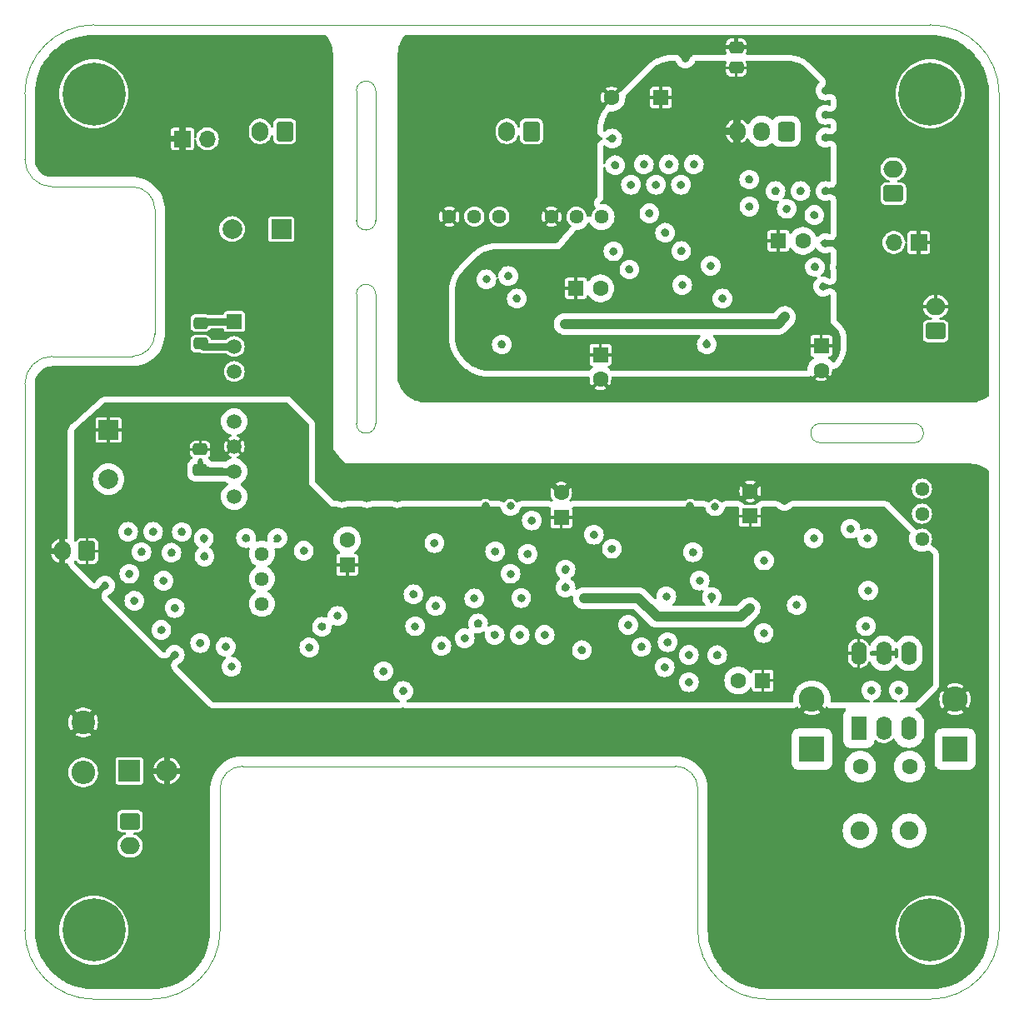
<source format=gbl>
G04 #@! TF.GenerationSoftware,KiCad,Pcbnew,7.0.7+dfsg-1*
G04 #@! TF.CreationDate,2024-09-08T18:24:33+02:00*
G04 #@! TF.ProjectId,evo-cube-sensor,65766f2d-6375-4626-952d-73656e736f72,rev?*
G04 #@! TF.SameCoordinates,Original*
G04 #@! TF.FileFunction,Copper,L4,Bot*
G04 #@! TF.FilePolarity,Positive*
%FSLAX46Y46*%
G04 Gerber Fmt 4.6, Leading zero omitted, Abs format (unit mm)*
G04 Created by KiCad (PCBNEW 7.0.7+dfsg-1) date 2024-09-08 18:24:33*
%MOMM*%
%LPD*%
G01*
G04 APERTURE LIST*
G04 Aperture macros list*
%AMRoundRect*
0 Rectangle with rounded corners*
0 $1 Rounding radius*
0 $2 $3 $4 $5 $6 $7 $8 $9 X,Y pos of 4 corners*
0 Add a 4 corners polygon primitive as box body*
4,1,4,$2,$3,$4,$5,$6,$7,$8,$9,$2,$3,0*
0 Add four circle primitives for the rounded corners*
1,1,$1+$1,$2,$3*
1,1,$1+$1,$4,$5*
1,1,$1+$1,$6,$7*
1,1,$1+$1,$8,$9*
0 Add four rect primitives between the rounded corners*
20,1,$1+$1,$2,$3,$4,$5,0*
20,1,$1+$1,$4,$5,$6,$7,0*
20,1,$1+$1,$6,$7,$8,$9,0*
20,1,$1+$1,$8,$9,$2,$3,0*%
G04 Aperture macros list end*
G04 #@! TA.AperFunction,ComponentPad*
%ADD10R,1.700000X1.700000*%
G04 #@! TD*
G04 #@! TA.AperFunction,ComponentPad*
%ADD11O,1.700000X1.700000*%
G04 #@! TD*
G04 #@! TA.AperFunction,ComponentPad*
%ADD12RoundRect,0.250000X0.600000X0.725000X-0.600000X0.725000X-0.600000X-0.725000X0.600000X-0.725000X0*%
G04 #@! TD*
G04 #@! TA.AperFunction,ComponentPad*
%ADD13O,1.700000X1.950000*%
G04 #@! TD*
G04 #@! TA.AperFunction,ComponentPad*
%ADD14R,1.600000X1.600000*%
G04 #@! TD*
G04 #@! TA.AperFunction,ComponentPad*
%ADD15C,1.600000*%
G04 #@! TD*
G04 #@! TA.AperFunction,ComponentPad*
%ADD16RoundRect,0.250000X0.750000X-0.600000X0.750000X0.600000X-0.750000X0.600000X-0.750000X-0.600000X0*%
G04 #@! TD*
G04 #@! TA.AperFunction,ComponentPad*
%ADD17O,2.000000X1.700000*%
G04 #@! TD*
G04 #@! TA.AperFunction,ComponentPad*
%ADD18C,1.440000*%
G04 #@! TD*
G04 #@! TA.AperFunction,ComponentPad*
%ADD19C,1.905000*%
G04 #@! TD*
G04 #@! TA.AperFunction,ComponentPad*
%ADD20C,2.400000*%
G04 #@! TD*
G04 #@! TA.AperFunction,ComponentPad*
%ADD21O,2.400000X2.400000*%
G04 #@! TD*
G04 #@! TA.AperFunction,ComponentPad*
%ADD22R,2.200000X2.200000*%
G04 #@! TD*
G04 #@! TA.AperFunction,ComponentPad*
%ADD23O,2.200000X2.200000*%
G04 #@! TD*
G04 #@! TA.AperFunction,ComponentPad*
%ADD24C,0.800000*%
G04 #@! TD*
G04 #@! TA.AperFunction,ComponentPad*
%ADD25C,6.400000*%
G04 #@! TD*
G04 #@! TA.AperFunction,ComponentPad*
%ADD26R,1.500000X1.500000*%
G04 #@! TD*
G04 #@! TA.AperFunction,ComponentPad*
%ADD27C,1.500000*%
G04 #@! TD*
G04 #@! TA.AperFunction,ComponentPad*
%ADD28R,1.600000X2.400000*%
G04 #@! TD*
G04 #@! TA.AperFunction,ComponentPad*
%ADD29O,1.600000X2.400000*%
G04 #@! TD*
G04 #@! TA.AperFunction,ComponentPad*
%ADD30R,2.600000X2.600000*%
G04 #@! TD*
G04 #@! TA.AperFunction,ComponentPad*
%ADD31O,2.600000X2.600000*%
G04 #@! TD*
G04 #@! TA.AperFunction,ComponentPad*
%ADD32RoundRect,0.250000X0.600000X0.750000X-0.600000X0.750000X-0.600000X-0.750000X0.600000X-0.750000X0*%
G04 #@! TD*
G04 #@! TA.AperFunction,ComponentPad*
%ADD33O,1.700000X2.000000*%
G04 #@! TD*
G04 #@! TA.AperFunction,ComponentPad*
%ADD34R,2.000000X2.000000*%
G04 #@! TD*
G04 #@! TA.AperFunction,ComponentPad*
%ADD35C,2.000000*%
G04 #@! TD*
G04 #@! TA.AperFunction,ComponentPad*
%ADD36RoundRect,0.250000X-0.750000X0.600000X-0.750000X-0.600000X0.750000X-0.600000X0.750000X0.600000X0*%
G04 #@! TD*
G04 #@! TA.AperFunction,SMDPad,CuDef*
%ADD37RoundRect,0.250000X0.475000X-0.337500X0.475000X0.337500X-0.475000X0.337500X-0.475000X-0.337500X0*%
G04 #@! TD*
G04 #@! TA.AperFunction,SMDPad,CuDef*
%ADD38RoundRect,0.250000X-0.475000X0.337500X-0.475000X-0.337500X0.475000X-0.337500X0.475000X0.337500X0*%
G04 #@! TD*
G04 #@! TA.AperFunction,ViaPad*
%ADD39C,0.800000*%
G04 #@! TD*
G04 #@! TA.AperFunction,Conductor*
%ADD40C,0.250000*%
G04 #@! TD*
G04 #@! TA.AperFunction,Conductor*
%ADD41C,0.800000*%
G04 #@! TD*
G04 #@! TA.AperFunction,Conductor*
%ADD42C,1.000000*%
G04 #@! TD*
G04 #@! TA.AperFunction,Profile*
%ADD43C,0.100000*%
G04 #@! TD*
G04 APERTURE END LIST*
D10*
X49677400Y-44145200D03*
D11*
X52217400Y-44145200D03*
D12*
X111034200Y-43383200D03*
D13*
X108534200Y-43383200D03*
X106034200Y-43383200D03*
D14*
X114579400Y-65176400D03*
D15*
X114579400Y-67676400D03*
X123556400Y-107950000D03*
X118556400Y-107950000D03*
D16*
X121914200Y-49713200D03*
D17*
X121914200Y-47213200D03*
D18*
X81879600Y-52044600D03*
X79339600Y-52044600D03*
X76799600Y-52044600D03*
D14*
X110224688Y-54508400D03*
D15*
X112724688Y-54508400D03*
D19*
X118520200Y-114439700D03*
X123520200Y-114439700D03*
D18*
X57759600Y-91389200D03*
X57759600Y-88849200D03*
X57759600Y-86309200D03*
D20*
X39598600Y-103445800D03*
D21*
X39598600Y-108525800D03*
D22*
X44286817Y-108381800D03*
D23*
X48096817Y-108381800D03*
D16*
X126212600Y-63688600D03*
D17*
X126212600Y-61188600D03*
D14*
X98287651Y-39954200D03*
D15*
X93287651Y-39954200D03*
D10*
X124490400Y-54686200D03*
D11*
X121950400Y-54686200D03*
D14*
X66421000Y-87426800D03*
D15*
X66421000Y-84926800D03*
D24*
X123264200Y-124569200D03*
X123967144Y-122872144D03*
X123967144Y-126266256D03*
X125664200Y-122169200D03*
D25*
X125664200Y-124569200D03*
D24*
X125664200Y-126969200D03*
X127361256Y-122872144D03*
X127361256Y-126266256D03*
X128064200Y-124569200D03*
D26*
X54940200Y-62712600D03*
D27*
X54940200Y-65252600D03*
X54940200Y-67792600D03*
X54940200Y-72872600D03*
X54940200Y-75412600D03*
X54940200Y-77952600D03*
X54940200Y-80492600D03*
D24*
X38264200Y-39569200D03*
X38967144Y-37872144D03*
X38967144Y-41266256D03*
X40664200Y-37169200D03*
D25*
X40664200Y-39569200D03*
D24*
X40664200Y-41969200D03*
X42361256Y-37872144D03*
X42361256Y-41266256D03*
X43064200Y-39569200D03*
D14*
X108647113Y-99187000D03*
D15*
X106147113Y-99187000D03*
D18*
X124820500Y-84782750D03*
X124820500Y-82242750D03*
X124820500Y-79702750D03*
D28*
X118389400Y-104038400D03*
D29*
X120929400Y-104038400D03*
X123469400Y-104038400D03*
X123469400Y-96418400D03*
X120929400Y-96418400D03*
X118389400Y-96418400D03*
D18*
X92252800Y-52070000D03*
X89712800Y-52070000D03*
X87172800Y-52070000D03*
D30*
X113639600Y-106172000D03*
D31*
X113639600Y-101092000D03*
D32*
X39979600Y-86029800D03*
D33*
X37479600Y-86029800D03*
D34*
X59720877Y-53314600D03*
D35*
X54720877Y-53314600D03*
D14*
X89650688Y-59334400D03*
D15*
X92150688Y-59334400D03*
D32*
X60066200Y-43383200D03*
D33*
X57566200Y-43383200D03*
D24*
X38264200Y-124569200D03*
X38967144Y-122872144D03*
X38967144Y-126266256D03*
X40664200Y-122169200D03*
D25*
X40664200Y-124569200D03*
D24*
X40664200Y-126969200D03*
X42361256Y-122872144D03*
X42361256Y-126266256D03*
X43064200Y-124569200D03*
D34*
X42164000Y-73730723D03*
D35*
X42164000Y-78730723D03*
D24*
X123264200Y-39569200D03*
X123967144Y-37872144D03*
X123967144Y-41266256D03*
X125664200Y-37169200D03*
D25*
X125664200Y-39569200D03*
D24*
X125664200Y-41969200D03*
X127361256Y-37872144D03*
X127361256Y-41266256D03*
X128064200Y-39569200D03*
D30*
X128193800Y-106172000D03*
D31*
X128193800Y-101092000D03*
D32*
X85146200Y-43383200D03*
D33*
X82646200Y-43383200D03*
D36*
X44338200Y-113487200D03*
D17*
X44338200Y-115987200D03*
D37*
X105943400Y-36927700D03*
X105943400Y-34852700D03*
D14*
X92151200Y-66090800D03*
D15*
X92151200Y-68590800D03*
D38*
X51485800Y-75717400D03*
X51485800Y-77792400D03*
D37*
X51511200Y-64943900D03*
X51511200Y-62868900D03*
D14*
X107365800Y-82473800D03*
D15*
X107365800Y-79973800D03*
D14*
X88163400Y-82612113D03*
D15*
X88163400Y-80112113D03*
D39*
X80467200Y-81432400D03*
X114731800Y-89255600D03*
X113969800Y-86588600D03*
X101269800Y-81432400D03*
X100711000Y-65786000D03*
X86258400Y-58521600D03*
X79984600Y-65887600D03*
X107238800Y-58496200D03*
X69799200Y-78562200D03*
X108762800Y-102870000D03*
X68478400Y-104952800D03*
X86436200Y-104952800D03*
X108026200Y-116738400D03*
X79705200Y-93395800D03*
X128854200Y-109778800D03*
X53238400Y-104952800D03*
X61722000Y-69011800D03*
X75285600Y-85217000D03*
X64693800Y-102895400D03*
X47828200Y-36525200D03*
X59613800Y-102844600D03*
X50368200Y-67233800D03*
X63906400Y-57302400D03*
X46050200Y-44119800D03*
X37439600Y-97891600D03*
X88595200Y-89738200D03*
X105918000Y-108585000D03*
X47218600Y-120167400D03*
X117551200Y-83769200D03*
X101854000Y-104952800D03*
X47269400Y-105816400D03*
X128854200Y-112318800D03*
X107162600Y-104952800D03*
X84759800Y-86334600D03*
X114782600Y-121462800D03*
X64719200Y-78562200D03*
X44526200Y-97053400D03*
X63906400Y-49682400D03*
X126593600Y-109626400D03*
X50368200Y-50495200D03*
X36982400Y-72186800D03*
X111506000Y-110185200D03*
X93319600Y-85801200D03*
X87071200Y-78333600D03*
X72110600Y-100253800D03*
X41808400Y-92075000D03*
X76276200Y-104952800D03*
X63906400Y-44602400D03*
X44907200Y-69545200D03*
X49606200Y-84099400D03*
X81407000Y-94564200D03*
X128854200Y-119938800D03*
X104394000Y-104952800D03*
X111506000Y-112928400D03*
X68427600Y-80645000D03*
X45516800Y-86131400D03*
X41808400Y-89535000D03*
X98145600Y-102870000D03*
X67233800Y-102895400D03*
X74904600Y-102895400D03*
X120878600Y-112979200D03*
X108026200Y-126898400D03*
X117551200Y-123190000D03*
X105765600Y-102870000D03*
X65938400Y-104952800D03*
X50774600Y-102641400D03*
X89611200Y-78333600D03*
X122453400Y-100203000D03*
X111506000Y-125628400D03*
X44145200Y-84074000D03*
X91516200Y-104952800D03*
X47523400Y-94056200D03*
X108772200Y-86985600D03*
X111506000Y-118008400D03*
X119126000Y-93675200D03*
X103225600Y-102870000D03*
X51485800Y-95377000D03*
X124815600Y-118008400D03*
X63906400Y-67640200D03*
X79984600Y-102895400D03*
X47193200Y-128041400D03*
X39827200Y-69545200D03*
X63855600Y-93726000D03*
X59334400Y-84734400D03*
X36982400Y-79806800D03*
X108026200Y-121818400D03*
X108026200Y-114198400D03*
X114782600Y-126542800D03*
X114782600Y-124002800D03*
X103479600Y-90703400D03*
X128854200Y-114858800D03*
X50368200Y-55575200D03*
X57099200Y-102819200D03*
X42367200Y-69545200D03*
X117551200Y-125730000D03*
X41935400Y-45897800D03*
X104013000Y-96621600D03*
X63906400Y-65100200D03*
X51841400Y-84734400D03*
X117551200Y-128270000D03*
X101142800Y-96596200D03*
X101142800Y-99364800D03*
X37033200Y-120167400D03*
X83896200Y-104952800D03*
X50368200Y-37795200D03*
X48564800Y-86207600D03*
X47447200Y-69545200D03*
X114427000Y-78562200D03*
X119507000Y-78562200D03*
X55778400Y-104952800D03*
X49758600Y-126365000D03*
X95504000Y-102870000D03*
X44780200Y-91084400D03*
X98983800Y-95300800D03*
X48996600Y-104521000D03*
X78816200Y-104952800D03*
X50825400Y-112420400D03*
X94056200Y-104952800D03*
X111506000Y-123088400D03*
X49758600Y-121285000D03*
X62560200Y-95835950D03*
X53086000Y-39065200D03*
X87604600Y-102895400D03*
X44526200Y-94640400D03*
X111506000Y-120548400D03*
X81457800Y-86080600D03*
X90144600Y-102895400D03*
X72364600Y-102895400D03*
X119684800Y-100203000D03*
X63906400Y-54762400D03*
X73761600Y-79679800D03*
X99314000Y-104952800D03*
X47218600Y-125247400D03*
X50800000Y-117754400D03*
X48895000Y-96596200D03*
X121056400Y-107950000D03*
X100685600Y-102870000D03*
X122275600Y-118008400D03*
X109397800Y-78562200D03*
X84099400Y-90805000D03*
X63906400Y-39522400D03*
X56134000Y-84709000D03*
X96316800Y-95783400D03*
X71501000Y-80645000D03*
X41808400Y-99695000D03*
X36982400Y-69545200D03*
X54356000Y-102590600D03*
X51917600Y-86588600D03*
X75996800Y-95681800D03*
X94970600Y-93548200D03*
X86487000Y-94564200D03*
X63906400Y-59842400D03*
X77444600Y-102895400D03*
X50368200Y-40335200D03*
X83947000Y-94564200D03*
X119735600Y-118008400D03*
X37439600Y-92811600D03*
X82524600Y-102895400D03*
X111937800Y-78562200D03*
X50825400Y-109880400D03*
X108026200Y-119278400D03*
X110845600Y-80924400D03*
X128854200Y-117398800D03*
X48895000Y-91821000D03*
X78359000Y-94894400D03*
X73152000Y-90424000D03*
X51231800Y-106705400D03*
X69773800Y-102895400D03*
X101549200Y-86156800D03*
X81356200Y-104952800D03*
X50825400Y-114960400D03*
X67259200Y-78562200D03*
X44272200Y-88341200D03*
X115620800Y-109524800D03*
X63906400Y-62560200D03*
X54076600Y-95758000D03*
X41808400Y-94615000D03*
X63398400Y-104952800D03*
X47828200Y-39065200D03*
X90271600Y-96113600D03*
X85166200Y-82931000D03*
X49758600Y-123825000D03*
X37439600Y-95351600D03*
X44958000Y-100634800D03*
X75412600Y-91617800D03*
X58318400Y-104952800D03*
X96774000Y-104952800D03*
X71196200Y-104952800D03*
X63906400Y-42062400D03*
X37769800Y-45796200D03*
X62153800Y-102895400D03*
X60858400Y-104952800D03*
X46736000Y-98755200D03*
X85064600Y-102895400D03*
X63906400Y-70180200D03*
X108026200Y-111455200D03*
X108026200Y-124358400D03*
X91338400Y-80416400D03*
X88595200Y-87909400D03*
X116967000Y-78562200D03*
X41808400Y-97155000D03*
X65887600Y-80645000D03*
X63881000Y-75463400D03*
X38074600Y-89662000D03*
X70104000Y-98247200D03*
X117195600Y-118008400D03*
X92151200Y-78333600D03*
X62001400Y-86004400D03*
X63906400Y-52222400D03*
X47752000Y-89052400D03*
X73736200Y-104952800D03*
X50368200Y-58115200D03*
X91490800Y-84378800D03*
X88976200Y-104952800D03*
X46685200Y-84074000D03*
X94589600Y-79679800D03*
X50368200Y-47955200D03*
X92938600Y-102870000D03*
X98679000Y-97840800D03*
X50368200Y-53035200D03*
X63881000Y-72923400D03*
X111506000Y-115468400D03*
X47066200Y-41554400D03*
X63906400Y-47142400D03*
X47218600Y-122707400D03*
X120878600Y-111074200D03*
X102235000Y-89027000D03*
X103809800Y-81483200D03*
X113817400Y-84734400D03*
X112099600Y-91532200D03*
X119354600Y-90043000D03*
X119278400Y-84759800D03*
X108737400Y-94361000D03*
X98846864Y-90637136D03*
X90449400Y-90827100D03*
X107306375Y-91846400D03*
X110895352Y-62255400D03*
X88520048Y-62965552D03*
X65430400Y-92633800D03*
X83007200Y-88341200D03*
X83007200Y-81457800D03*
X73329800Y-93675200D03*
X79324200Y-90855800D03*
X100457000Y-59004200D03*
X80568800Y-58420000D03*
X76098400Y-43205400D03*
X104546400Y-60375800D03*
X129641600Y-69342000D03*
X103352600Y-57048400D03*
X93345000Y-44119800D03*
X92786200Y-35585400D03*
X97866200Y-35585400D03*
X124028200Y-69342000D03*
X120091200Y-39243000D03*
X111074200Y-51257200D03*
X78613000Y-55702200D03*
X98729800Y-53695600D03*
X129286000Y-57175400D03*
X120269000Y-67005200D03*
X85750400Y-50520600D03*
X115011200Y-49453800D03*
X82118200Y-65049400D03*
X78638400Y-36855400D03*
X128854200Y-45745400D03*
X73101200Y-51790600D03*
X119862600Y-59156600D03*
X124206000Y-57175400D03*
X117551200Y-44018200D03*
X126339600Y-51054000D03*
X88849200Y-39065200D03*
X114782600Y-59156600D03*
X118948200Y-69342000D03*
X109931200Y-49453800D03*
X117551200Y-36880800D03*
X117551200Y-39243000D03*
X100787200Y-35966400D03*
X75590400Y-57480200D03*
X113893600Y-51892200D03*
X116408200Y-69342000D03*
X93472000Y-55575200D03*
X107289600Y-51028600D03*
X85318600Y-48641000D03*
X121666000Y-57175400D03*
X90982800Y-37896800D03*
X97129600Y-51714400D03*
X76098400Y-38125400D03*
X115011200Y-41706800D03*
X76123800Y-46101000D03*
X73101200Y-46710600D03*
X73101200Y-59410600D03*
X88849200Y-41605200D03*
X126314200Y-48361600D03*
X100355400Y-55549800D03*
X88646000Y-69875400D03*
X83921600Y-46812200D03*
X128854200Y-48361600D03*
X73101200Y-49250600D03*
X82778600Y-58089800D03*
X73101200Y-54330600D03*
X75692000Y-62966600D03*
X90982800Y-40436800D03*
X128422400Y-67005200D03*
X116484400Y-57175400D03*
X97790000Y-48818800D03*
X101650800Y-46736000D03*
X75361800Y-50495200D03*
X88849200Y-44145200D03*
X74853800Y-55702200D03*
X102946200Y-65024000D03*
X99110800Y-46736000D03*
X109651800Y-69850000D03*
X90982800Y-42976800D03*
X122402600Y-59156600D03*
X88849200Y-36525200D03*
X115011200Y-44018200D03*
X117551200Y-41706800D03*
X78638400Y-41935400D03*
X127101600Y-69342000D03*
X76098400Y-40665400D03*
X120091200Y-36880800D03*
X125882400Y-67005200D03*
X82626200Y-48641000D03*
X120091200Y-41706800D03*
X93649800Y-46837600D03*
X100330000Y-48818800D03*
X95097600Y-57429400D03*
X121488200Y-69342000D03*
X128879600Y-51054000D03*
X78638400Y-45415200D03*
X78638400Y-39395400D03*
X96570800Y-46736000D03*
X73101200Y-41630600D03*
X126746000Y-57175400D03*
X73101200Y-36550600D03*
X73101200Y-56870600D03*
X107264200Y-48285400D03*
X122809000Y-67005200D03*
X73101200Y-44170600D03*
X113944400Y-57175400D03*
X83642200Y-60375800D03*
X90982800Y-45516800D03*
X117322600Y-59156600D03*
X127381000Y-54610000D03*
X115011200Y-39243000D03*
X114985800Y-54762400D03*
X112471200Y-49453800D03*
X73101200Y-61950600D03*
X95250000Y-48818800D03*
X126314200Y-45745400D03*
X115011200Y-36880800D03*
X119126000Y-57175400D03*
X73101200Y-39090600D03*
X73101200Y-64490600D03*
X54649850Y-97790000D03*
D40*
X51485800Y-75717400D02*
X51790600Y-75412600D01*
X51485800Y-77792400D02*
X51646000Y-77952600D01*
D41*
X51646000Y-77952600D02*
X54940200Y-77952600D01*
D42*
X106417375Y-92735400D02*
X97917000Y-92735400D01*
X97917000Y-92735400D02*
X96008700Y-90827100D01*
X96008700Y-90827100D02*
X90449400Y-90827100D01*
X107306375Y-91846400D02*
X106417375Y-92735400D01*
X99491800Y-62965552D02*
X101879400Y-62965552D01*
X110895352Y-62255400D02*
X110185200Y-62965552D01*
X110185200Y-62965552D02*
X101879400Y-62965552D01*
X88520048Y-62965552D02*
X99491800Y-62965552D01*
D40*
X51511200Y-64943900D02*
X51819900Y-65252600D01*
D41*
X51819900Y-65252600D02*
X54940200Y-65252600D01*
X51667500Y-62712600D02*
X54940200Y-62712600D01*
D40*
X51511200Y-62868900D02*
X51667500Y-62712600D01*
G04 #@! TA.AperFunction,Conductor*
G36*
X72175882Y-99863317D02*
G01*
X72199716Y-99868058D01*
X72250813Y-99883559D01*
X72273257Y-99892855D01*
X72284388Y-99898805D01*
X72320335Y-99918019D01*
X72340543Y-99931521D01*
X72362604Y-99949626D01*
X72381820Y-99965395D01*
X72399009Y-99982584D01*
X72432872Y-100023847D01*
X72446372Y-100044050D01*
X72461204Y-100071798D01*
X72471541Y-100091138D01*
X72480841Y-100113593D01*
X72496338Y-100164679D01*
X72501081Y-100188521D01*
X72506313Y-100241645D01*
X72506313Y-100265951D01*
X72501082Y-100319073D01*
X72496339Y-100342917D01*
X72480842Y-100394003D01*
X72471540Y-100416461D01*
X72446375Y-100463541D01*
X72432871Y-100483751D01*
X72399006Y-100525016D01*
X72381816Y-100542206D01*
X72340551Y-100576071D01*
X72320341Y-100589575D01*
X72250963Y-100626659D01*
X72250916Y-100626668D01*
X72203855Y-100651839D01*
X72169058Y-100670440D01*
X72100655Y-100684683D01*
X72052150Y-100670442D01*
X71999639Y-100642375D01*
X71969678Y-100626356D01*
X71969633Y-100626336D01*
X71900863Y-100589578D01*
X71880653Y-100576075D01*
X71839377Y-100542202D01*
X71822188Y-100525013D01*
X71788323Y-100483748D01*
X71774821Y-100463540D01*
X71763308Y-100442000D01*
X71749660Y-100416466D01*
X71740358Y-100394011D01*
X71739168Y-100390087D01*
X71724856Y-100342908D01*
X71720117Y-100319076D01*
X71715114Y-100268278D01*
X71714885Y-100265951D01*
X71714885Y-100241648D01*
X71718691Y-100202999D01*
X71720117Y-100188518D01*
X71724856Y-100164689D01*
X71740359Y-100113583D01*
X71749657Y-100091138D01*
X71774823Y-100044054D01*
X71788320Y-100023855D01*
X71822200Y-99982571D01*
X71839378Y-99965393D01*
X71880651Y-99931521D01*
X71900846Y-99918027D01*
X71947944Y-99892852D01*
X71970373Y-99883562D01*
X72021488Y-99868056D01*
X72045313Y-99863317D01*
X72098455Y-99858084D01*
X72122743Y-99858084D01*
X72175882Y-99863317D01*
G37*
G04 #@! TD.AperFunction*
G04 #@! TA.AperFunction,Conductor*
G36*
X119750082Y-99812517D02*
G01*
X119773921Y-99817260D01*
X119825003Y-99832756D01*
X119847459Y-99842057D01*
X119894535Y-99867219D01*
X119914747Y-99880724D01*
X119956020Y-99914595D01*
X119973203Y-99931777D01*
X120007075Y-99973050D01*
X120020572Y-99993250D01*
X120036928Y-100023850D01*
X120045741Y-100040338D01*
X120055041Y-100062793D01*
X120070538Y-100113879D01*
X120075281Y-100137721D01*
X120080513Y-100190845D01*
X120080513Y-100215151D01*
X120075282Y-100268273D01*
X120070539Y-100292117D01*
X120055042Y-100343203D01*
X120045740Y-100365661D01*
X120020575Y-100412741D01*
X120007071Y-100432951D01*
X119973206Y-100474216D01*
X119956016Y-100491406D01*
X119914751Y-100525271D01*
X119894541Y-100538775D01*
X119847461Y-100563940D01*
X119825004Y-100573242D01*
X119771156Y-100589578D01*
X119736428Y-100600113D01*
X119727285Y-100602984D01*
X119721107Y-100604924D01*
X119720497Y-100602984D01*
X119659102Y-100608363D01*
X119637078Y-100601263D01*
X119636973Y-100601544D01*
X119633176Y-100600115D01*
X119633177Y-100600115D01*
X119633172Y-100600113D01*
X119544585Y-100573240D01*
X119522143Y-100563943D01*
X119475058Y-100538776D01*
X119454851Y-100525274D01*
X119413577Y-100491402D01*
X119396388Y-100474213D01*
X119382604Y-100457417D01*
X119362525Y-100432950D01*
X119349024Y-100412746D01*
X119323854Y-100365656D01*
X119314561Y-100343220D01*
X119299057Y-100292111D01*
X119294317Y-100268278D01*
X119289085Y-100215151D01*
X119289085Y-100190847D01*
X119291662Y-100164679D01*
X119294317Y-100137717D01*
X119299059Y-100113879D01*
X119299147Y-100113591D01*
X119314557Y-100062789D01*
X119323857Y-100040338D01*
X119349023Y-99993254D01*
X119362520Y-99973055D01*
X119396400Y-99931771D01*
X119413578Y-99914593D01*
X119454851Y-99880721D01*
X119475046Y-99867227D01*
X119522144Y-99842052D01*
X119544573Y-99832762D01*
X119595688Y-99817256D01*
X119619513Y-99812517D01*
X119672655Y-99807284D01*
X119696943Y-99807284D01*
X119750082Y-99812517D01*
G37*
G04 #@! TD.AperFunction*
G04 #@! TA.AperFunction,Conductor*
G36*
X122518682Y-99812517D02*
G01*
X122542521Y-99817260D01*
X122593603Y-99832756D01*
X122616059Y-99842057D01*
X122663135Y-99867219D01*
X122683347Y-99880724D01*
X122724620Y-99914595D01*
X122741803Y-99931777D01*
X122775675Y-99973050D01*
X122789172Y-99993250D01*
X122805528Y-100023850D01*
X122814341Y-100040338D01*
X122823641Y-100062793D01*
X122839138Y-100113879D01*
X122843881Y-100137721D01*
X122849113Y-100190845D01*
X122849113Y-100215151D01*
X122843882Y-100268273D01*
X122839139Y-100292117D01*
X122823642Y-100343203D01*
X122814340Y-100365661D01*
X122789175Y-100412741D01*
X122775671Y-100432951D01*
X122741806Y-100474216D01*
X122724616Y-100491406D01*
X122683351Y-100525271D01*
X122663141Y-100538775D01*
X122616061Y-100563940D01*
X122593604Y-100573242D01*
X122539756Y-100589578D01*
X122505028Y-100600113D01*
X122495885Y-100602984D01*
X122489707Y-100604924D01*
X122489097Y-100602984D01*
X122427702Y-100608363D01*
X122405678Y-100601263D01*
X122405573Y-100601544D01*
X122401776Y-100600115D01*
X122401777Y-100600115D01*
X122401772Y-100600113D01*
X122313185Y-100573240D01*
X122290743Y-100563943D01*
X122243658Y-100538776D01*
X122223451Y-100525274D01*
X122182177Y-100491402D01*
X122164988Y-100474213D01*
X122151204Y-100457417D01*
X122131125Y-100432950D01*
X122117624Y-100412746D01*
X122092454Y-100365656D01*
X122083161Y-100343220D01*
X122067657Y-100292111D01*
X122062917Y-100268278D01*
X122057685Y-100215151D01*
X122057685Y-100190847D01*
X122060262Y-100164679D01*
X122062917Y-100137717D01*
X122067659Y-100113879D01*
X122067747Y-100113591D01*
X122083157Y-100062789D01*
X122092457Y-100040338D01*
X122117623Y-99993254D01*
X122131120Y-99973055D01*
X122165000Y-99931771D01*
X122182178Y-99914593D01*
X122223451Y-99880721D01*
X122243646Y-99867227D01*
X122290744Y-99842052D01*
X122313173Y-99832762D01*
X122364288Y-99817256D01*
X122388113Y-99812517D01*
X122441255Y-99807284D01*
X122465543Y-99807284D01*
X122518682Y-99812517D01*
G37*
G04 #@! TD.AperFunction*
G04 #@! TA.AperFunction,Conductor*
G36*
X101208082Y-98974317D02*
G01*
X101231921Y-98979060D01*
X101283003Y-98994556D01*
X101305459Y-99003857D01*
X101352535Y-99029019D01*
X101372747Y-99042524D01*
X101414020Y-99076395D01*
X101431209Y-99093584D01*
X101465071Y-99134845D01*
X101478577Y-99155058D01*
X101495651Y-99187002D01*
X101503742Y-99202141D01*
X101513041Y-99224593D01*
X101528537Y-99275675D01*
X101533280Y-99299514D01*
X101535131Y-99318303D01*
X101538513Y-99352648D01*
X101538514Y-99376953D01*
X101533282Y-99430075D01*
X101528539Y-99453917D01*
X101513042Y-99505003D01*
X101503740Y-99527461D01*
X101478575Y-99574541D01*
X101465071Y-99594751D01*
X101431206Y-99636016D01*
X101414016Y-99653206D01*
X101372751Y-99687071D01*
X101352541Y-99700575D01*
X101305461Y-99725740D01*
X101283003Y-99735042D01*
X101231917Y-99750539D01*
X101208073Y-99755282D01*
X101154951Y-99760513D01*
X101130648Y-99760513D01*
X101077525Y-99755282D01*
X101053680Y-99750539D01*
X101002594Y-99735042D01*
X100980137Y-99725740D01*
X100933062Y-99700578D01*
X100912851Y-99687074D01*
X100871577Y-99653202D01*
X100854388Y-99636013D01*
X100820526Y-99594752D01*
X100807024Y-99574546D01*
X100781854Y-99527456D01*
X100772561Y-99505020D01*
X100757057Y-99453911D01*
X100752317Y-99430078D01*
X100747085Y-99376952D01*
X100747085Y-99352648D01*
X100750467Y-99318303D01*
X100752318Y-99299514D01*
X100757059Y-99275679D01*
X100757061Y-99275675D01*
X100772557Y-99224589D01*
X100781856Y-99202139D01*
X100807023Y-99155054D01*
X100820520Y-99134855D01*
X100854400Y-99093571D01*
X100871578Y-99076393D01*
X100912851Y-99042521D01*
X100933046Y-99029027D01*
X100980144Y-99003852D01*
X101002573Y-98994562D01*
X101053688Y-98979056D01*
X101077513Y-98974317D01*
X101130655Y-98969084D01*
X101154943Y-98969084D01*
X101208082Y-98974317D01*
G37*
G04 #@! TD.AperFunction*
G04 #@! TA.AperFunction,Conductor*
G36*
X70169282Y-97856717D02*
G01*
X70193121Y-97861460D01*
X70244203Y-97876956D01*
X70266659Y-97886257D01*
X70313735Y-97911419D01*
X70333946Y-97924924D01*
X70375218Y-97958794D01*
X70392409Y-97975985D01*
X70426270Y-98017246D01*
X70439774Y-98037455D01*
X70464942Y-98084541D01*
X70474241Y-98106991D01*
X70478629Y-98121455D01*
X70489739Y-98158081D01*
X70494481Y-98181922D01*
X70499713Y-98235047D01*
X70499713Y-98259352D01*
X70494482Y-98312473D01*
X70489739Y-98336317D01*
X70474242Y-98387403D01*
X70464940Y-98409861D01*
X70439775Y-98456941D01*
X70426271Y-98477151D01*
X70392406Y-98518416D01*
X70375216Y-98535606D01*
X70333951Y-98569471D01*
X70313741Y-98582975D01*
X70266661Y-98608140D01*
X70244203Y-98617442D01*
X70193117Y-98632939D01*
X70169273Y-98637682D01*
X70116151Y-98642913D01*
X70091848Y-98642913D01*
X70038725Y-98637682D01*
X70014880Y-98632939D01*
X69963794Y-98617442D01*
X69941337Y-98608140D01*
X69894262Y-98582978D01*
X69874051Y-98569474D01*
X69832777Y-98535602D01*
X69815588Y-98518413D01*
X69781726Y-98477152D01*
X69768221Y-98456940D01*
X69743061Y-98409869D01*
X69733758Y-98387411D01*
X69718259Y-98336317D01*
X69718256Y-98336308D01*
X69713517Y-98312482D01*
X69708284Y-98259345D01*
X69708284Y-98235057D01*
X69713517Y-98181912D01*
X69718256Y-98158089D01*
X69733759Y-98106983D01*
X69743056Y-98084539D01*
X69768223Y-98037454D01*
X69781720Y-98017255D01*
X69815600Y-97975971D01*
X69832778Y-97958793D01*
X69874051Y-97924921D01*
X69894246Y-97911427D01*
X69941344Y-97886252D01*
X69963773Y-97876962D01*
X70014888Y-97861456D01*
X70038713Y-97856717D01*
X70091855Y-97851484D01*
X70116143Y-97851484D01*
X70169282Y-97856717D01*
G37*
G04 #@! TD.AperFunction*
G04 #@! TA.AperFunction,Conductor*
G36*
X98744282Y-97450317D02*
G01*
X98768121Y-97455060D01*
X98819203Y-97470556D01*
X98841659Y-97479857D01*
X98888735Y-97505019D01*
X98908947Y-97518524D01*
X98950220Y-97552395D01*
X98967403Y-97569577D01*
X99001275Y-97610850D01*
X99014772Y-97631050D01*
X99023331Y-97647062D01*
X99039941Y-97678138D01*
X99049241Y-97700593D01*
X99064738Y-97751679D01*
X99069481Y-97775522D01*
X99074713Y-97828647D01*
X99074713Y-97852952D01*
X99069482Y-97906073D01*
X99064739Y-97929917D01*
X99049242Y-97981003D01*
X99039940Y-98003461D01*
X99014775Y-98050541D01*
X99001271Y-98070751D01*
X98967406Y-98112016D01*
X98950216Y-98129206D01*
X98908951Y-98163071D01*
X98888741Y-98176575D01*
X98841661Y-98201740D01*
X98819203Y-98211042D01*
X98768117Y-98226539D01*
X98744273Y-98231282D01*
X98691151Y-98236513D01*
X98666848Y-98236513D01*
X98613725Y-98231282D01*
X98589880Y-98226539D01*
X98538794Y-98211042D01*
X98516337Y-98201740D01*
X98469262Y-98176578D01*
X98449051Y-98163074D01*
X98407777Y-98129202D01*
X98390588Y-98112013D01*
X98356726Y-98070752D01*
X98343221Y-98050540D01*
X98336227Y-98037455D01*
X98318060Y-98003466D01*
X98308758Y-97981011D01*
X98308585Y-97980440D01*
X98293256Y-97929908D01*
X98288517Y-97906082D01*
X98283284Y-97852945D01*
X98283284Y-97828657D01*
X98288517Y-97775512D01*
X98293256Y-97751689D01*
X98308759Y-97700583D01*
X98318057Y-97678138D01*
X98343223Y-97631054D01*
X98356720Y-97610855D01*
X98390600Y-97569571D01*
X98407778Y-97552393D01*
X98449051Y-97518521D01*
X98469246Y-97505027D01*
X98516344Y-97479852D01*
X98538773Y-97470562D01*
X98589888Y-97455056D01*
X98613713Y-97450317D01*
X98666855Y-97445084D01*
X98691143Y-97445084D01*
X98744282Y-97450317D01*
G37*
G04 #@! TD.AperFunction*
G04 #@! TA.AperFunction,Conductor*
G36*
X104078282Y-96231117D02*
G01*
X104102121Y-96235860D01*
X104153203Y-96251356D01*
X104175659Y-96260657D01*
X104222735Y-96285819D01*
X104242947Y-96299324D01*
X104253261Y-96307788D01*
X104272212Y-96323341D01*
X104284220Y-96333195D01*
X104301409Y-96350384D01*
X104335271Y-96391645D01*
X104348774Y-96411853D01*
X104351947Y-96417789D01*
X104360361Y-96433531D01*
X104373940Y-96458937D01*
X104383240Y-96481389D01*
X104390699Y-96505976D01*
X104398739Y-96532480D01*
X104403481Y-96556321D01*
X104408713Y-96609445D01*
X104408713Y-96633751D01*
X104403482Y-96686871D01*
X104398739Y-96710715D01*
X104383240Y-96761807D01*
X104373938Y-96784265D01*
X104348775Y-96831341D01*
X104335271Y-96851551D01*
X104301406Y-96892816D01*
X104284216Y-96910006D01*
X104242951Y-96943871D01*
X104222741Y-96957375D01*
X104175661Y-96982540D01*
X104153203Y-96991842D01*
X104102117Y-97007339D01*
X104078273Y-97012082D01*
X104025151Y-97017313D01*
X104000848Y-97017313D01*
X103947725Y-97012082D01*
X103923880Y-97007339D01*
X103872794Y-96991842D01*
X103850337Y-96982540D01*
X103803262Y-96957378D01*
X103783051Y-96943874D01*
X103741777Y-96910002D01*
X103724588Y-96892813D01*
X103717853Y-96884606D01*
X103690725Y-96851550D01*
X103677224Y-96831346D01*
X103652054Y-96784256D01*
X103642761Y-96761820D01*
X103627257Y-96710711D01*
X103622517Y-96686878D01*
X103617285Y-96633752D01*
X103617285Y-96609448D01*
X103618822Y-96593836D01*
X103622517Y-96556317D01*
X103627259Y-96532479D01*
X103627732Y-96530923D01*
X103642757Y-96481389D01*
X103652057Y-96458937D01*
X103677223Y-96411854D01*
X103690720Y-96391655D01*
X103724600Y-96350371D01*
X103741778Y-96333193D01*
X103783051Y-96299321D01*
X103803246Y-96285827D01*
X103850344Y-96260652D01*
X103872773Y-96251362D01*
X103923888Y-96235856D01*
X103947713Y-96231117D01*
X104000855Y-96225884D01*
X104025143Y-96225884D01*
X104078282Y-96231117D01*
G37*
G04 #@! TD.AperFunction*
G04 #@! TA.AperFunction,Conductor*
G36*
X101208082Y-96205717D02*
G01*
X101231921Y-96210460D01*
X101282765Y-96225884D01*
X101283003Y-96225956D01*
X101305459Y-96235257D01*
X101352535Y-96260419D01*
X101372747Y-96273924D01*
X101414020Y-96307795D01*
X101431203Y-96324977D01*
X101465075Y-96366250D01*
X101478572Y-96386450D01*
X101503295Y-96432704D01*
X101503741Y-96433538D01*
X101513041Y-96455993D01*
X101528538Y-96507079D01*
X101533281Y-96530921D01*
X101538513Y-96584042D01*
X101538514Y-96608342D01*
X101537209Y-96621596D01*
X101533280Y-96661485D01*
X101528537Y-96685324D01*
X101513043Y-96736400D01*
X101503742Y-96758856D01*
X101478576Y-96805939D01*
X101465071Y-96826151D01*
X101431206Y-96867416D01*
X101414016Y-96884606D01*
X101372751Y-96918471D01*
X101352541Y-96931975D01*
X101305461Y-96957140D01*
X101283003Y-96966442D01*
X101231917Y-96981939D01*
X101208073Y-96986682D01*
X101154951Y-96991913D01*
X101130648Y-96991913D01*
X101077525Y-96986682D01*
X101053680Y-96981939D01*
X101002594Y-96966442D01*
X100980137Y-96957140D01*
X100933062Y-96931978D01*
X100912851Y-96918474D01*
X100871577Y-96884602D01*
X100854388Y-96867413D01*
X100841371Y-96851552D01*
X100820525Y-96826150D01*
X100807024Y-96805946D01*
X100781854Y-96758856D01*
X100772561Y-96736420D01*
X100757057Y-96685311D01*
X100752317Y-96661477D01*
X100747085Y-96608348D01*
X100747085Y-96584044D01*
X100747085Y-96584042D01*
X100752317Y-96530915D01*
X100757059Y-96507079D01*
X100757969Y-96504082D01*
X100772557Y-96455989D01*
X100781857Y-96433538D01*
X100807023Y-96386454D01*
X100820520Y-96366255D01*
X100854400Y-96324971D01*
X100871578Y-96307793D01*
X100912851Y-96273921D01*
X100933046Y-96260427D01*
X100980144Y-96235252D01*
X101002573Y-96225962D01*
X101053688Y-96210456D01*
X101077513Y-96205717D01*
X101130655Y-96200484D01*
X101154943Y-96200484D01*
X101208082Y-96205717D01*
G37*
G04 #@! TD.AperFunction*
G04 #@! TA.AperFunction,Conductor*
G36*
X122304100Y-95907479D02*
G01*
X122353608Y-95956781D01*
X122368900Y-96016435D01*
X122368900Y-96813636D01*
X122349215Y-96880675D01*
X122296411Y-96926430D01*
X122254036Y-96937299D01*
X122162536Y-96944059D01*
X122094229Y-96929367D01*
X122044708Y-96880078D01*
X122029400Y-96820396D01*
X122029400Y-96668400D01*
X121439976Y-96668400D01*
X121372937Y-96648715D01*
X121327182Y-96595911D01*
X121317238Y-96526753D01*
X121317503Y-96525003D01*
X121334386Y-96418403D01*
X121334386Y-96418396D01*
X121317503Y-96311797D01*
X121326458Y-96242504D01*
X121371454Y-96189052D01*
X121438206Y-96168413D01*
X121439976Y-96168400D01*
X122029400Y-96168400D01*
X122029400Y-96023171D01*
X122049085Y-95956132D01*
X122101889Y-95910377D01*
X122144296Y-95899506D01*
X122161955Y-95898206D01*
X122235797Y-95892770D01*
X122304100Y-95907479D01*
G37*
G04 #@! TD.AperFunction*
G04 #@! TA.AperFunction,Conductor*
G36*
X120485863Y-96188085D02*
G01*
X120531618Y-96240889D01*
X120541562Y-96310047D01*
X120541297Y-96311797D01*
X120524414Y-96418396D01*
X120524414Y-96418403D01*
X120541297Y-96525003D01*
X120532342Y-96594296D01*
X120487346Y-96647748D01*
X120420594Y-96668387D01*
X120418824Y-96668400D01*
X119802101Y-96668400D01*
X119800883Y-96669065D01*
X119791603Y-96668400D01*
X119778038Y-96668400D01*
X119778038Y-96667427D01*
X119731192Y-96664071D01*
X119729834Y-96663555D01*
X119700529Y-96652227D01*
X119700522Y-96652225D01*
X119632632Y-96635758D01*
X119604490Y-96629636D01*
X119599739Y-96628983D01*
X119599956Y-96627401D01*
X119540758Y-96606109D01*
X119498233Y-96550670D01*
X119489900Y-96505981D01*
X119489900Y-96339508D01*
X119509585Y-96272469D01*
X119562389Y-96226714D01*
X119584001Y-96219168D01*
X119729549Y-96183015D01*
X119744889Y-96176987D01*
X119790233Y-96168400D01*
X120418824Y-96168400D01*
X120485863Y-96188085D01*
G37*
G04 #@! TD.AperFunction*
G04 #@! TA.AperFunction,Conductor*
G36*
X90336882Y-95723117D02*
G01*
X90360721Y-95727860D01*
X90397331Y-95738966D01*
X90411803Y-95743356D01*
X90434259Y-95752657D01*
X90479048Y-95776597D01*
X90481335Y-95777819D01*
X90501547Y-95791324D01*
X90506698Y-95795551D01*
X90540486Y-95823280D01*
X90542820Y-95825195D01*
X90560009Y-95842384D01*
X90593871Y-95883645D01*
X90607374Y-95903853D01*
X90632542Y-95950940D01*
X90641843Y-95973394D01*
X90657339Y-96024479D01*
X90662081Y-96048318D01*
X90667314Y-96101444D01*
X90667314Y-96125753D01*
X90662082Y-96178875D01*
X90657339Y-96202717D01*
X90641842Y-96253803D01*
X90632540Y-96276261D01*
X90607375Y-96323341D01*
X90593871Y-96343551D01*
X90560006Y-96384816D01*
X90542816Y-96402006D01*
X90501551Y-96435871D01*
X90481341Y-96449375D01*
X90434261Y-96474540D01*
X90411803Y-96483842D01*
X90360717Y-96499339D01*
X90336873Y-96504082D01*
X90283751Y-96509313D01*
X90259448Y-96509313D01*
X90206325Y-96504082D01*
X90182480Y-96499339D01*
X90131394Y-96483842D01*
X90108937Y-96474540D01*
X90061862Y-96449378D01*
X90041651Y-96435874D01*
X90000377Y-96402002D01*
X89983188Y-96384813D01*
X89949326Y-96343552D01*
X89935824Y-96323346D01*
X89910654Y-96276256D01*
X89901361Y-96253820D01*
X89885857Y-96202711D01*
X89881117Y-96178878D01*
X89880242Y-96169998D01*
X89877716Y-96144340D01*
X89875885Y-96125752D01*
X89875885Y-96101448D01*
X89879385Y-96065903D01*
X89881117Y-96048317D01*
X89885859Y-96024479D01*
X89887704Y-96018400D01*
X89901357Y-95973389D01*
X89910656Y-95950939D01*
X89935823Y-95903854D01*
X89949320Y-95883655D01*
X89983200Y-95842371D01*
X90000378Y-95825193D01*
X90041651Y-95791321D01*
X90061846Y-95777827D01*
X90108944Y-95752652D01*
X90131373Y-95743362D01*
X90182488Y-95727856D01*
X90206313Y-95723117D01*
X90259455Y-95717884D01*
X90283743Y-95717884D01*
X90336882Y-95723117D01*
G37*
G04 #@! TD.AperFunction*
G04 #@! TA.AperFunction,Conductor*
G36*
X62625482Y-95445467D02*
G01*
X62649321Y-95450210D01*
X62700403Y-95465706D01*
X62722859Y-95475007D01*
X62769935Y-95500169D01*
X62790147Y-95513674D01*
X62831420Y-95547545D01*
X62848603Y-95564727D01*
X62882475Y-95606000D01*
X62895973Y-95626202D01*
X62921138Y-95673282D01*
X62921140Y-95673286D01*
X62930440Y-95695739D01*
X62943102Y-95737478D01*
X62945939Y-95746830D01*
X62950681Y-95770670D01*
X62955914Y-95823796D01*
X62955914Y-95848105D01*
X62950682Y-95901225D01*
X62945939Y-95925067D01*
X62930442Y-95976153D01*
X62921140Y-95998611D01*
X62895975Y-96045691D01*
X62882469Y-96065903D01*
X62848601Y-96107170D01*
X62831414Y-96124357D01*
X62790152Y-96158220D01*
X62769941Y-96171725D01*
X62722861Y-96196890D01*
X62700403Y-96206192D01*
X62649317Y-96221689D01*
X62625473Y-96226432D01*
X62572351Y-96231663D01*
X62548048Y-96231663D01*
X62494925Y-96226432D01*
X62471080Y-96221689D01*
X62419994Y-96206192D01*
X62397537Y-96196890D01*
X62350462Y-96171728D01*
X62330251Y-96158224D01*
X62324666Y-96153641D01*
X62288977Y-96124352D01*
X62271788Y-96107163D01*
X62242180Y-96071085D01*
X62237925Y-96065900D01*
X62224421Y-96045690D01*
X62217764Y-96033235D01*
X62199260Y-95998616D01*
X62189958Y-95976161D01*
X62189119Y-95973394D01*
X62174456Y-95925058D01*
X62169717Y-95901232D01*
X62164484Y-95848095D01*
X62164484Y-95823807D01*
X62169717Y-95770662D01*
X62174456Y-95746839D01*
X62189959Y-95695733D01*
X62199256Y-95673289D01*
X62224423Y-95626204D01*
X62237920Y-95606005D01*
X62271800Y-95564721D01*
X62288978Y-95547543D01*
X62330251Y-95513671D01*
X62350446Y-95500177D01*
X62397544Y-95475002D01*
X62419973Y-95465712D01*
X62471088Y-95450206D01*
X62494913Y-95445467D01*
X62548055Y-95440234D01*
X62572343Y-95440234D01*
X62625482Y-95445467D01*
G37*
G04 #@! TD.AperFunction*
G04 #@! TA.AperFunction,Conductor*
G36*
X96382082Y-95392917D02*
G01*
X96405921Y-95397660D01*
X96448514Y-95410581D01*
X96457003Y-95413156D01*
X96479459Y-95422457D01*
X96526535Y-95447619D01*
X96546746Y-95461124D01*
X96588018Y-95494994D01*
X96605208Y-95512183D01*
X96627763Y-95539667D01*
X96639072Y-95553447D01*
X96652574Y-95573654D01*
X96659298Y-95586232D01*
X96677740Y-95620737D01*
X96687042Y-95643193D01*
X96702539Y-95694280D01*
X96707281Y-95718121D01*
X96712513Y-95771245D01*
X96712513Y-95795551D01*
X96707282Y-95848673D01*
X96702539Y-95872517D01*
X96687042Y-95923603D01*
X96677740Y-95946061D01*
X96652575Y-95993141D01*
X96639071Y-96013351D01*
X96605207Y-96054615D01*
X96588016Y-96071806D01*
X96546745Y-96105675D01*
X96526536Y-96119178D01*
X96479464Y-96144339D01*
X96457006Y-96153641D01*
X96405917Y-96169139D01*
X96382073Y-96173882D01*
X96328951Y-96179113D01*
X96304648Y-96179113D01*
X96251525Y-96173882D01*
X96227680Y-96169139D01*
X96176594Y-96153642D01*
X96154137Y-96144340D01*
X96107062Y-96119178D01*
X96086851Y-96105674D01*
X96081701Y-96101448D01*
X96045577Y-96071802D01*
X96028388Y-96054613D01*
X96026278Y-96052042D01*
X95994525Y-96013350D01*
X95981021Y-95993140D01*
X95978248Y-95987952D01*
X95955860Y-95946066D01*
X95946558Y-95923611D01*
X95945665Y-95920667D01*
X95931056Y-95872508D01*
X95926317Y-95848676D01*
X95921085Y-95795551D01*
X95921085Y-95771248D01*
X95922268Y-95759231D01*
X95926317Y-95718118D01*
X95931056Y-95694289D01*
X95946559Y-95643183D01*
X95955857Y-95620737D01*
X95981023Y-95573654D01*
X95994520Y-95553455D01*
X96028400Y-95512171D01*
X96045578Y-95494993D01*
X96086851Y-95461121D01*
X96107046Y-95447627D01*
X96154144Y-95422452D01*
X96176573Y-95413162D01*
X96227688Y-95397656D01*
X96251513Y-95392917D01*
X96304655Y-95387684D01*
X96328943Y-95387684D01*
X96382082Y-95392917D01*
G37*
G04 #@! TD.AperFunction*
G04 #@! TA.AperFunction,Conductor*
G36*
X54141882Y-95367517D02*
G01*
X54165721Y-95372260D01*
X54216565Y-95387684D01*
X54216803Y-95387756D01*
X54239259Y-95397057D01*
X54286335Y-95422219D01*
X54306547Y-95435724D01*
X54324199Y-95450210D01*
X54343585Y-95466120D01*
X54347820Y-95469595D01*
X54365003Y-95486777D01*
X54398875Y-95528050D01*
X54412372Y-95548250D01*
X54436120Y-95592679D01*
X54437541Y-95595338D01*
X54446841Y-95617793D01*
X54462338Y-95668879D01*
X54467081Y-95692720D01*
X54472314Y-95745848D01*
X54472316Y-95770137D01*
X54472239Y-95770920D01*
X54471680Y-95776602D01*
X54467208Y-95822003D01*
X54467082Y-95823280D01*
X54462339Y-95847120D01*
X54446841Y-95898206D01*
X54437539Y-95920661D01*
X54412375Y-95967740D01*
X54398871Y-95987951D01*
X54365006Y-96029216D01*
X54347818Y-96046405D01*
X54268075Y-96111849D01*
X54253325Y-96124865D01*
X54238732Y-96138534D01*
X54176347Y-96169998D01*
X54125805Y-96168796D01*
X54058688Y-96153146D01*
X54011313Y-96148480D01*
X53987475Y-96143738D01*
X53961937Y-96135991D01*
X53936394Y-96128243D01*
X53913945Y-96118944D01*
X53866858Y-96093776D01*
X53846651Y-96080274D01*
X53805377Y-96046402D01*
X53788188Y-96029213D01*
X53784303Y-96024479D01*
X53754325Y-95987950D01*
X53740824Y-95967746D01*
X53715654Y-95920656D01*
X53706361Y-95898220D01*
X53690857Y-95847111D01*
X53686117Y-95823278D01*
X53685991Y-95822003D01*
X53680885Y-95770152D01*
X53680885Y-95745848D01*
X53682656Y-95727859D01*
X53686117Y-95692717D01*
X53690859Y-95668879D01*
X53697128Y-95648216D01*
X53706357Y-95617789D01*
X53715657Y-95595338D01*
X53740823Y-95548254D01*
X53754320Y-95528055D01*
X53788200Y-95486771D01*
X53805378Y-95469593D01*
X53846651Y-95435721D01*
X53866846Y-95422227D01*
X53913944Y-95397052D01*
X53936373Y-95387762D01*
X53987488Y-95372256D01*
X54011313Y-95367517D01*
X54064455Y-95362284D01*
X54088743Y-95362284D01*
X54141882Y-95367517D01*
G37*
G04 #@! TD.AperFunction*
G04 #@! TA.AperFunction,Conductor*
G36*
X76062082Y-95291317D02*
G01*
X76085921Y-95296060D01*
X76101553Y-95300802D01*
X76137009Y-95311557D01*
X76159460Y-95320858D01*
X76176131Y-95329768D01*
X76206538Y-95346021D01*
X76226750Y-95359526D01*
X76230326Y-95362460D01*
X76262852Y-95389153D01*
X76268017Y-95393392D01*
X76285206Y-95410581D01*
X76319070Y-95451844D01*
X76332576Y-95472057D01*
X76357740Y-95519137D01*
X76367041Y-95541593D01*
X76382538Y-95592679D01*
X76387281Y-95616521D01*
X76392513Y-95669645D01*
X76392513Y-95693951D01*
X76387282Y-95747073D01*
X76382539Y-95770917D01*
X76367042Y-95822003D01*
X76357740Y-95844461D01*
X76332575Y-95891541D01*
X76319071Y-95911751D01*
X76285206Y-95953016D01*
X76268016Y-95970206D01*
X76226751Y-96004071D01*
X76206541Y-96017575D01*
X76159461Y-96042740D01*
X76137003Y-96052042D01*
X76085917Y-96067539D01*
X76062073Y-96072282D01*
X76008951Y-96077513D01*
X75984648Y-96077513D01*
X75931525Y-96072282D01*
X75907680Y-96067539D01*
X75856594Y-96052042D01*
X75834137Y-96042740D01*
X75787062Y-96017578D01*
X75766851Y-96004074D01*
X75725577Y-95970202D01*
X75708388Y-95953013D01*
X75693843Y-95935290D01*
X75674525Y-95911750D01*
X75661024Y-95891546D01*
X75635854Y-95844456D01*
X75626561Y-95822020D01*
X75611057Y-95770911D01*
X75606317Y-95747078D01*
X75605950Y-95743356D01*
X75601085Y-95693951D01*
X75601085Y-95669648D01*
X75603690Y-95643191D01*
X75606317Y-95616517D01*
X75611059Y-95592679D01*
X75612861Y-95586741D01*
X75626557Y-95541589D01*
X75635857Y-95519137D01*
X75661023Y-95472054D01*
X75674520Y-95451855D01*
X75708400Y-95410571D01*
X75725580Y-95393392D01*
X75766851Y-95359521D01*
X75787046Y-95346027D01*
X75834144Y-95320852D01*
X75856573Y-95311562D01*
X75907688Y-95296056D01*
X75931513Y-95291317D01*
X75984655Y-95286084D01*
X76008943Y-95286084D01*
X76062082Y-95291317D01*
G37*
G04 #@! TD.AperFunction*
G04 #@! TA.AperFunction,Conductor*
G36*
X51551082Y-94986517D02*
G01*
X51574921Y-94991260D01*
X51626003Y-95006756D01*
X51648459Y-95016057D01*
X51695535Y-95041219D01*
X51715747Y-95054724D01*
X51757020Y-95088595D01*
X51774203Y-95105777D01*
X51808075Y-95147050D01*
X51821572Y-95167250D01*
X51845320Y-95211679D01*
X51846741Y-95214338D01*
X51856041Y-95236793D01*
X51871538Y-95287879D01*
X51876281Y-95311719D01*
X51878967Y-95338986D01*
X51881279Y-95362464D01*
X51881514Y-95364843D01*
X51881514Y-95389153D01*
X51876282Y-95442277D01*
X51871540Y-95466119D01*
X51856044Y-95517202D01*
X51846741Y-95539660D01*
X51821575Y-95586741D01*
X51808071Y-95606951D01*
X51774206Y-95648216D01*
X51757016Y-95665406D01*
X51715751Y-95699271D01*
X51695541Y-95712775D01*
X51648461Y-95737940D01*
X51626004Y-95747242D01*
X51590545Y-95757999D01*
X51574913Y-95762740D01*
X51551077Y-95767481D01*
X51497953Y-95772713D01*
X51473648Y-95772713D01*
X51420525Y-95767482D01*
X51396680Y-95762739D01*
X51345594Y-95747242D01*
X51323137Y-95737940D01*
X51276062Y-95712778D01*
X51255851Y-95699274D01*
X51214577Y-95665402D01*
X51197388Y-95648213D01*
X51193267Y-95643191D01*
X51163525Y-95606950D01*
X51150024Y-95586746D01*
X51124854Y-95539656D01*
X51115561Y-95517220D01*
X51100057Y-95466111D01*
X51095317Y-95442278D01*
X51095191Y-95441003D01*
X51090864Y-95397059D01*
X51090085Y-95389152D01*
X51090085Y-95364848D01*
X51092632Y-95338986D01*
X51095317Y-95311717D01*
X51100059Y-95287879D01*
X51100967Y-95284888D01*
X51115557Y-95236789D01*
X51124857Y-95214338D01*
X51150023Y-95167254D01*
X51163520Y-95147055D01*
X51197400Y-95105771D01*
X51214578Y-95088593D01*
X51255851Y-95054721D01*
X51276046Y-95041227D01*
X51323144Y-95016052D01*
X51345573Y-95006762D01*
X51396688Y-94991256D01*
X51420513Y-94986517D01*
X51473655Y-94981284D01*
X51497943Y-94981284D01*
X51551082Y-94986517D01*
G37*
G04 #@! TD.AperFunction*
G04 #@! TA.AperFunction,Conductor*
G36*
X99049084Y-94910317D02*
G01*
X99072911Y-94915056D01*
X99124010Y-94930557D01*
X99146459Y-94939856D01*
X99193534Y-94965018D01*
X99213743Y-94978521D01*
X99219831Y-94983517D01*
X99255011Y-95012388D01*
X99255019Y-95012394D01*
X99272203Y-95029577D01*
X99306075Y-95070850D01*
X99319572Y-95091050D01*
X99344295Y-95137304D01*
X99344741Y-95138138D01*
X99354041Y-95160593D01*
X99369538Y-95211679D01*
X99374281Y-95235522D01*
X99379513Y-95288647D01*
X99379513Y-95312952D01*
X99374282Y-95366073D01*
X99369539Y-95389917D01*
X99354042Y-95441003D01*
X99344740Y-95463461D01*
X99319575Y-95510541D01*
X99306071Y-95530751D01*
X99272206Y-95572016D01*
X99255016Y-95589206D01*
X99213751Y-95623071D01*
X99193541Y-95636575D01*
X99146461Y-95661740D01*
X99124003Y-95671042D01*
X99072917Y-95686539D01*
X99049073Y-95691282D01*
X98995951Y-95696513D01*
X98971648Y-95696513D01*
X98918525Y-95691282D01*
X98894680Y-95686539D01*
X98843594Y-95671042D01*
X98821137Y-95661740D01*
X98774062Y-95636578D01*
X98753851Y-95623074D01*
X98712577Y-95589202D01*
X98695388Y-95572013D01*
X98695058Y-95571611D01*
X98661525Y-95530750D01*
X98648021Y-95510540D01*
X98622860Y-95463466D01*
X98613558Y-95441011D01*
X98613556Y-95441003D01*
X98598056Y-95389908D01*
X98593317Y-95366082D01*
X98588084Y-95312945D01*
X98588084Y-95288657D01*
X98593317Y-95235512D01*
X98598056Y-95211689D01*
X98613559Y-95160583D01*
X98622857Y-95138138D01*
X98648023Y-95091054D01*
X98661520Y-95070855D01*
X98695400Y-95029571D01*
X98712578Y-95012393D01*
X98753851Y-94978521D01*
X98774046Y-94965027D01*
X98821144Y-94939852D01*
X98843573Y-94930562D01*
X98894688Y-94915056D01*
X98918513Y-94910317D01*
X98971655Y-94905084D01*
X98995943Y-94905084D01*
X99049084Y-94910317D01*
G37*
G04 #@! TD.AperFunction*
G04 #@! TA.AperFunction,Conductor*
G36*
X78391104Y-94500649D02*
G01*
X78429058Y-94504387D01*
X78437662Y-94505852D01*
X78443737Y-94507330D01*
X78443754Y-94507336D01*
X78576338Y-94531867D01*
X78587755Y-94532683D01*
X78653219Y-94557098D01*
X78695092Y-94613030D01*
X78701255Y-94636165D01*
X78710592Y-94692714D01*
X78744740Y-94805284D01*
X78749482Y-94829127D01*
X78754713Y-94882248D01*
X78754713Y-94906552D01*
X78749482Y-94959673D01*
X78744739Y-94983517D01*
X78729242Y-95034603D01*
X78719940Y-95057061D01*
X78694775Y-95104141D01*
X78681271Y-95124351D01*
X78647406Y-95165616D01*
X78630216Y-95182806D01*
X78588951Y-95216671D01*
X78568741Y-95230175D01*
X78521661Y-95255340D01*
X78499203Y-95264642D01*
X78448117Y-95280139D01*
X78424273Y-95284882D01*
X78371151Y-95290113D01*
X78346848Y-95290113D01*
X78293725Y-95284882D01*
X78269880Y-95280139D01*
X78218794Y-95264642D01*
X78196337Y-95255340D01*
X78149262Y-95230178D01*
X78129051Y-95216674D01*
X78087777Y-95182802D01*
X78070588Y-95165613D01*
X78036726Y-95124352D01*
X78023221Y-95104140D01*
X77998060Y-95057066D01*
X77988758Y-95034611D01*
X77987231Y-95029577D01*
X77973256Y-94983508D01*
X77968517Y-94959682D01*
X77963284Y-94906545D01*
X77963284Y-94882257D01*
X77968517Y-94829112D01*
X77973256Y-94805289D01*
X77988759Y-94754183D01*
X77998056Y-94731739D01*
X78023223Y-94684654D01*
X78036720Y-94664455D01*
X78070600Y-94623171D01*
X78087778Y-94605993D01*
X78129051Y-94572121D01*
X78149246Y-94558627D01*
X78196344Y-94533452D01*
X78218773Y-94524162D01*
X78269888Y-94508656D01*
X78293717Y-94503917D01*
X78329375Y-94500405D01*
X78346846Y-94498685D01*
X78371151Y-94498685D01*
X78391104Y-94500649D01*
G37*
G04 #@! TD.AperFunction*
G04 #@! TA.AperFunction,Conductor*
G36*
X81472282Y-94173717D02*
G01*
X81496121Y-94178460D01*
X81547203Y-94193956D01*
X81569659Y-94203257D01*
X81616735Y-94228419D01*
X81636947Y-94241924D01*
X81645846Y-94249227D01*
X81666212Y-94265941D01*
X81678220Y-94275795D01*
X81695403Y-94292977D01*
X81729275Y-94334250D01*
X81742772Y-94354450D01*
X81762830Y-94391975D01*
X81767941Y-94401538D01*
X81777241Y-94423993D01*
X81792738Y-94475079D01*
X81797481Y-94498919D01*
X81802714Y-94552043D01*
X81802714Y-94576353D01*
X81797482Y-94629475D01*
X81792739Y-94653317D01*
X81777242Y-94704403D01*
X81767940Y-94726861D01*
X81742775Y-94773941D01*
X81729271Y-94794151D01*
X81695406Y-94835416D01*
X81678216Y-94852606D01*
X81636951Y-94886471D01*
X81616741Y-94899975D01*
X81569661Y-94925140D01*
X81547203Y-94934442D01*
X81496117Y-94949939D01*
X81472273Y-94954682D01*
X81419151Y-94959913D01*
X81394848Y-94959913D01*
X81341725Y-94954682D01*
X81317880Y-94949939D01*
X81266794Y-94934442D01*
X81244337Y-94925140D01*
X81197262Y-94899978D01*
X81177051Y-94886474D01*
X81171901Y-94882248D01*
X81135777Y-94852602D01*
X81118588Y-94835413D01*
X81113425Y-94829122D01*
X81084725Y-94794150D01*
X81071221Y-94773940D01*
X81054418Y-94742504D01*
X81046060Y-94726866D01*
X81036759Y-94704412D01*
X81021259Y-94653316D01*
X81016517Y-94629475D01*
X81011285Y-94576353D01*
X81011285Y-94576351D01*
X81011285Y-94552045D01*
X81023736Y-94425634D01*
X81023226Y-94387563D01*
X81042009Y-94320270D01*
X81094194Y-94273811D01*
X81103532Y-94269853D01*
X81125453Y-94261602D01*
X81158329Y-94249230D01*
X81158331Y-94249228D01*
X81158336Y-94249227D01*
X81244340Y-94203256D01*
X81266788Y-94193958D01*
X81317877Y-94178460D01*
X81341715Y-94173717D01*
X81394855Y-94168484D01*
X81419143Y-94168484D01*
X81472282Y-94173717D01*
G37*
G04 #@! TD.AperFunction*
G04 #@! TA.AperFunction,Conductor*
G36*
X84012282Y-94173717D02*
G01*
X84036121Y-94178460D01*
X84087203Y-94193956D01*
X84109659Y-94203257D01*
X84156735Y-94228419D01*
X84176947Y-94241924D01*
X84185846Y-94249227D01*
X84206212Y-94265941D01*
X84218220Y-94275795D01*
X84235403Y-94292977D01*
X84269275Y-94334250D01*
X84282772Y-94354450D01*
X84302830Y-94391975D01*
X84307941Y-94401538D01*
X84317241Y-94423993D01*
X84332738Y-94475079D01*
X84337481Y-94498919D01*
X84342714Y-94552043D01*
X84342714Y-94576353D01*
X84337482Y-94629475D01*
X84332739Y-94653317D01*
X84317242Y-94704403D01*
X84307940Y-94726861D01*
X84282775Y-94773941D01*
X84269271Y-94794151D01*
X84235406Y-94835416D01*
X84218216Y-94852606D01*
X84176951Y-94886471D01*
X84156741Y-94899975D01*
X84109661Y-94925140D01*
X84087203Y-94934442D01*
X84036117Y-94949939D01*
X84012273Y-94954682D01*
X83959151Y-94959913D01*
X83934848Y-94959913D01*
X83881725Y-94954682D01*
X83857880Y-94949939D01*
X83806794Y-94934442D01*
X83784337Y-94925140D01*
X83737262Y-94899978D01*
X83717051Y-94886474D01*
X83711901Y-94882248D01*
X83675777Y-94852602D01*
X83658588Y-94835413D01*
X83653425Y-94829122D01*
X83624725Y-94794150D01*
X83611221Y-94773940D01*
X83594418Y-94742504D01*
X83586060Y-94726866D01*
X83576759Y-94704415D01*
X83561256Y-94653308D01*
X83556517Y-94629475D01*
X83551285Y-94576351D01*
X83551285Y-94552048D01*
X83551606Y-94548780D01*
X83556517Y-94498918D01*
X83561256Y-94475089D01*
X83576759Y-94423983D01*
X83586058Y-94401535D01*
X83611223Y-94354454D01*
X83624720Y-94334255D01*
X83658600Y-94292971D01*
X83675778Y-94275793D01*
X83717051Y-94241921D01*
X83737246Y-94228427D01*
X83784344Y-94203252D01*
X83806773Y-94193962D01*
X83857888Y-94178456D01*
X83881713Y-94173717D01*
X83934855Y-94168484D01*
X83959143Y-94168484D01*
X84012282Y-94173717D01*
G37*
G04 #@! TD.AperFunction*
G04 #@! TA.AperFunction,Conductor*
G36*
X86552282Y-94173717D02*
G01*
X86576121Y-94178460D01*
X86627203Y-94193956D01*
X86649659Y-94203257D01*
X86696735Y-94228419D01*
X86716947Y-94241924D01*
X86725846Y-94249227D01*
X86746212Y-94265941D01*
X86758220Y-94275795D01*
X86775408Y-94292983D01*
X86803664Y-94327413D01*
X86809269Y-94334242D01*
X86822777Y-94354460D01*
X86826275Y-94361004D01*
X86847939Y-94401535D01*
X86857240Y-94423989D01*
X86865711Y-94451913D01*
X86872739Y-94475080D01*
X86877481Y-94498921D01*
X86882713Y-94552045D01*
X86882713Y-94576351D01*
X86877482Y-94629473D01*
X86872739Y-94653317D01*
X86857242Y-94704403D01*
X86847940Y-94726861D01*
X86822775Y-94773941D01*
X86809271Y-94794151D01*
X86775406Y-94835416D01*
X86758216Y-94852606D01*
X86716951Y-94886471D01*
X86696741Y-94899975D01*
X86649661Y-94925140D01*
X86627203Y-94934442D01*
X86576117Y-94949939D01*
X86552273Y-94954682D01*
X86499151Y-94959913D01*
X86474848Y-94959913D01*
X86421725Y-94954682D01*
X86397880Y-94949939D01*
X86346794Y-94934442D01*
X86324337Y-94925140D01*
X86277262Y-94899978D01*
X86257051Y-94886474D01*
X86251901Y-94882248D01*
X86215777Y-94852602D01*
X86198588Y-94835413D01*
X86193425Y-94829122D01*
X86164725Y-94794150D01*
X86151221Y-94773940D01*
X86134418Y-94742504D01*
X86126060Y-94726866D01*
X86116759Y-94704415D01*
X86101256Y-94653308D01*
X86096517Y-94629475D01*
X86091285Y-94576351D01*
X86091285Y-94552048D01*
X86091606Y-94548780D01*
X86096517Y-94498918D01*
X86101256Y-94475089D01*
X86116759Y-94423983D01*
X86126058Y-94401535D01*
X86151223Y-94354454D01*
X86164720Y-94334255D01*
X86198600Y-94292971D01*
X86215778Y-94275793D01*
X86257051Y-94241921D01*
X86277246Y-94228427D01*
X86324344Y-94203252D01*
X86346773Y-94193962D01*
X86397888Y-94178456D01*
X86421713Y-94173717D01*
X86474855Y-94168484D01*
X86499143Y-94168484D01*
X86552282Y-94173717D01*
G37*
G04 #@! TD.AperFunction*
G04 #@! TA.AperFunction,Conductor*
G36*
X47588682Y-93665717D02*
G01*
X47612511Y-93670457D01*
X47663616Y-93685960D01*
X47686056Y-93695255D01*
X47733132Y-93720417D01*
X47753343Y-93733921D01*
X47758499Y-93738152D01*
X47794611Y-93767788D01*
X47794619Y-93767794D01*
X47811809Y-93784984D01*
X47845671Y-93826245D01*
X47859174Y-93846453D01*
X47884342Y-93893540D01*
X47893641Y-93915990D01*
X47899086Y-93933939D01*
X47909139Y-93967079D01*
X47913881Y-93990920D01*
X47919113Y-94044046D01*
X47919113Y-94068351D01*
X47913882Y-94121473D01*
X47909139Y-94145317D01*
X47893642Y-94196403D01*
X47884340Y-94218861D01*
X47859175Y-94265941D01*
X47845671Y-94286151D01*
X47811806Y-94327416D01*
X47794616Y-94344606D01*
X47753351Y-94378471D01*
X47733141Y-94391975D01*
X47686061Y-94417140D01*
X47663603Y-94426442D01*
X47612517Y-94441939D01*
X47588673Y-94446682D01*
X47535551Y-94451913D01*
X47511248Y-94451913D01*
X47458125Y-94446682D01*
X47434280Y-94441939D01*
X47383194Y-94426442D01*
X47360737Y-94417140D01*
X47313662Y-94391978D01*
X47293451Y-94378474D01*
X47252177Y-94344602D01*
X47234988Y-94327413D01*
X47201126Y-94286152D01*
X47187624Y-94265946D01*
X47162454Y-94218856D01*
X47153161Y-94196420D01*
X47137657Y-94145311D01*
X47132917Y-94121478D01*
X47127685Y-94068352D01*
X47127685Y-94044048D01*
X47130604Y-94014402D01*
X47132917Y-93990917D01*
X47137659Y-93967079D01*
X47141035Y-93955952D01*
X47153157Y-93915989D01*
X47162456Y-93893539D01*
X47187623Y-93846454D01*
X47201120Y-93826255D01*
X47235000Y-93784971D01*
X47252178Y-93767793D01*
X47293451Y-93733921D01*
X47313646Y-93720427D01*
X47360744Y-93695252D01*
X47383173Y-93685962D01*
X47434288Y-93670456D01*
X47458113Y-93665717D01*
X47511255Y-93660484D01*
X47535543Y-93660484D01*
X47588682Y-93665717D01*
G37*
G04 #@! TD.AperFunction*
G04 #@! TA.AperFunction,Conductor*
G36*
X63920882Y-93335517D02*
G01*
X63944719Y-93340259D01*
X64064558Y-93376613D01*
X64069460Y-93378100D01*
X64074411Y-93379834D01*
X64079686Y-93381936D01*
X64087524Y-93385060D01*
X64087527Y-93385060D01*
X64087535Y-93385064D01*
X64140450Y-93399580D01*
X64161126Y-93402583D01*
X64224637Y-93431701D01*
X64262325Y-93490535D01*
X64265125Y-93548396D01*
X64262471Y-93562396D01*
X64261583Y-93567075D01*
X64261523Y-93567394D01*
X64259013Y-93581546D01*
X64259013Y-93581547D01*
X64255948Y-93675204D01*
X64255233Y-93697004D01*
X64254968Y-93701050D01*
X64246082Y-93791274D01*
X64241339Y-93815117D01*
X64225842Y-93866203D01*
X64216540Y-93888661D01*
X64191375Y-93935741D01*
X64177871Y-93955951D01*
X64144006Y-93997216D01*
X64126816Y-94014406D01*
X64085551Y-94048271D01*
X64065341Y-94061775D01*
X64018261Y-94086940D01*
X63995803Y-94096242D01*
X63944717Y-94111739D01*
X63920873Y-94116482D01*
X63867751Y-94121713D01*
X63843448Y-94121713D01*
X63790325Y-94116482D01*
X63766480Y-94111739D01*
X63715394Y-94096242D01*
X63692937Y-94086940D01*
X63645862Y-94061778D01*
X63625651Y-94048274D01*
X63620501Y-94044048D01*
X63584377Y-94014402D01*
X63567188Y-93997213D01*
X63562027Y-93990924D01*
X63533325Y-93955950D01*
X63519824Y-93935746D01*
X63494654Y-93888656D01*
X63485361Y-93866220D01*
X63469857Y-93815111D01*
X63465117Y-93791278D01*
X63464496Y-93784977D01*
X63460114Y-93740474D01*
X63459885Y-93738152D01*
X63459885Y-93713848D01*
X63462609Y-93686188D01*
X63465117Y-93660717D01*
X63469859Y-93636879D01*
X63473272Y-93625631D01*
X63485357Y-93585789D01*
X63494656Y-93563339D01*
X63519823Y-93516254D01*
X63533320Y-93496055D01*
X63567200Y-93454771D01*
X63584378Y-93437593D01*
X63625651Y-93403721D01*
X63645846Y-93390227D01*
X63692944Y-93365052D01*
X63715373Y-93355762D01*
X63766488Y-93340256D01*
X63790313Y-93335517D01*
X63843455Y-93330284D01*
X63867743Y-93330284D01*
X63920882Y-93335517D01*
G37*
G04 #@! TD.AperFunction*
G04 #@! TA.AperFunction,Conductor*
G36*
X119191282Y-93284717D02*
G01*
X119215121Y-93289460D01*
X119266203Y-93304956D01*
X119288659Y-93314257D01*
X119335735Y-93339419D01*
X119355947Y-93352924D01*
X119359398Y-93355756D01*
X119393381Y-93383645D01*
X119397220Y-93386795D01*
X119414403Y-93403977D01*
X119448275Y-93445250D01*
X119461772Y-93465450D01*
X119483174Y-93505491D01*
X119486941Y-93512538D01*
X119496241Y-93534993D01*
X119511738Y-93586079D01*
X119516481Y-93609922D01*
X119521713Y-93663047D01*
X119521713Y-93687352D01*
X119516482Y-93740473D01*
X119511739Y-93764317D01*
X119496242Y-93815403D01*
X119486940Y-93837861D01*
X119461775Y-93884941D01*
X119448271Y-93905151D01*
X119414406Y-93946416D01*
X119397216Y-93963606D01*
X119355951Y-93997471D01*
X119335741Y-94010975D01*
X119288661Y-94036140D01*
X119266203Y-94045442D01*
X119215117Y-94060939D01*
X119191273Y-94065682D01*
X119138151Y-94070913D01*
X119113848Y-94070913D01*
X119060725Y-94065682D01*
X119036880Y-94060939D01*
X118985794Y-94045442D01*
X118963337Y-94036140D01*
X118916262Y-94010978D01*
X118896051Y-93997474D01*
X118854777Y-93963602D01*
X118837588Y-93946413D01*
X118803725Y-93905150D01*
X118790221Y-93884940D01*
X118765061Y-93837869D01*
X118755758Y-93815411D01*
X118752124Y-93803431D01*
X118740256Y-93764308D01*
X118735517Y-93740482D01*
X118730284Y-93687345D01*
X118730284Y-93663057D01*
X118735517Y-93609912D01*
X118740256Y-93586089D01*
X118755759Y-93534983D01*
X118765057Y-93512538D01*
X118790223Y-93465454D01*
X118803720Y-93445255D01*
X118837600Y-93403971D01*
X118854778Y-93386793D01*
X118896051Y-93352921D01*
X118916246Y-93339427D01*
X118963344Y-93314252D01*
X118985773Y-93304962D01*
X119036888Y-93289456D01*
X119060713Y-93284717D01*
X119113855Y-93279484D01*
X119138143Y-93279484D01*
X119191282Y-93284717D01*
G37*
G04 #@! TD.AperFunction*
G04 #@! TA.AperFunction,Conductor*
G36*
X95035882Y-93157717D02*
G01*
X95059721Y-93162460D01*
X95110803Y-93177956D01*
X95133259Y-93187257D01*
X95180335Y-93212419D01*
X95200547Y-93225924D01*
X95241820Y-93259795D01*
X95259003Y-93276977D01*
X95292875Y-93318250D01*
X95306372Y-93338450D01*
X95328493Y-93379836D01*
X95331541Y-93385538D01*
X95340841Y-93407993D01*
X95356338Y-93459079D01*
X95361081Y-93482921D01*
X95366313Y-93536045D01*
X95366313Y-93560350D01*
X95361082Y-93613473D01*
X95356340Y-93637314D01*
X95349240Y-93660724D01*
X95344848Y-93675202D01*
X95344848Y-93675204D01*
X95344847Y-93675206D01*
X95340840Y-93688411D01*
X95331542Y-93710856D01*
X95306376Y-93757939D01*
X95292871Y-93778151D01*
X95259006Y-93819416D01*
X95241816Y-93836606D01*
X95200551Y-93870471D01*
X95180341Y-93883975D01*
X95133261Y-93909140D01*
X95110803Y-93918442D01*
X95059717Y-93933939D01*
X95035873Y-93938682D01*
X94982751Y-93943913D01*
X94958448Y-93943913D01*
X94905325Y-93938682D01*
X94881480Y-93933939D01*
X94830394Y-93918442D01*
X94807937Y-93909140D01*
X94760862Y-93883978D01*
X94740651Y-93870474D01*
X94699377Y-93836602D01*
X94682188Y-93819413D01*
X94678665Y-93815120D01*
X94648325Y-93778150D01*
X94634821Y-93757940D01*
X94609660Y-93710866D01*
X94600358Y-93688411D01*
X94599684Y-93686188D01*
X94584856Y-93637308D01*
X94580117Y-93613476D01*
X94576075Y-93572434D01*
X94574885Y-93560351D01*
X94574885Y-93536048D01*
X94579533Y-93488848D01*
X94580117Y-93482918D01*
X94584856Y-93459089D01*
X94600359Y-93407983D01*
X94609657Y-93385538D01*
X94634823Y-93338454D01*
X94648320Y-93318255D01*
X94682200Y-93276971D01*
X94699378Y-93259793D01*
X94740651Y-93225921D01*
X94760846Y-93212427D01*
X94807944Y-93187252D01*
X94830373Y-93177962D01*
X94881488Y-93162456D01*
X94905313Y-93157717D01*
X94958455Y-93152484D01*
X94982743Y-93152484D01*
X95035882Y-93157717D01*
G37*
G04 #@! TD.AperFunction*
G04 #@! TA.AperFunction,Conductor*
G36*
X79770482Y-93005317D02*
G01*
X79794321Y-93010060D01*
X79845403Y-93025556D01*
X79867859Y-93034857D01*
X79914935Y-93060019D01*
X79935147Y-93073524D01*
X79976420Y-93107395D01*
X79993603Y-93124577D01*
X80027475Y-93165850D01*
X80040972Y-93186050D01*
X80062285Y-93225924D01*
X80066141Y-93233138D01*
X80075441Y-93255593D01*
X80090938Y-93306679D01*
X80095681Y-93330519D01*
X80099482Y-93369105D01*
X80100221Y-93376613D01*
X80100914Y-93383642D01*
X80100914Y-93407951D01*
X80092947Y-93488848D01*
X80088464Y-93534353D01*
X80088464Y-93534358D01*
X80088649Y-93548204D01*
X80088973Y-93572434D01*
X80070186Y-93639731D01*
X80017999Y-93686188D01*
X80008666Y-93690143D01*
X79953859Y-93710772D01*
X79867856Y-93756742D01*
X79845401Y-93766043D01*
X79806104Y-93777964D01*
X79794320Y-93781539D01*
X79770478Y-93786281D01*
X79717353Y-93791513D01*
X79693046Y-93791513D01*
X79635157Y-93785812D01*
X79626579Y-93784354D01*
X79620456Y-93782865D01*
X79487886Y-93758336D01*
X79487875Y-93758334D01*
X79476435Y-93757516D01*
X79410971Y-93733096D01*
X79369102Y-93677161D01*
X79362943Y-93654038D01*
X79353606Y-93597482D01*
X79319460Y-93484922D01*
X79314718Y-93461082D01*
X79309485Y-93407951D01*
X79309485Y-93383645D01*
X79311882Y-93359303D01*
X79314717Y-93330517D01*
X79319456Y-93306689D01*
X79334959Y-93255583D01*
X79344257Y-93233138D01*
X79369423Y-93186054D01*
X79382920Y-93165855D01*
X79416800Y-93124571D01*
X79433978Y-93107393D01*
X79475251Y-93073521D01*
X79495446Y-93060027D01*
X79542544Y-93034852D01*
X79564973Y-93025562D01*
X79616088Y-93010056D01*
X79639913Y-93005317D01*
X79693055Y-93000084D01*
X79717343Y-93000084D01*
X79770482Y-93005317D01*
G37*
G04 #@! TD.AperFunction*
G04 #@! TA.AperFunction,Conductor*
G36*
X48960282Y-91430517D02*
G01*
X48984121Y-91435260D01*
X49035203Y-91450756D01*
X49057659Y-91460057D01*
X49104735Y-91485219D01*
X49124947Y-91498724D01*
X49138043Y-91509471D01*
X49158723Y-91526443D01*
X49166220Y-91532595D01*
X49183403Y-91549777D01*
X49217275Y-91591050D01*
X49230772Y-91611250D01*
X49250730Y-91648588D01*
X49255941Y-91658338D01*
X49265241Y-91680793D01*
X49280738Y-91731879D01*
X49285481Y-91755721D01*
X49290713Y-91808845D01*
X49290713Y-91833151D01*
X49285482Y-91886273D01*
X49280739Y-91910117D01*
X49265242Y-91961203D01*
X49255940Y-91983661D01*
X49230775Y-92030741D01*
X49217271Y-92050951D01*
X49183406Y-92092216D01*
X49166216Y-92109406D01*
X49124951Y-92143271D01*
X49104741Y-92156775D01*
X49057661Y-92181940D01*
X49035203Y-92191242D01*
X48984117Y-92206739D01*
X48960273Y-92211482D01*
X48907151Y-92216713D01*
X48882848Y-92216713D01*
X48829725Y-92211482D01*
X48805880Y-92206739D01*
X48754794Y-92191242D01*
X48732337Y-92181940D01*
X48685262Y-92156778D01*
X48665051Y-92143274D01*
X48623777Y-92109402D01*
X48606588Y-92092213D01*
X48572726Y-92050952D01*
X48559224Y-92030746D01*
X48534054Y-91983656D01*
X48524761Y-91961220D01*
X48509257Y-91910111D01*
X48504517Y-91886278D01*
X48499285Y-91833152D01*
X48499285Y-91808848D01*
X48500822Y-91793236D01*
X48504517Y-91755717D01*
X48509259Y-91731879D01*
X48516832Y-91706917D01*
X48524757Y-91680789D01*
X48534057Y-91658338D01*
X48559223Y-91611254D01*
X48572720Y-91591055D01*
X48606600Y-91549771D01*
X48623778Y-91532593D01*
X48665051Y-91498721D01*
X48685246Y-91485227D01*
X48732344Y-91460052D01*
X48754773Y-91450762D01*
X48805888Y-91435256D01*
X48829713Y-91430517D01*
X48882855Y-91425284D01*
X48907143Y-91425284D01*
X48960282Y-91430517D01*
G37*
G04 #@! TD.AperFunction*
G04 #@! TA.AperFunction,Conductor*
G36*
X75477882Y-91227317D02*
G01*
X75501721Y-91232060D01*
X75551197Y-91247069D01*
X75552803Y-91247556D01*
X75575259Y-91256857D01*
X75622339Y-91282021D01*
X75642551Y-91295526D01*
X75677075Y-91323859D01*
X75679341Y-91325719D01*
X75683824Y-91329399D01*
X75701001Y-91346576D01*
X75734872Y-91387846D01*
X75748376Y-91408057D01*
X75773540Y-91455137D01*
X75782841Y-91477593D01*
X75798338Y-91528679D01*
X75803081Y-91552521D01*
X75808313Y-91605645D01*
X75808313Y-91629951D01*
X75803082Y-91683073D01*
X75798339Y-91706917D01*
X75782842Y-91758003D01*
X75773540Y-91780461D01*
X75748375Y-91827541D01*
X75734871Y-91847751D01*
X75701006Y-91889016D01*
X75683816Y-91906206D01*
X75642551Y-91940071D01*
X75622341Y-91953575D01*
X75575261Y-91978740D01*
X75552803Y-91988042D01*
X75501717Y-92003539D01*
X75477873Y-92008282D01*
X75424751Y-92013513D01*
X75400448Y-92013513D01*
X75347325Y-92008282D01*
X75323480Y-92003539D01*
X75272394Y-91988042D01*
X75249937Y-91978740D01*
X75202862Y-91953578D01*
X75182651Y-91940074D01*
X75141377Y-91906202D01*
X75124188Y-91889013D01*
X75090325Y-91847750D01*
X75076821Y-91827540D01*
X75066830Y-91808848D01*
X75051660Y-91780466D01*
X75042358Y-91758011D01*
X75042356Y-91758003D01*
X75026856Y-91706908D01*
X75022117Y-91683076D01*
X75016885Y-91629951D01*
X75016885Y-91605648D01*
X75017393Y-91600486D01*
X75022117Y-91552518D01*
X75026856Y-91528689D01*
X75042359Y-91477583D01*
X75051657Y-91455137D01*
X75076823Y-91408054D01*
X75090320Y-91387855D01*
X75124200Y-91346571D01*
X75141378Y-91329393D01*
X75182651Y-91295521D01*
X75202846Y-91282027D01*
X75249944Y-91256852D01*
X75272373Y-91247562D01*
X75323488Y-91232056D01*
X75347313Y-91227317D01*
X75400455Y-91222084D01*
X75424743Y-91222084D01*
X75477882Y-91227317D01*
G37*
G04 #@! TD.AperFunction*
G04 #@! TA.AperFunction,Conductor*
G36*
X44845482Y-90693917D02*
G01*
X44869321Y-90698660D01*
X44920403Y-90714156D01*
X44942859Y-90723457D01*
X44989935Y-90748619D01*
X45010147Y-90762124D01*
X45051420Y-90795995D01*
X45068603Y-90813177D01*
X45102475Y-90854450D01*
X45115972Y-90874650D01*
X45140695Y-90920904D01*
X45141141Y-90921738D01*
X45150441Y-90944193D01*
X45165938Y-90995279D01*
X45170681Y-91019121D01*
X45175913Y-91072245D01*
X45175913Y-91096551D01*
X45170682Y-91149673D01*
X45165939Y-91173517D01*
X45150442Y-91224603D01*
X45141140Y-91247061D01*
X45115975Y-91294141D01*
X45102471Y-91314351D01*
X45068607Y-91355615D01*
X45051421Y-91372802D01*
X45033086Y-91387850D01*
X45031443Y-91389198D01*
X45010145Y-91406675D01*
X44989938Y-91420177D01*
X44942864Y-91445339D01*
X44920406Y-91454641D01*
X44869317Y-91470139D01*
X44845473Y-91474882D01*
X44792351Y-91480113D01*
X44768048Y-91480113D01*
X44714925Y-91474882D01*
X44691080Y-91470139D01*
X44639994Y-91454642D01*
X44617537Y-91445340D01*
X44570462Y-91420178D01*
X44550251Y-91406674D01*
X44508977Y-91372802D01*
X44491788Y-91355613D01*
X44484373Y-91346578D01*
X44457925Y-91314350D01*
X44444421Y-91294140D01*
X44441021Y-91287779D01*
X44419260Y-91247066D01*
X44409958Y-91224611D01*
X44409956Y-91224603D01*
X44394456Y-91173508D01*
X44389717Y-91149676D01*
X44384485Y-91096551D01*
X44384485Y-91072248D01*
X44386508Y-91051706D01*
X44389717Y-91019118D01*
X44394456Y-90995289D01*
X44409959Y-90944183D01*
X44419257Y-90921738D01*
X44444423Y-90874654D01*
X44457920Y-90854455D01*
X44491800Y-90813171D01*
X44508978Y-90795993D01*
X44550251Y-90762121D01*
X44570446Y-90748627D01*
X44617544Y-90723452D01*
X44639973Y-90714162D01*
X44691088Y-90698656D01*
X44714913Y-90693917D01*
X44768055Y-90688684D01*
X44792343Y-90688684D01*
X44845482Y-90693917D01*
G37*
G04 #@! TD.AperFunction*
G04 #@! TA.AperFunction,Conductor*
G36*
X103544882Y-90312917D02*
G01*
X103568721Y-90317660D01*
X103619803Y-90333156D01*
X103642259Y-90342457D01*
X103689335Y-90367619D01*
X103709547Y-90381124D01*
X103750818Y-90414994D01*
X103768005Y-90432181D01*
X103777752Y-90444057D01*
X103798404Y-90469221D01*
X103801868Y-90473441D01*
X103815372Y-90493650D01*
X103836948Y-90534015D01*
X103840541Y-90540738D01*
X103849841Y-90563193D01*
X103865338Y-90614279D01*
X103870081Y-90638121D01*
X103875313Y-90691245D01*
X103875313Y-90715551D01*
X103870082Y-90768673D01*
X103865339Y-90792517D01*
X103849842Y-90843603D01*
X103840540Y-90866061D01*
X103815375Y-90913141D01*
X103801870Y-90933352D01*
X103739147Y-91009780D01*
X103736818Y-91012458D01*
X103707596Y-91044175D01*
X103707590Y-91044182D01*
X103623721Y-91178166D01*
X103594692Y-91241733D01*
X103593921Y-91243533D01*
X103549422Y-91297399D01*
X103482864Y-91318657D01*
X103415380Y-91300556D01*
X103369226Y-91250524D01*
X103359915Y-91232060D01*
X103309420Y-91131926D01*
X103309417Y-91131921D01*
X103309414Y-91131916D01*
X103270569Y-91074887D01*
X103270211Y-91074361D01*
X103270187Y-91074327D01*
X103262525Y-91063078D01*
X103261702Y-91060530D01*
X103258096Y-91056136D01*
X103254779Y-91051706D01*
X103253419Y-91049710D01*
X103248367Y-91044282D01*
X103216436Y-91005374D01*
X103157322Y-90933344D01*
X103143821Y-90913139D01*
X103118661Y-90866068D01*
X103109359Y-90843611D01*
X103093859Y-90792515D01*
X103089117Y-90768676D01*
X103085068Y-90727567D01*
X103083885Y-90715551D01*
X103083885Y-90691246D01*
X103086491Y-90664790D01*
X103089117Y-90638118D01*
X103093856Y-90614288D01*
X103109361Y-90563179D01*
X103118651Y-90540749D01*
X103166920Y-90450447D01*
X103175570Y-90432771D01*
X103188388Y-90404475D01*
X103233980Y-90351534D01*
X103281135Y-90333301D01*
X103364411Y-90319553D01*
X103388247Y-90315619D01*
X103392264Y-90315089D01*
X103467453Y-90307684D01*
X103491740Y-90307684D01*
X103544882Y-90312917D01*
G37*
G04 #@! TD.AperFunction*
G04 #@! TA.AperFunction,Conductor*
G36*
X84164682Y-90414517D02*
G01*
X84188521Y-90419260D01*
X84233059Y-90432771D01*
X84239603Y-90434756D01*
X84262059Y-90444057D01*
X84309135Y-90469219D01*
X84329346Y-90482724D01*
X84370618Y-90516594D01*
X84387852Y-90533837D01*
X84388021Y-90534043D01*
X84421670Y-90575044D01*
X84435176Y-90595257D01*
X84460340Y-90642337D01*
X84469641Y-90664793D01*
X84485138Y-90715879D01*
X84489881Y-90739719D01*
X84492460Y-90765896D01*
X84495081Y-90792515D01*
X84495114Y-90792843D01*
X84495114Y-90817153D01*
X84489882Y-90870275D01*
X84485139Y-90894117D01*
X84469642Y-90945203D01*
X84460340Y-90967661D01*
X84435175Y-91014741D01*
X84421671Y-91034951D01*
X84387806Y-91076216D01*
X84370616Y-91093406D01*
X84329351Y-91127271D01*
X84309141Y-91140775D01*
X84262061Y-91165940D01*
X84239603Y-91175242D01*
X84188517Y-91190739D01*
X84164673Y-91195482D01*
X84111551Y-91200713D01*
X84087248Y-91200713D01*
X84034125Y-91195482D01*
X84010280Y-91190739D01*
X83959194Y-91175242D01*
X83936737Y-91165940D01*
X83889662Y-91140778D01*
X83869451Y-91127274D01*
X83851582Y-91112610D01*
X83828177Y-91093402D01*
X83810988Y-91076213D01*
X83807732Y-91072245D01*
X83777125Y-91034950D01*
X83763624Y-91014746D01*
X83738454Y-90967656D01*
X83729161Y-90945220D01*
X83713657Y-90894111D01*
X83708917Y-90870278D01*
X83708287Y-90863886D01*
X83703685Y-90817152D01*
X83703685Y-90792848D01*
X83705222Y-90777236D01*
X83708917Y-90739717D01*
X83713659Y-90715879D01*
X83713759Y-90715551D01*
X83729157Y-90664789D01*
X83738457Y-90642337D01*
X83763623Y-90595254D01*
X83777120Y-90575055D01*
X83811000Y-90533771D01*
X83828178Y-90516593D01*
X83869451Y-90482721D01*
X83889646Y-90469227D01*
X83936744Y-90444052D01*
X83959173Y-90434762D01*
X84010288Y-90419256D01*
X84034113Y-90414517D01*
X84087255Y-90409284D01*
X84111543Y-90409284D01*
X84164682Y-90414517D01*
G37*
G04 #@! TD.AperFunction*
G04 #@! TA.AperFunction,Conductor*
G36*
X73217282Y-90033517D02*
G01*
X73241121Y-90038260D01*
X73292203Y-90053756D01*
X73314659Y-90063057D01*
X73361735Y-90088219D01*
X73381947Y-90101724D01*
X73423220Y-90135595D01*
X73440403Y-90152777D01*
X73474275Y-90194050D01*
X73487772Y-90214250D01*
X73512495Y-90260504D01*
X73512941Y-90261338D01*
X73522241Y-90283793D01*
X73537738Y-90334879D01*
X73542481Y-90358722D01*
X73547713Y-90411847D01*
X73547713Y-90436152D01*
X73542482Y-90489273D01*
X73537739Y-90513117D01*
X73522242Y-90564203D01*
X73512940Y-90586661D01*
X73487775Y-90633741D01*
X73474271Y-90653951D01*
X73440406Y-90695216D01*
X73423216Y-90712406D01*
X73381951Y-90746271D01*
X73361741Y-90759775D01*
X73314661Y-90784940D01*
X73292203Y-90794242D01*
X73241117Y-90809739D01*
X73217273Y-90814482D01*
X73164151Y-90819713D01*
X73139848Y-90819713D01*
X73086725Y-90814482D01*
X73062880Y-90809739D01*
X73011794Y-90794242D01*
X72989337Y-90784940D01*
X72942262Y-90759778D01*
X72922051Y-90746274D01*
X72880777Y-90712402D01*
X72863588Y-90695213D01*
X72863507Y-90695114D01*
X72829725Y-90653950D01*
X72816221Y-90633740D01*
X72791060Y-90586666D01*
X72781758Y-90564211D01*
X72781756Y-90564203D01*
X72766256Y-90513108D01*
X72761517Y-90489282D01*
X72756284Y-90436145D01*
X72756284Y-90411857D01*
X72761517Y-90358712D01*
X72766256Y-90334889D01*
X72781759Y-90283783D01*
X72791057Y-90261338D01*
X72816223Y-90214254D01*
X72829720Y-90194055D01*
X72863600Y-90152771D01*
X72880778Y-90135593D01*
X72922051Y-90101721D01*
X72942246Y-90088227D01*
X72989344Y-90063052D01*
X73011773Y-90053762D01*
X73062888Y-90038256D01*
X73086713Y-90033517D01*
X73139855Y-90028284D01*
X73164143Y-90028284D01*
X73217282Y-90033517D01*
G37*
G04 #@! TD.AperFunction*
G04 #@! TA.AperFunction,Conductor*
G36*
X88684039Y-89273756D02*
G01*
X88790770Y-89387711D01*
X88829016Y-89419098D01*
X88866419Y-89449794D01*
X88883607Y-89466982D01*
X88917470Y-89508244D01*
X88930976Y-89528457D01*
X88956140Y-89575537D01*
X88965441Y-89597993D01*
X88980938Y-89649079D01*
X88985681Y-89672918D01*
X88990914Y-89726037D01*
X88990914Y-89750347D01*
X88987649Y-89783498D01*
X88986636Y-89797388D01*
X88985204Y-89827009D01*
X88985204Y-89827024D01*
X88991792Y-89888311D01*
X88979385Y-89957070D01*
X88931773Y-90008206D01*
X88916979Y-90015695D01*
X88904588Y-90020958D01*
X88903879Y-90021040D01*
X88899825Y-90022980D01*
X88894294Y-90025329D01*
X88883599Y-90031933D01*
X88757858Y-90099141D01*
X88735402Y-90108442D01*
X88684317Y-90123939D01*
X88660473Y-90128682D01*
X88607351Y-90133913D01*
X88583048Y-90133913D01*
X88529925Y-90128682D01*
X88506080Y-90123939D01*
X88454994Y-90108442D01*
X88432537Y-90099140D01*
X88385462Y-90073978D01*
X88365251Y-90060474D01*
X88323977Y-90026602D01*
X88306788Y-90009413D01*
X88272925Y-89968150D01*
X88259424Y-89947946D01*
X88234254Y-89900856D01*
X88224961Y-89878420D01*
X88209457Y-89827311D01*
X88204717Y-89803477D01*
X88199485Y-89750346D01*
X88199485Y-89726042D01*
X88204717Y-89672915D01*
X88209459Y-89649079D01*
X88217032Y-89624117D01*
X88224957Y-89597989D01*
X88234257Y-89575537D01*
X88259423Y-89528454D01*
X88272919Y-89508256D01*
X88306798Y-89466974D01*
X88323976Y-89449796D01*
X88405889Y-89382574D01*
X88407376Y-89381284D01*
X88417027Y-89372924D01*
X88439660Y-89352288D01*
X88439661Y-89352287D01*
X88496757Y-89281002D01*
X88554029Y-89240986D01*
X88623847Y-89238284D01*
X88684039Y-89273756D01*
G37*
G04 #@! TD.AperFunction*
G04 #@! TA.AperFunction,Conductor*
G36*
X47817282Y-88661917D02*
G01*
X47841121Y-88666660D01*
X47892203Y-88682156D01*
X47914659Y-88691457D01*
X47961735Y-88716619D01*
X47981947Y-88730124D01*
X48023220Y-88763995D01*
X48040409Y-88781184D01*
X48074271Y-88822445D01*
X48087774Y-88842653D01*
X48091272Y-88849197D01*
X48102147Y-88869543D01*
X48112940Y-88889737D01*
X48122242Y-88912193D01*
X48137739Y-88963280D01*
X48142481Y-88987119D01*
X48147714Y-89040243D01*
X48147714Y-89064553D01*
X48142482Y-89117675D01*
X48137739Y-89141517D01*
X48122242Y-89192603D01*
X48112940Y-89215061D01*
X48087775Y-89262141D01*
X48074271Y-89282351D01*
X48040406Y-89323616D01*
X48023216Y-89340806D01*
X47981951Y-89374671D01*
X47961741Y-89388175D01*
X47914661Y-89413340D01*
X47892203Y-89422642D01*
X47841117Y-89438139D01*
X47817273Y-89442882D01*
X47764151Y-89448113D01*
X47739848Y-89448113D01*
X47686725Y-89442882D01*
X47662880Y-89438139D01*
X47611794Y-89422642D01*
X47589337Y-89413340D01*
X47542262Y-89388178D01*
X47522051Y-89374674D01*
X47480777Y-89340802D01*
X47463588Y-89323613D01*
X47429726Y-89282352D01*
X47416224Y-89262146D01*
X47391054Y-89215056D01*
X47381761Y-89192620D01*
X47366257Y-89141511D01*
X47361517Y-89117678D01*
X47356285Y-89064552D01*
X47356285Y-89040248D01*
X47357822Y-89024636D01*
X47361517Y-88987117D01*
X47366259Y-88963279D01*
X47381757Y-88912190D01*
X47391057Y-88889737D01*
X47416223Y-88842654D01*
X47429720Y-88822455D01*
X47463600Y-88781171D01*
X47480778Y-88763993D01*
X47522051Y-88730121D01*
X47542246Y-88716627D01*
X47589344Y-88691452D01*
X47611773Y-88682162D01*
X47662888Y-88666656D01*
X47686713Y-88661917D01*
X47739855Y-88656684D01*
X47764143Y-88656684D01*
X47817282Y-88661917D01*
G37*
G04 #@! TD.AperFunction*
G04 #@! TA.AperFunction,Conductor*
G36*
X44337482Y-87950717D02*
G01*
X44361321Y-87955460D01*
X44412403Y-87970956D01*
X44434859Y-87980257D01*
X44481935Y-88005419D01*
X44502147Y-88018924D01*
X44522783Y-88035859D01*
X44539536Y-88049608D01*
X44543420Y-88052795D01*
X44560603Y-88069977D01*
X44594475Y-88111250D01*
X44607972Y-88131450D01*
X44632695Y-88177704D01*
X44633141Y-88178538D01*
X44642441Y-88200993D01*
X44657938Y-88252079D01*
X44662681Y-88275921D01*
X44667913Y-88329045D01*
X44667913Y-88353351D01*
X44662682Y-88406473D01*
X44657939Y-88430317D01*
X44642442Y-88481403D01*
X44633140Y-88503861D01*
X44607975Y-88550941D01*
X44594471Y-88571151D01*
X44560606Y-88612416D01*
X44543417Y-88629605D01*
X44502150Y-88663472D01*
X44481938Y-88676977D01*
X44434863Y-88702139D01*
X44412406Y-88711441D01*
X44361317Y-88726939D01*
X44337473Y-88731682D01*
X44284351Y-88736913D01*
X44260048Y-88736913D01*
X44206925Y-88731682D01*
X44183080Y-88726939D01*
X44131994Y-88711442D01*
X44109537Y-88702140D01*
X44062462Y-88676978D01*
X44042251Y-88663474D01*
X44000977Y-88629602D01*
X43983788Y-88612413D01*
X43949926Y-88571152D01*
X43936421Y-88550940D01*
X43911260Y-88503866D01*
X43901958Y-88481411D01*
X43901061Y-88478453D01*
X43886456Y-88430308D01*
X43881717Y-88406476D01*
X43876485Y-88353351D01*
X43876485Y-88329048D01*
X43876806Y-88325780D01*
X43881717Y-88275918D01*
X43886456Y-88252089D01*
X43901959Y-88200983D01*
X43911257Y-88178538D01*
X43936423Y-88131454D01*
X43949920Y-88111255D01*
X43983800Y-88069971D01*
X44000978Y-88052793D01*
X44042251Y-88018921D01*
X44062446Y-88005427D01*
X44109544Y-87980252D01*
X44131973Y-87970962D01*
X44183088Y-87955456D01*
X44206913Y-87950717D01*
X44260055Y-87945484D01*
X44284343Y-87945484D01*
X44337482Y-87950717D01*
G37*
G04 #@! TD.AperFunction*
G04 #@! TA.AperFunction,Conductor*
G36*
X88660482Y-87518917D02*
G01*
X88684321Y-87523660D01*
X88735403Y-87539156D01*
X88757859Y-87548457D01*
X88804935Y-87573619D01*
X88825147Y-87587124D01*
X88866420Y-87620995D01*
X88883603Y-87638177D01*
X88917475Y-87679450D01*
X88930972Y-87699650D01*
X88955695Y-87745904D01*
X88956141Y-87746738D01*
X88965441Y-87769193D01*
X88980938Y-87820279D01*
X88985681Y-87844121D01*
X88990913Y-87897245D01*
X88990913Y-87921551D01*
X88985682Y-87974673D01*
X88980939Y-87998517D01*
X88965442Y-88049603D01*
X88956140Y-88072061D01*
X88930975Y-88119141D01*
X88917471Y-88139351D01*
X88883607Y-88180615D01*
X88866419Y-88197803D01*
X88784483Y-88265049D01*
X88773320Y-88274722D01*
X88750741Y-88295310D01*
X88750733Y-88295318D01*
X88693641Y-88366597D01*
X88636367Y-88406615D01*
X88566550Y-88409315D01*
X88506357Y-88373843D01*
X88399631Y-88259891D01*
X88323981Y-88197806D01*
X88306793Y-88180618D01*
X88272926Y-88139351D01*
X88259422Y-88119141D01*
X88253785Y-88108596D01*
X88234257Y-88072061D01*
X88224961Y-88049620D01*
X88209457Y-87998511D01*
X88204717Y-87974678D01*
X88204350Y-87970956D01*
X88199485Y-87921551D01*
X88199485Y-87897248D01*
X88201022Y-87881636D01*
X88204717Y-87844117D01*
X88209459Y-87820279D01*
X88224957Y-87769190D01*
X88234257Y-87746738D01*
X88259423Y-87699654D01*
X88272920Y-87679455D01*
X88306800Y-87638171D01*
X88323978Y-87620993D01*
X88365251Y-87587121D01*
X88385446Y-87573627D01*
X88432544Y-87548452D01*
X88454973Y-87539162D01*
X88506088Y-87523656D01*
X88529913Y-87518917D01*
X88583055Y-87513684D01*
X88607343Y-87513684D01*
X88660482Y-87518917D01*
G37*
G04 #@! TD.AperFunction*
G04 #@! TA.AperFunction,Conductor*
G36*
X108837482Y-86595117D02*
G01*
X108861321Y-86599860D01*
X108912403Y-86615356D01*
X108934859Y-86624657D01*
X108981935Y-86649819D01*
X109002147Y-86663324D01*
X109043420Y-86697195D01*
X109060603Y-86714377D01*
X109094475Y-86755650D01*
X109107972Y-86775850D01*
X109125751Y-86809112D01*
X109133141Y-86822938D01*
X109142441Y-86845393D01*
X109157938Y-86896479D01*
X109162681Y-86920322D01*
X109167913Y-86973447D01*
X109167913Y-86997752D01*
X109162682Y-87050873D01*
X109157939Y-87074717D01*
X109142442Y-87125803D01*
X109133140Y-87148261D01*
X109107975Y-87195341D01*
X109094471Y-87215551D01*
X109060606Y-87256816D01*
X109043416Y-87274006D01*
X109002151Y-87307871D01*
X108981941Y-87321375D01*
X108934861Y-87346540D01*
X108912403Y-87355842D01*
X108861317Y-87371339D01*
X108837473Y-87376082D01*
X108784351Y-87381313D01*
X108760048Y-87381313D01*
X108706925Y-87376082D01*
X108683080Y-87371339D01*
X108631994Y-87355842D01*
X108609537Y-87346540D01*
X108562462Y-87321378D01*
X108542251Y-87307874D01*
X108500977Y-87274002D01*
X108483788Y-87256813D01*
X108449926Y-87215552D01*
X108436421Y-87195340D01*
X108411261Y-87148269D01*
X108401958Y-87125811D01*
X108394942Y-87102681D01*
X108386456Y-87074708D01*
X108381717Y-87050882D01*
X108376484Y-86997745D01*
X108376484Y-86973457D01*
X108381717Y-86920312D01*
X108386456Y-86896489D01*
X108401959Y-86845383D01*
X108411257Y-86822938D01*
X108436423Y-86775854D01*
X108449920Y-86755655D01*
X108483800Y-86714371D01*
X108500978Y-86697193D01*
X108542251Y-86663321D01*
X108562446Y-86649827D01*
X108609544Y-86624652D01*
X108631973Y-86615362D01*
X108683088Y-86599856D01*
X108706913Y-86595117D01*
X108760055Y-86589884D01*
X108784343Y-86589884D01*
X108837482Y-86595117D01*
G37*
G04 #@! TD.AperFunction*
G04 #@! TA.AperFunction,Conductor*
G36*
X51992280Y-86133795D02*
G01*
X52031110Y-86171938D01*
X52034755Y-86175519D01*
X52045174Y-86185513D01*
X52074312Y-86206392D01*
X52077516Y-86208851D01*
X52188818Y-86300193D01*
X52206006Y-86317381D01*
X52213633Y-86326674D01*
X52234345Y-86351912D01*
X52239869Y-86358642D01*
X52253372Y-86378850D01*
X52277352Y-86423714D01*
X52278541Y-86425938D01*
X52287841Y-86448393D01*
X52303338Y-86499479D01*
X52308081Y-86523321D01*
X52313313Y-86576445D01*
X52313313Y-86600751D01*
X52308082Y-86653873D01*
X52303339Y-86677717D01*
X52287842Y-86728803D01*
X52278540Y-86751261D01*
X52253375Y-86798341D01*
X52239871Y-86818551D01*
X52206006Y-86859816D01*
X52188816Y-86877006D01*
X52147551Y-86910871D01*
X52127341Y-86924375D01*
X52080261Y-86949540D01*
X52057803Y-86958842D01*
X52006717Y-86974339D01*
X51982873Y-86979082D01*
X51929751Y-86984313D01*
X51905448Y-86984313D01*
X51852325Y-86979082D01*
X51828480Y-86974339D01*
X51777394Y-86958842D01*
X51754937Y-86949540D01*
X51707862Y-86924378D01*
X51687651Y-86910874D01*
X51646377Y-86877002D01*
X51629188Y-86859813D01*
X51607761Y-86833704D01*
X51595325Y-86818550D01*
X51581821Y-86798340D01*
X51556660Y-86751266D01*
X51547358Y-86728811D01*
X51545864Y-86723885D01*
X51531856Y-86677708D01*
X51527117Y-86653876D01*
X51524076Y-86623002D01*
X51521885Y-86600751D01*
X51521885Y-86576448D01*
X51522837Y-86566785D01*
X51527117Y-86523318D01*
X51531856Y-86499489D01*
X51547359Y-86448383D01*
X51556657Y-86425938D01*
X51581823Y-86378854D01*
X51595319Y-86358656D01*
X51629199Y-86317373D01*
X51646377Y-86300195D01*
X51718881Y-86240695D01*
X51746576Y-86214910D01*
X51780853Y-86178746D01*
X51809299Y-86143873D01*
X51866925Y-86104369D01*
X51936764Y-86102290D01*
X51992280Y-86133795D01*
G37*
G04 #@! TD.AperFunction*
G04 #@! TA.AperFunction,Conductor*
G36*
X84825082Y-85944117D02*
G01*
X84848921Y-85948860D01*
X84862885Y-85953096D01*
X84898397Y-85963869D01*
X84900003Y-85964356D01*
X84922459Y-85973657D01*
X84969535Y-85998819D01*
X84989746Y-86012324D01*
X85031018Y-86046194D01*
X85048209Y-86063385D01*
X85082070Y-86104646D01*
X85095574Y-86124856D01*
X85120740Y-86171938D01*
X85130041Y-86194391D01*
X85139300Y-86224912D01*
X85145539Y-86245480D01*
X85150281Y-86269321D01*
X85155513Y-86322445D01*
X85155513Y-86346751D01*
X85150282Y-86399873D01*
X85145539Y-86423717D01*
X85130042Y-86474803D01*
X85120740Y-86497261D01*
X85095575Y-86544341D01*
X85082071Y-86564551D01*
X85048206Y-86605816D01*
X85031016Y-86623006D01*
X84989751Y-86656871D01*
X84969541Y-86670375D01*
X84922461Y-86695540D01*
X84900003Y-86704842D01*
X84848917Y-86720339D01*
X84825073Y-86725082D01*
X84771951Y-86730313D01*
X84747648Y-86730313D01*
X84694525Y-86725082D01*
X84670680Y-86720339D01*
X84619594Y-86704842D01*
X84597137Y-86695540D01*
X84550062Y-86670378D01*
X84529851Y-86656874D01*
X84488577Y-86623002D01*
X84471388Y-86605813D01*
X84437525Y-86564550D01*
X84424021Y-86544340D01*
X84423505Y-86543375D01*
X84398860Y-86497266D01*
X84389558Y-86474811D01*
X84387242Y-86467175D01*
X84374056Y-86423708D01*
X84369317Y-86399876D01*
X84365947Y-86365661D01*
X84364085Y-86346751D01*
X84364085Y-86322448D01*
X84364584Y-86317379D01*
X84369317Y-86269318D01*
X84374056Y-86245489D01*
X84389559Y-86194383D01*
X84398857Y-86171938D01*
X84424023Y-86124854D01*
X84437520Y-86104655D01*
X84471400Y-86063371D01*
X84488578Y-86046193D01*
X84529851Y-86012321D01*
X84550046Y-85998827D01*
X84597144Y-85973652D01*
X84619573Y-85964362D01*
X84670688Y-85948856D01*
X84694513Y-85944117D01*
X84747655Y-85938884D01*
X84771943Y-85938884D01*
X84825082Y-85944117D01*
G37*
G04 #@! TD.AperFunction*
G04 #@! TA.AperFunction,Conductor*
G36*
X48630082Y-85817117D02*
G01*
X48653921Y-85821860D01*
X48705003Y-85837356D01*
X48727459Y-85846657D01*
X48774535Y-85871819D01*
X48794747Y-85885324D01*
X48836020Y-85919195D01*
X48853203Y-85936377D01*
X48887075Y-85977650D01*
X48900572Y-85997850D01*
X48924320Y-86042279D01*
X48925741Y-86044938D01*
X48935041Y-86067393D01*
X48950538Y-86118479D01*
X48955281Y-86142319D01*
X48957905Y-86168953D01*
X48960143Y-86191682D01*
X48960514Y-86195443D01*
X48960514Y-86219753D01*
X48955282Y-86272875D01*
X48950539Y-86296717D01*
X48935042Y-86347803D01*
X48925740Y-86370261D01*
X48900575Y-86417341D01*
X48887071Y-86437551D01*
X48853206Y-86478816D01*
X48836016Y-86496006D01*
X48794751Y-86529871D01*
X48774542Y-86543375D01*
X48772737Y-86544340D01*
X48727460Y-86568541D01*
X48705003Y-86577843D01*
X48669536Y-86588601D01*
X48653920Y-86593339D01*
X48630073Y-86598082D01*
X48576950Y-86603313D01*
X48552648Y-86603313D01*
X48499525Y-86598082D01*
X48475680Y-86593339D01*
X48424594Y-86577842D01*
X48402137Y-86568540D01*
X48355062Y-86543378D01*
X48334851Y-86529874D01*
X48293577Y-86496002D01*
X48276388Y-86478813D01*
X48242525Y-86437550D01*
X48229024Y-86417346D01*
X48203854Y-86370256D01*
X48194561Y-86347820D01*
X48179057Y-86296711D01*
X48174317Y-86272878D01*
X48169085Y-86219752D01*
X48169085Y-86195448D01*
X48171618Y-86169725D01*
X48174317Y-86142317D01*
X48179059Y-86118479D01*
X48180391Y-86114091D01*
X48194557Y-86067389D01*
X48203857Y-86044938D01*
X48229023Y-85997854D01*
X48242520Y-85977655D01*
X48276400Y-85936371D01*
X48293578Y-85919193D01*
X48334851Y-85885321D01*
X48355046Y-85871827D01*
X48402144Y-85846652D01*
X48424573Y-85837362D01*
X48475688Y-85821856D01*
X48499513Y-85817117D01*
X48552655Y-85811884D01*
X48576943Y-85811884D01*
X48630082Y-85817117D01*
G37*
G04 #@! TD.AperFunction*
G04 #@! TA.AperFunction,Conductor*
G36*
X101614482Y-85766317D02*
G01*
X101638321Y-85771060D01*
X101689403Y-85786556D01*
X101711859Y-85795857D01*
X101758935Y-85821019D01*
X101779147Y-85834524D01*
X101793934Y-85846659D01*
X101818075Y-85866471D01*
X101820420Y-85868395D01*
X101837603Y-85885577D01*
X101871475Y-85926850D01*
X101884972Y-85947050D01*
X101896565Y-85968738D01*
X101910141Y-85994138D01*
X101919441Y-86016593D01*
X101934938Y-86067679D01*
X101939681Y-86091519D01*
X101942829Y-86123474D01*
X101944806Y-86143552D01*
X101944914Y-86144643D01*
X101944914Y-86168953D01*
X101939682Y-86222075D01*
X101934939Y-86245917D01*
X101919442Y-86297003D01*
X101910140Y-86319461D01*
X101884975Y-86366541D01*
X101871470Y-86386752D01*
X101837604Y-86428018D01*
X101820416Y-86445206D01*
X101779152Y-86479071D01*
X101758940Y-86492576D01*
X101711863Y-86517739D01*
X101689406Y-86527041D01*
X101638317Y-86542539D01*
X101614473Y-86547282D01*
X101561351Y-86552513D01*
X101537048Y-86552513D01*
X101483925Y-86547282D01*
X101460080Y-86542539D01*
X101408994Y-86527042D01*
X101386537Y-86517740D01*
X101339462Y-86492578D01*
X101319251Y-86479074D01*
X101277977Y-86445202D01*
X101260788Y-86428013D01*
X101259080Y-86425932D01*
X101226925Y-86386750D01*
X101213424Y-86366546D01*
X101188254Y-86319456D01*
X101178961Y-86297020D01*
X101163457Y-86245911D01*
X101158717Y-86222078D01*
X101157412Y-86208832D01*
X101155606Y-86190485D01*
X101153485Y-86168952D01*
X101153485Y-86144648D01*
X101155022Y-86129036D01*
X101158717Y-86091517D01*
X101163459Y-86067679D01*
X101167092Y-86055705D01*
X101178957Y-86016589D01*
X101188257Y-85994138D01*
X101213423Y-85947054D01*
X101226920Y-85926855D01*
X101260800Y-85885571D01*
X101277978Y-85868393D01*
X101319251Y-85834521D01*
X101339446Y-85821027D01*
X101386544Y-85795852D01*
X101408973Y-85786562D01*
X101460088Y-85771056D01*
X101483913Y-85766317D01*
X101537055Y-85761084D01*
X101561343Y-85761084D01*
X101614482Y-85766317D01*
G37*
G04 #@! TD.AperFunction*
G04 #@! TA.AperFunction,Conductor*
G36*
X45582082Y-85740917D02*
G01*
X45605921Y-85745660D01*
X45656765Y-85761084D01*
X45657003Y-85761156D01*
X45679459Y-85770457D01*
X45726535Y-85795619D01*
X45746747Y-85809124D01*
X45761244Y-85821021D01*
X45785469Y-85840902D01*
X45788020Y-85842995D01*
X45805203Y-85860177D01*
X45839075Y-85901450D01*
X45852572Y-85921650D01*
X45871952Y-85957907D01*
X45877741Y-85968738D01*
X45887041Y-85991193D01*
X45902538Y-86042279D01*
X45907281Y-86066120D01*
X45912514Y-86119248D01*
X45912515Y-86143544D01*
X45912052Y-86148248D01*
X45907281Y-86196684D01*
X45902538Y-86220523D01*
X45887043Y-86271601D01*
X45877742Y-86294056D01*
X45852576Y-86341139D01*
X45839071Y-86361351D01*
X45805206Y-86402616D01*
X45788016Y-86419806D01*
X45746751Y-86453671D01*
X45726541Y-86467175D01*
X45679461Y-86492340D01*
X45657003Y-86501642D01*
X45605917Y-86517139D01*
X45582073Y-86521882D01*
X45528951Y-86527113D01*
X45504648Y-86527113D01*
X45451525Y-86521882D01*
X45427680Y-86517139D01*
X45376594Y-86501642D01*
X45354137Y-86492340D01*
X45307062Y-86467178D01*
X45286851Y-86453674D01*
X45245577Y-86419802D01*
X45228388Y-86402613D01*
X45194525Y-86361350D01*
X45181024Y-86341146D01*
X45155854Y-86294056D01*
X45146561Y-86271620D01*
X45131057Y-86220511D01*
X45126317Y-86196678D01*
X45121085Y-86143552D01*
X45121085Y-86119248D01*
X45122814Y-86101689D01*
X45126317Y-86066117D01*
X45131059Y-86042279D01*
X45134435Y-86031152D01*
X45146557Y-85991189D01*
X45155857Y-85968738D01*
X45181023Y-85921654D01*
X45194520Y-85901455D01*
X45228400Y-85860171D01*
X45245578Y-85842993D01*
X45286851Y-85809121D01*
X45307046Y-85795627D01*
X45354144Y-85770452D01*
X45376573Y-85761162D01*
X45427688Y-85745656D01*
X45451513Y-85740917D01*
X45504655Y-85735684D01*
X45528943Y-85735684D01*
X45582082Y-85740917D01*
G37*
G04 #@! TD.AperFunction*
G04 #@! TA.AperFunction,Conductor*
G36*
X81523082Y-85690117D02*
G01*
X81546921Y-85694860D01*
X81598003Y-85710356D01*
X81620459Y-85719657D01*
X81667535Y-85744819D01*
X81687745Y-85758322D01*
X81729020Y-85792195D01*
X81746206Y-85809381D01*
X81780070Y-85850644D01*
X81793576Y-85870857D01*
X81818740Y-85917937D01*
X81828041Y-85940393D01*
X81843538Y-85991479D01*
X81848281Y-86015319D01*
X81849841Y-86031152D01*
X81853438Y-86067679D01*
X81853514Y-86068443D01*
X81853514Y-86092754D01*
X81848281Y-86145883D01*
X81843538Y-86169725D01*
X81828043Y-86220802D01*
X81818741Y-86243258D01*
X81793575Y-86290340D01*
X81780073Y-86310549D01*
X81760333Y-86334603D01*
X81746203Y-86351820D01*
X81729016Y-86369006D01*
X81687751Y-86402871D01*
X81667541Y-86416375D01*
X81620461Y-86441540D01*
X81598003Y-86450842D01*
X81546917Y-86466339D01*
X81523073Y-86471082D01*
X81469951Y-86476313D01*
X81445648Y-86476313D01*
X81392525Y-86471082D01*
X81368680Y-86466339D01*
X81317594Y-86450842D01*
X81295137Y-86441540D01*
X81248062Y-86416378D01*
X81227851Y-86402874D01*
X81186577Y-86369002D01*
X81169388Y-86351813D01*
X81160628Y-86341139D01*
X81135524Y-86310549D01*
X81122024Y-86290346D01*
X81096854Y-86243256D01*
X81087561Y-86220820D01*
X81072057Y-86169711D01*
X81067317Y-86145878D01*
X81067291Y-86145619D01*
X81062085Y-86092752D01*
X81062085Y-86068448D01*
X81064662Y-86042279D01*
X81067317Y-86015317D01*
X81072059Y-85991479D01*
X81073391Y-85987091D01*
X81087557Y-85940389D01*
X81096857Y-85917937D01*
X81122023Y-85870854D01*
X81135520Y-85850655D01*
X81169400Y-85809371D01*
X81186578Y-85792193D01*
X81227851Y-85758321D01*
X81248046Y-85744827D01*
X81295144Y-85719652D01*
X81317573Y-85710362D01*
X81368688Y-85694856D01*
X81392513Y-85690117D01*
X81445655Y-85684884D01*
X81469943Y-85684884D01*
X81523082Y-85690117D01*
G37*
G04 #@! TD.AperFunction*
G04 #@! TA.AperFunction,Conductor*
G36*
X62066682Y-85613917D02*
G01*
X62090521Y-85618660D01*
X62141603Y-85634156D01*
X62164059Y-85643457D01*
X62211135Y-85668619D01*
X62231347Y-85682124D01*
X62231582Y-85682317D01*
X62270069Y-85713902D01*
X62272620Y-85715995D01*
X62289803Y-85733177D01*
X62323675Y-85774450D01*
X62337172Y-85794650D01*
X62358485Y-85834524D01*
X62362341Y-85841738D01*
X62371641Y-85864193D01*
X62387138Y-85915279D01*
X62391881Y-85939121D01*
X62397113Y-85992245D01*
X62397113Y-86016551D01*
X62391882Y-86069673D01*
X62387139Y-86093517D01*
X62371642Y-86144603D01*
X62362340Y-86167061D01*
X62337175Y-86214141D01*
X62323671Y-86234351D01*
X62289806Y-86275616D01*
X62272616Y-86292806D01*
X62231351Y-86326671D01*
X62211141Y-86340175D01*
X62164061Y-86365340D01*
X62141603Y-86374642D01*
X62090517Y-86390139D01*
X62066673Y-86394882D01*
X62013551Y-86400113D01*
X61989248Y-86400113D01*
X61936125Y-86394882D01*
X61912280Y-86390139D01*
X61861194Y-86374642D01*
X61838737Y-86365340D01*
X61791662Y-86340178D01*
X61771451Y-86326674D01*
X61766301Y-86322448D01*
X61730177Y-86292802D01*
X61712988Y-86275613D01*
X61679125Y-86234350D01*
X61665621Y-86214140D01*
X61662784Y-86208832D01*
X61640460Y-86167066D01*
X61631158Y-86144611D01*
X61630837Y-86143552D01*
X61615656Y-86093508D01*
X61610917Y-86069676D01*
X61607123Y-86031152D01*
X61605685Y-86016551D01*
X61605685Y-85992248D01*
X61606940Y-85979504D01*
X61610917Y-85939118D01*
X61615656Y-85915289D01*
X61631159Y-85864183D01*
X61640457Y-85841738D01*
X61665623Y-85794654D01*
X61679120Y-85774455D01*
X61713000Y-85733171D01*
X61730178Y-85715993D01*
X61771451Y-85682121D01*
X61791646Y-85668627D01*
X61838744Y-85643452D01*
X61861173Y-85634162D01*
X61912288Y-85618656D01*
X61936113Y-85613917D01*
X61989255Y-85608684D01*
X62013543Y-85608684D01*
X62066682Y-85613917D01*
G37*
G04 #@! TD.AperFunction*
G04 #@! TA.AperFunction,Conductor*
G36*
X93384882Y-85410717D02*
G01*
X93408721Y-85415460D01*
X93459803Y-85430956D01*
X93482259Y-85440257D01*
X93529335Y-85465419D01*
X93549547Y-85478924D01*
X93590820Y-85512795D01*
X93608003Y-85529977D01*
X93641875Y-85571250D01*
X93655372Y-85591450D01*
X93671390Y-85621417D01*
X93680541Y-85638538D01*
X93689841Y-85660993D01*
X93705338Y-85712079D01*
X93710081Y-85735919D01*
X93713543Y-85771060D01*
X93714806Y-85783891D01*
X93715314Y-85789043D01*
X93715314Y-85813354D01*
X93710081Y-85866481D01*
X93705339Y-85890320D01*
X93695833Y-85921660D01*
X93691367Y-85936383D01*
X93689845Y-85941399D01*
X93680542Y-85963856D01*
X93658603Y-86004904D01*
X93655377Y-86010939D01*
X93641872Y-86031150D01*
X93608005Y-86072417D01*
X93590817Y-86089605D01*
X93549551Y-86123471D01*
X93529342Y-86136975D01*
X93521531Y-86141149D01*
X93492255Y-86156799D01*
X93487715Y-86159225D01*
X93482253Y-86162144D01*
X93459803Y-86171443D01*
X93408716Y-86186940D01*
X93384873Y-86191682D01*
X93331751Y-86196913D01*
X93307448Y-86196913D01*
X93254325Y-86191682D01*
X93230480Y-86186939D01*
X93179394Y-86171442D01*
X93156937Y-86162140D01*
X93109862Y-86136978D01*
X93089651Y-86123474D01*
X93084501Y-86119248D01*
X93048377Y-86089602D01*
X93031188Y-86072413D01*
X93030624Y-86071726D01*
X92997325Y-86031150D01*
X92983821Y-86010940D01*
X92958660Y-85963866D01*
X92949358Y-85941411D01*
X92933856Y-85890308D01*
X92929117Y-85866476D01*
X92924535Y-85819956D01*
X92923885Y-85813351D01*
X92923885Y-85789048D01*
X92924393Y-85783886D01*
X92929117Y-85735918D01*
X92933856Y-85712089D01*
X92949359Y-85660983D01*
X92958657Y-85638538D01*
X92983823Y-85591454D01*
X92997320Y-85571255D01*
X93031200Y-85529971D01*
X93048378Y-85512793D01*
X93089651Y-85478921D01*
X93109846Y-85465427D01*
X93156944Y-85440252D01*
X93179373Y-85430962D01*
X93230488Y-85415456D01*
X93254313Y-85410717D01*
X93307455Y-85405484D01*
X93331743Y-85405484D01*
X93384882Y-85410717D01*
G37*
G04 #@! TD.AperFunction*
G04 #@! TA.AperFunction,Conductor*
G36*
X75350882Y-84826517D02*
G01*
X75374714Y-84831257D01*
X75425811Y-84846758D01*
X75448260Y-84856057D01*
X75495338Y-84881221D01*
X75515547Y-84894725D01*
X75556819Y-84928595D01*
X75574003Y-84945777D01*
X75607875Y-84987050D01*
X75621372Y-85007250D01*
X75638340Y-85038994D01*
X75646541Y-85054338D01*
X75655841Y-85076793D01*
X75671338Y-85127879D01*
X75676081Y-85151721D01*
X75681313Y-85204845D01*
X75681313Y-85229151D01*
X75676082Y-85282273D01*
X75671339Y-85306117D01*
X75655842Y-85357203D01*
X75646540Y-85379661D01*
X75621375Y-85426741D01*
X75607870Y-85446952D01*
X75574004Y-85488218D01*
X75556815Y-85505407D01*
X75515551Y-85539271D01*
X75495339Y-85552776D01*
X75448256Y-85577942D01*
X75425799Y-85587244D01*
X75374719Y-85602739D01*
X75350877Y-85607481D01*
X75297752Y-85612713D01*
X75273448Y-85612713D01*
X75220325Y-85607482D01*
X75196480Y-85602739D01*
X75145394Y-85587242D01*
X75122937Y-85577940D01*
X75075862Y-85552778D01*
X75055651Y-85539274D01*
X75014377Y-85505402D01*
X74997188Y-85488213D01*
X74963325Y-85446950D01*
X74949821Y-85426740D01*
X74943791Y-85415459D01*
X74924660Y-85379666D01*
X74915358Y-85357211D01*
X74906133Y-85326800D01*
X74899856Y-85306108D01*
X74895117Y-85282276D01*
X74889885Y-85229151D01*
X74889885Y-85204848D01*
X74892418Y-85179125D01*
X74895117Y-85151718D01*
X74899856Y-85127889D01*
X74915359Y-85076783D01*
X74924657Y-85054338D01*
X74949823Y-85007254D01*
X74963320Y-84987055D01*
X74997200Y-84945771D01*
X75014378Y-84928593D01*
X75055651Y-84894721D01*
X75075846Y-84881227D01*
X75122944Y-84856052D01*
X75145373Y-84846762D01*
X75196488Y-84831256D01*
X75220313Y-84826517D01*
X75273455Y-84821284D01*
X75297743Y-84821284D01*
X75350882Y-84826517D01*
G37*
G04 #@! TD.AperFunction*
G04 #@! TA.AperFunction,Conductor*
G36*
X51906682Y-84343917D02*
G01*
X51930521Y-84348660D01*
X51981603Y-84364156D01*
X52004059Y-84373457D01*
X52051135Y-84398619D01*
X52071347Y-84412124D01*
X52081661Y-84420588D01*
X52101454Y-84436832D01*
X52112620Y-84445995D01*
X52129803Y-84463177D01*
X52163675Y-84504450D01*
X52177173Y-84524652D01*
X52194519Y-84557104D01*
X52202340Y-84571736D01*
X52211641Y-84594191D01*
X52227138Y-84645275D01*
X52231881Y-84669119D01*
X52235809Y-84709006D01*
X52237114Y-84722255D01*
X52237113Y-84746556D01*
X52231882Y-84799674D01*
X52227139Y-84823517D01*
X52211642Y-84874603D01*
X52202340Y-84897061D01*
X52177175Y-84944141D01*
X52163671Y-84964351D01*
X52129807Y-85005615D01*
X52112619Y-85022803D01*
X52077107Y-85051948D01*
X52040111Y-85082310D01*
X52027417Y-85094129D01*
X52017422Y-85103435D01*
X52012412Y-85108099D01*
X52012413Y-85108097D01*
X51978135Y-85144264D01*
X51978134Y-85144265D01*
X51970110Y-85154102D01*
X51949698Y-85179125D01*
X51892068Y-85218629D01*
X51822230Y-85220706D01*
X51766718Y-85189203D01*
X51724234Y-85147471D01*
X51720891Y-85144264D01*
X51713845Y-85137505D01*
X51713839Y-85137500D01*
X51713835Y-85137497D01*
X51694560Y-85123685D01*
X51684718Y-85116632D01*
X51681520Y-85114178D01*
X51666989Y-85102253D01*
X51666990Y-85102253D01*
X51570177Y-85022802D01*
X51552988Y-85005613D01*
X51549843Y-85001781D01*
X51519125Y-84964350D01*
X51505624Y-84944145D01*
X51480454Y-84897056D01*
X51471161Y-84874620D01*
X51455657Y-84823511D01*
X51450917Y-84799678D01*
X51445685Y-84746551D01*
X51445685Y-84722247D01*
X51448983Y-84688755D01*
X51450917Y-84669117D01*
X51455659Y-84645279D01*
X51455661Y-84645275D01*
X51471157Y-84594189D01*
X51480457Y-84571738D01*
X51505623Y-84524654D01*
X51519120Y-84504455D01*
X51553000Y-84463171D01*
X51570178Y-84445993D01*
X51611451Y-84412121D01*
X51631646Y-84398627D01*
X51678744Y-84373452D01*
X51701173Y-84364162D01*
X51752288Y-84348656D01*
X51776113Y-84343917D01*
X51829255Y-84338684D01*
X51853543Y-84338684D01*
X51906682Y-84343917D01*
G37*
G04 #@! TD.AperFunction*
G04 #@! TA.AperFunction,Conductor*
G36*
X59399682Y-84343917D02*
G01*
X59423521Y-84348660D01*
X59474603Y-84364156D01*
X59497059Y-84373457D01*
X59544135Y-84398619D01*
X59564347Y-84412124D01*
X59574661Y-84420588D01*
X59594454Y-84436832D01*
X59605620Y-84445995D01*
X59622803Y-84463177D01*
X59656675Y-84504450D01*
X59670172Y-84524650D01*
X59687519Y-84557104D01*
X59695341Y-84571738D01*
X59704641Y-84594193D01*
X59720138Y-84645279D01*
X59724881Y-84669119D01*
X59727612Y-84696843D01*
X59730006Y-84721152D01*
X59730114Y-84722242D01*
X59730114Y-84746553D01*
X59724881Y-84799680D01*
X59720139Y-84823520D01*
X59704644Y-84874601D01*
X59695342Y-84897058D01*
X59679444Y-84926801D01*
X59670173Y-84944145D01*
X59656671Y-84964351D01*
X59622806Y-85005616D01*
X59605616Y-85022806D01*
X59564351Y-85056671D01*
X59544141Y-85070175D01*
X59497061Y-85095340D01*
X59474603Y-85104642D01*
X59423517Y-85120139D01*
X59399673Y-85124882D01*
X59346551Y-85130113D01*
X59322246Y-85130113D01*
X59198001Y-85117877D01*
X59185609Y-85116657D01*
X59174658Y-85116176D01*
X59152760Y-85115215D01*
X59152756Y-85115215D01*
X59109445Y-85115666D01*
X59086728Y-85117409D01*
X59079910Y-85117933D01*
X59011561Y-85103435D01*
X58961900Y-85054286D01*
X58946489Y-84990241D01*
X58950531Y-84866823D01*
X58938685Y-84746551D01*
X58938685Y-84722245D01*
X58941186Y-84696848D01*
X58943917Y-84669117D01*
X58948656Y-84645289D01*
X58964159Y-84594183D01*
X58973457Y-84571738D01*
X58998623Y-84524654D01*
X59012120Y-84504455D01*
X59046000Y-84463171D01*
X59063178Y-84445993D01*
X59104451Y-84412121D01*
X59124646Y-84398627D01*
X59171744Y-84373452D01*
X59194173Y-84364162D01*
X59245288Y-84348656D01*
X59269113Y-84343917D01*
X59322255Y-84338684D01*
X59346543Y-84338684D01*
X59399682Y-84343917D01*
G37*
G04 #@! TD.AperFunction*
G04 #@! TA.AperFunction,Conductor*
G36*
X56199282Y-84318517D02*
G01*
X56223121Y-84323260D01*
X56243203Y-84329352D01*
X56273965Y-84338684D01*
X56274203Y-84338756D01*
X56296659Y-84348057D01*
X56343735Y-84373219D01*
X56363947Y-84386724D01*
X56405220Y-84420595D01*
X56422403Y-84437777D01*
X56456275Y-84479050D01*
X56469772Y-84499250D01*
X56492333Y-84541459D01*
X56494941Y-84546338D01*
X56504241Y-84568793D01*
X56519738Y-84619879D01*
X56524481Y-84643719D01*
X56529714Y-84696843D01*
X56529714Y-84721152D01*
X56513131Y-84889533D01*
X56507894Y-84931904D01*
X56507894Y-84931918D01*
X56508065Y-84953500D01*
X56488912Y-85020694D01*
X56436472Y-85066865D01*
X56385181Y-85078477D01*
X56360487Y-85078698D01*
X56346065Y-85078998D01*
X56257647Y-85093599D01*
X56253621Y-85094129D01*
X56146151Y-85104713D01*
X56121846Y-85104713D01*
X56068724Y-85099482D01*
X56044880Y-85094739D01*
X55993794Y-85079242D01*
X55971337Y-85069940D01*
X55924262Y-85044778D01*
X55904051Y-85031274D01*
X55862777Y-84997402D01*
X55845588Y-84980213D01*
X55832571Y-84964352D01*
X55811725Y-84938950D01*
X55798221Y-84918740D01*
X55786637Y-84897067D01*
X55773060Y-84871666D01*
X55763758Y-84849211D01*
X55748256Y-84798108D01*
X55743517Y-84774276D01*
X55740116Y-84739744D01*
X55738285Y-84721151D01*
X55738285Y-84696848D01*
X55739082Y-84688755D01*
X55743517Y-84643718D01*
X55748256Y-84619889D01*
X55763759Y-84568783D01*
X55773057Y-84546338D01*
X55798223Y-84499254D01*
X55811720Y-84479055D01*
X55845600Y-84437771D01*
X55862778Y-84420593D01*
X55904051Y-84386721D01*
X55924246Y-84373227D01*
X55971344Y-84348052D01*
X55993773Y-84338762D01*
X56044888Y-84323256D01*
X56068713Y-84318517D01*
X56121855Y-84313284D01*
X56146143Y-84313284D01*
X56199282Y-84318517D01*
G37*
G04 #@! TD.AperFunction*
G04 #@! TA.AperFunction,Conductor*
G36*
X91556082Y-83988317D02*
G01*
X91579921Y-83993060D01*
X91631003Y-84008556D01*
X91653459Y-84017857D01*
X91700535Y-84043019D01*
X91720747Y-84056524D01*
X91727227Y-84061842D01*
X91758181Y-84087245D01*
X91762020Y-84090395D01*
X91779203Y-84107577D01*
X91813075Y-84148850D01*
X91826572Y-84169050D01*
X91850087Y-84213043D01*
X91851741Y-84216138D01*
X91861041Y-84238593D01*
X91876538Y-84289679D01*
X91881281Y-84313519D01*
X91884902Y-84350275D01*
X91886096Y-84362406D01*
X91886514Y-84366644D01*
X91886514Y-84390955D01*
X91881281Y-84444081D01*
X91876539Y-84467920D01*
X91861045Y-84518999D01*
X91851742Y-84541456D01*
X91829699Y-84582698D01*
X91826577Y-84588539D01*
X91813072Y-84608750D01*
X91779205Y-84650017D01*
X91762017Y-84667205D01*
X91720751Y-84701071D01*
X91700542Y-84714575D01*
X91692731Y-84718749D01*
X91663455Y-84734399D01*
X91658915Y-84736825D01*
X91653453Y-84739744D01*
X91631003Y-84749043D01*
X91579916Y-84764540D01*
X91556073Y-84769282D01*
X91502951Y-84774513D01*
X91478648Y-84774513D01*
X91425525Y-84769282D01*
X91401680Y-84764539D01*
X91350594Y-84749042D01*
X91328137Y-84739740D01*
X91281062Y-84714578D01*
X91260851Y-84701074D01*
X91255701Y-84696848D01*
X91219577Y-84667202D01*
X91202388Y-84650013D01*
X91197223Y-84643719D01*
X91168525Y-84608750D01*
X91155021Y-84588540D01*
X91129860Y-84541466D01*
X91120558Y-84519011D01*
X91105056Y-84467908D01*
X91100317Y-84444082D01*
X91095084Y-84390945D01*
X91095084Y-84366657D01*
X91100317Y-84313512D01*
X91105056Y-84289689D01*
X91120559Y-84238583D01*
X91129857Y-84216138D01*
X91155023Y-84169054D01*
X91168520Y-84148855D01*
X91202400Y-84107571D01*
X91219578Y-84090393D01*
X91260851Y-84056521D01*
X91281046Y-84043027D01*
X91328144Y-84017852D01*
X91350573Y-84008562D01*
X91401688Y-83993056D01*
X91425513Y-83988317D01*
X91478655Y-83983084D01*
X91502943Y-83983084D01*
X91556082Y-83988317D01*
G37*
G04 #@! TD.AperFunction*
G04 #@! TA.AperFunction,Conductor*
G36*
X49671482Y-83708917D02*
G01*
X49695311Y-83713657D01*
X49746416Y-83729160D01*
X49768856Y-83738455D01*
X49807449Y-83759083D01*
X49815932Y-83763617D01*
X49836143Y-83777121D01*
X49846469Y-83785595D01*
X49877411Y-83810988D01*
X49877419Y-83810994D01*
X49894603Y-83828177D01*
X49928475Y-83869450D01*
X49941972Y-83889650D01*
X49965566Y-83933791D01*
X49967141Y-83936738D01*
X49976441Y-83959193D01*
X49991938Y-84010279D01*
X49996681Y-84034121D01*
X50001913Y-84087245D01*
X50001913Y-84111551D01*
X49996682Y-84164673D01*
X49991939Y-84188517D01*
X49976442Y-84239603D01*
X49967140Y-84262061D01*
X49941973Y-84309144D01*
X49928472Y-84329350D01*
X49911301Y-84350275D01*
X49894598Y-84370625D01*
X49877416Y-84387805D01*
X49836152Y-84421670D01*
X49815941Y-84435175D01*
X49768861Y-84460340D01*
X49746403Y-84469642D01*
X49695317Y-84485139D01*
X49671473Y-84489882D01*
X49618351Y-84495113D01*
X49594048Y-84495113D01*
X49540925Y-84489882D01*
X49517080Y-84485139D01*
X49465994Y-84469642D01*
X49443537Y-84460340D01*
X49396462Y-84435178D01*
X49376251Y-84421674D01*
X49364616Y-84412126D01*
X49334977Y-84387802D01*
X49317788Y-84370613D01*
X49315399Y-84367702D01*
X49283925Y-84329350D01*
X49270423Y-84309144D01*
X49245254Y-84262056D01*
X49235961Y-84239620D01*
X49220457Y-84188511D01*
X49215717Y-84164678D01*
X49215087Y-84158286D01*
X49210485Y-84111551D01*
X49210485Y-84087248D01*
X49212986Y-84061846D01*
X49215717Y-84034117D01*
X49220459Y-84010279D01*
X49220932Y-84008722D01*
X49235957Y-83959189D01*
X49245257Y-83936738D01*
X49270423Y-83889654D01*
X49283920Y-83869455D01*
X49317800Y-83828171D01*
X49334978Y-83810993D01*
X49376251Y-83777121D01*
X49396446Y-83763627D01*
X49443544Y-83738452D01*
X49465973Y-83729162D01*
X49517088Y-83713656D01*
X49540913Y-83708917D01*
X49594055Y-83703684D01*
X49618343Y-83703684D01*
X49671482Y-83708917D01*
G37*
G04 #@! TD.AperFunction*
G04 #@! TA.AperFunction,Conductor*
G36*
X44210482Y-83683517D02*
G01*
X44234321Y-83688260D01*
X44285165Y-83703684D01*
X44285403Y-83703756D01*
X44307859Y-83713057D01*
X44354935Y-83738219D01*
X44375147Y-83751724D01*
X44381633Y-83757047D01*
X44411248Y-83781351D01*
X44416420Y-83785595D01*
X44433603Y-83802777D01*
X44467475Y-83844050D01*
X44480972Y-83864250D01*
X44505109Y-83909408D01*
X44506141Y-83911338D01*
X44515441Y-83933793D01*
X44530938Y-83984879D01*
X44535681Y-84008719D01*
X44540914Y-84061844D01*
X44540914Y-84086154D01*
X44535682Y-84139275D01*
X44530939Y-84163117D01*
X44515442Y-84214203D01*
X44506140Y-84236661D01*
X44480975Y-84283741D01*
X44467471Y-84303951D01*
X44433606Y-84345216D01*
X44416416Y-84362406D01*
X44375151Y-84396271D01*
X44354941Y-84409775D01*
X44307861Y-84434940D01*
X44285403Y-84444242D01*
X44234317Y-84459739D01*
X44210473Y-84464482D01*
X44157351Y-84469713D01*
X44133048Y-84469713D01*
X44079925Y-84464482D01*
X44056080Y-84459739D01*
X44004994Y-84444242D01*
X43982537Y-84434940D01*
X43935462Y-84409778D01*
X43915251Y-84396274D01*
X43903616Y-84386726D01*
X43873977Y-84362402D01*
X43856788Y-84345213D01*
X43856707Y-84345114D01*
X43822925Y-84303950D01*
X43809421Y-84283740D01*
X43784260Y-84236666D01*
X43774958Y-84214211D01*
X43767164Y-84188517D01*
X43759456Y-84163108D01*
X43754717Y-84139282D01*
X43749484Y-84086142D01*
X43749484Y-84061857D01*
X43754717Y-84008712D01*
X43759456Y-83984889D01*
X43774959Y-83933783D01*
X43784257Y-83911338D01*
X43809423Y-83864254D01*
X43822920Y-83844055D01*
X43856800Y-83802771D01*
X43873978Y-83785593D01*
X43915251Y-83751721D01*
X43935446Y-83738227D01*
X43982544Y-83713052D01*
X44004973Y-83703762D01*
X44056088Y-83688256D01*
X44079913Y-83683517D01*
X44133055Y-83678284D01*
X44157343Y-83678284D01*
X44210482Y-83683517D01*
G37*
G04 #@! TD.AperFunction*
G04 #@! TA.AperFunction,Conductor*
G36*
X46750482Y-83683517D02*
G01*
X46774321Y-83688260D01*
X46825165Y-83703684D01*
X46825403Y-83703756D01*
X46847859Y-83713057D01*
X46894935Y-83738219D01*
X46915147Y-83751724D01*
X46921633Y-83757047D01*
X46951248Y-83781351D01*
X46956420Y-83785595D01*
X46973603Y-83802777D01*
X47007475Y-83844050D01*
X47020972Y-83864250D01*
X47045109Y-83909408D01*
X47046141Y-83911338D01*
X47055441Y-83933793D01*
X47070938Y-83984879D01*
X47075681Y-84008721D01*
X47080913Y-84061842D01*
X47080914Y-84086142D01*
X47079609Y-84099396D01*
X47075680Y-84139285D01*
X47070937Y-84163124D01*
X47055443Y-84214200D01*
X47046142Y-84236656D01*
X47020976Y-84283739D01*
X47007471Y-84303951D01*
X46973606Y-84345216D01*
X46956416Y-84362406D01*
X46915151Y-84396271D01*
X46894941Y-84409775D01*
X46847861Y-84434940D01*
X46825403Y-84444242D01*
X46774317Y-84459739D01*
X46750473Y-84464482D01*
X46697351Y-84469713D01*
X46673048Y-84469713D01*
X46619925Y-84464482D01*
X46596080Y-84459739D01*
X46544994Y-84444242D01*
X46522537Y-84434940D01*
X46475462Y-84409778D01*
X46455251Y-84396274D01*
X46443616Y-84386726D01*
X46413977Y-84362402D01*
X46396788Y-84345213D01*
X46396707Y-84345114D01*
X46362925Y-84303950D01*
X46349421Y-84283740D01*
X46324260Y-84236666D01*
X46314958Y-84214211D01*
X46307164Y-84188517D01*
X46299456Y-84163108D01*
X46294717Y-84139282D01*
X46289484Y-84086142D01*
X46289484Y-84061857D01*
X46294717Y-84008712D01*
X46299456Y-83984889D01*
X46314959Y-83933783D01*
X46324257Y-83911338D01*
X46349423Y-83864254D01*
X46362920Y-83844055D01*
X46396800Y-83802771D01*
X46413978Y-83785593D01*
X46455251Y-83751721D01*
X46475446Y-83738227D01*
X46522544Y-83713052D01*
X46544973Y-83703762D01*
X46596088Y-83688256D01*
X46619913Y-83683517D01*
X46673055Y-83678284D01*
X46697343Y-83678284D01*
X46750482Y-83683517D01*
G37*
G04 #@! TD.AperFunction*
G04 #@! TA.AperFunction,Conductor*
G36*
X117616482Y-83378717D02*
G01*
X117640321Y-83383460D01*
X117691403Y-83398956D01*
X117713859Y-83408257D01*
X117760935Y-83433419D01*
X117781147Y-83446924D01*
X117822420Y-83480795D01*
X117839603Y-83497977D01*
X117873475Y-83539250D01*
X117886972Y-83559450D01*
X117911695Y-83605704D01*
X117912141Y-83606538D01*
X117921441Y-83628993D01*
X117936938Y-83680079D01*
X117941681Y-83703920D01*
X117952357Y-83812306D01*
X117952650Y-83817556D01*
X117953341Y-83869224D01*
X117959845Y-83921004D01*
X117948669Y-83989973D01*
X117901978Y-84041952D01*
X117880492Y-84052508D01*
X117808190Y-84079721D01*
X117808182Y-84079724D01*
X117713861Y-84130141D01*
X117691400Y-84139444D01*
X117640316Y-84154939D01*
X117616477Y-84159681D01*
X117563353Y-84164913D01*
X117539048Y-84164913D01*
X117485925Y-84159682D01*
X117462080Y-84154939D01*
X117410994Y-84139442D01*
X117388537Y-84130140D01*
X117341462Y-84104978D01*
X117321251Y-84091474D01*
X117316101Y-84087248D01*
X117279977Y-84057602D01*
X117262788Y-84040413D01*
X117249352Y-84024041D01*
X117228925Y-83999150D01*
X117215424Y-83978946D01*
X117190254Y-83931856D01*
X117180961Y-83909420D01*
X117165457Y-83858311D01*
X117160717Y-83834478D01*
X117160568Y-83832970D01*
X117155485Y-83781351D01*
X117155485Y-83757047D01*
X117157882Y-83732702D01*
X117160717Y-83703917D01*
X117165459Y-83680079D01*
X117166367Y-83677088D01*
X117180957Y-83628989D01*
X117190257Y-83606538D01*
X117215423Y-83559454D01*
X117228920Y-83539255D01*
X117262800Y-83497971D01*
X117279978Y-83480793D01*
X117321251Y-83446921D01*
X117341446Y-83433427D01*
X117388544Y-83408252D01*
X117410973Y-83398962D01*
X117462088Y-83383456D01*
X117485913Y-83378717D01*
X117539055Y-83373484D01*
X117563343Y-83373484D01*
X117616482Y-83378717D01*
G37*
G04 #@! TD.AperFunction*
G04 #@! TA.AperFunction,Conductor*
G36*
X85231482Y-82540517D02*
G01*
X85255321Y-82545260D01*
X85306403Y-82560756D01*
X85328859Y-82570057D01*
X85375935Y-82595219D01*
X85396147Y-82608724D01*
X85437420Y-82642595D01*
X85454603Y-82659777D01*
X85488475Y-82701050D01*
X85501972Y-82721250D01*
X85526695Y-82767504D01*
X85527141Y-82768338D01*
X85536441Y-82790793D01*
X85551938Y-82841879D01*
X85556681Y-82865721D01*
X85561913Y-82918845D01*
X85561913Y-82943151D01*
X85556682Y-82996273D01*
X85551939Y-83020117D01*
X85536442Y-83071203D01*
X85527140Y-83093661D01*
X85501975Y-83140741D01*
X85488471Y-83160951D01*
X85454606Y-83202216D01*
X85437416Y-83219406D01*
X85396151Y-83253271D01*
X85375941Y-83266775D01*
X85328861Y-83291940D01*
X85306403Y-83301242D01*
X85255317Y-83316739D01*
X85231473Y-83321482D01*
X85178351Y-83326713D01*
X85154048Y-83326713D01*
X85100925Y-83321482D01*
X85077080Y-83316739D01*
X85025994Y-83301242D01*
X85003537Y-83291940D01*
X84956462Y-83266778D01*
X84936251Y-83253274D01*
X84894977Y-83219402D01*
X84877788Y-83202213D01*
X84843926Y-83160952D01*
X84830424Y-83140746D01*
X84805254Y-83093656D01*
X84795961Y-83071220D01*
X84780457Y-83020111D01*
X84775717Y-82996278D01*
X84770485Y-82943152D01*
X84770485Y-82918848D01*
X84772022Y-82903236D01*
X84775717Y-82865717D01*
X84780459Y-82841879D01*
X84789386Y-82812453D01*
X84795957Y-82790789D01*
X84805257Y-82768338D01*
X84830423Y-82721254D01*
X84843920Y-82701055D01*
X84877800Y-82659771D01*
X84894978Y-82642593D01*
X84936251Y-82608721D01*
X84956446Y-82595227D01*
X85003544Y-82570052D01*
X85025973Y-82560762D01*
X85077088Y-82545256D01*
X85100913Y-82540517D01*
X85154055Y-82535284D01*
X85178343Y-82535284D01*
X85231482Y-82540517D01*
G37*
G04 #@! TD.AperFunction*
G04 #@! TA.AperFunction,Conductor*
G36*
X51618696Y-76625085D02*
G01*
X51664451Y-76677889D01*
X51674724Y-76714220D01*
X51676187Y-76726083D01*
X51676188Y-76726089D01*
X51676189Y-76726092D01*
X51693719Y-76793727D01*
X51701611Y-76821442D01*
X51767806Y-76964981D01*
X51767807Y-76964982D01*
X51771210Y-76972361D01*
X51769542Y-76973130D01*
X51785800Y-77029349D01*
X51785800Y-77492400D01*
X52395987Y-77492400D01*
X52446153Y-77503001D01*
X52469630Y-77513387D01*
X52536669Y-77533072D01*
X52550548Y-77536968D01*
X52707263Y-77557600D01*
X52707270Y-77557600D01*
X53795579Y-77557600D01*
X53862618Y-77577285D01*
X53908373Y-77630089D01*
X53918317Y-77699247D01*
X53914240Y-77717594D01*
X53905392Y-77746763D01*
X53885119Y-77952599D01*
X53905392Y-78158436D01*
X53914240Y-78187606D01*
X53914863Y-78257473D01*
X53877614Y-78316586D01*
X53814319Y-78346176D01*
X53795579Y-78347600D01*
X52629610Y-78347600D01*
X52562571Y-78327915D01*
X52516816Y-78275111D01*
X52506494Y-78208817D01*
X52510800Y-78172954D01*
X52510800Y-78092400D01*
X51309800Y-78092400D01*
X51242761Y-78072715D01*
X51197006Y-78019911D01*
X51185800Y-77968400D01*
X51185800Y-77021316D01*
X51201339Y-76961215D01*
X51235963Y-76898731D01*
X51249325Y-76873203D01*
X51300174Y-76723538D01*
X51300220Y-76722837D01*
X51300325Y-76721255D01*
X51300991Y-76719436D01*
X51301763Y-76715564D01*
X51302366Y-76715684D01*
X51324370Y-76655653D01*
X51380066Y-76613466D01*
X51424057Y-76605400D01*
X51551657Y-76605400D01*
X51618696Y-76625085D01*
G37*
G04 #@! TD.AperFunction*
G04 #@! TA.AperFunction,Conductor*
G36*
X64214940Y-33589385D02*
G01*
X64240359Y-33611071D01*
X64316378Y-33696137D01*
X64320708Y-33701566D01*
X64511357Y-33970262D01*
X64515059Y-33976154D01*
X64674423Y-34264500D01*
X64677442Y-34270769D01*
X64803516Y-34575141D01*
X64805814Y-34581708D01*
X64897020Y-34898290D01*
X64898568Y-34905074D01*
X64953754Y-35229869D01*
X64954533Y-35236784D01*
X64973103Y-35567464D01*
X64973201Y-35570941D01*
X64973205Y-63249496D01*
X64973206Y-75717400D01*
X65579486Y-76437067D01*
X65579494Y-76437077D01*
X65579500Y-76437083D01*
X66185783Y-77156753D01*
X129662189Y-77151100D01*
X129665662Y-77151197D01*
X129996369Y-77169741D01*
X130003284Y-77170520D01*
X130215923Y-77206630D01*
X130328110Y-77225682D01*
X130334880Y-77227227D01*
X130651502Y-77318420D01*
X130658050Y-77320711D01*
X130962472Y-77446783D01*
X130968723Y-77449793D01*
X131257110Y-77609155D01*
X131262988Y-77612848D01*
X131451743Y-77746763D01*
X131531706Y-77803493D01*
X131537140Y-77807826D01*
X131622323Y-77883942D01*
X131659196Y-77943287D01*
X131663700Y-77976404D01*
X131663700Y-124476489D01*
X131663700Y-124476490D01*
X131663700Y-124569200D01*
X131649305Y-124935605D01*
X131645302Y-125037480D01*
X131644921Y-125042322D01*
X131617521Y-125273822D01*
X131590122Y-125505308D01*
X131589360Y-125510118D01*
X131498410Y-125967354D01*
X131497273Y-125972090D01*
X131370724Y-126420800D01*
X131369220Y-126425432D01*
X131207857Y-126862823D01*
X131205993Y-126867322D01*
X131010809Y-127290711D01*
X131008598Y-127295050D01*
X130890501Y-127505929D01*
X130780808Y-127701800D01*
X130778264Y-127705951D01*
X130519250Y-128093591D01*
X130516388Y-128097531D01*
X130227763Y-128463652D01*
X130224600Y-128467355D01*
X129908141Y-128809697D01*
X129904697Y-128813141D01*
X129562355Y-129129600D01*
X129558652Y-129132763D01*
X129192531Y-129421388D01*
X129188591Y-129424250D01*
X128800951Y-129683264D01*
X128796809Y-129685802D01*
X128637261Y-129775153D01*
X128390050Y-129913598D01*
X128385711Y-129915809D01*
X127962322Y-130110993D01*
X127957823Y-130112857D01*
X127520432Y-130274220D01*
X127515800Y-130275724D01*
X127067090Y-130402273D01*
X127062354Y-130403410D01*
X126605118Y-130494360D01*
X126600308Y-130495122D01*
X126368821Y-130522521D01*
X126137322Y-130549921D01*
X126132488Y-130550301D01*
X125664200Y-130568700D01*
X109042200Y-130568700D01*
X108573909Y-130550301D01*
X108569079Y-130549921D01*
X108287502Y-130516594D01*
X108106091Y-130495122D01*
X108101281Y-130494360D01*
X107644045Y-130403410D01*
X107639309Y-130402273D01*
X107190599Y-130275724D01*
X107185967Y-130274220D01*
X106748576Y-130112857D01*
X106744077Y-130110993D01*
X106320688Y-129915809D01*
X106316349Y-129913598D01*
X106167475Y-129830225D01*
X105909578Y-129685795D01*
X105905448Y-129683264D01*
X105517808Y-129424250D01*
X105513868Y-129421388D01*
X105438135Y-129361685D01*
X105147739Y-129132756D01*
X105144051Y-129129606D01*
X104801698Y-128813137D01*
X104798258Y-128809697D01*
X104481791Y-128467346D01*
X104478637Y-128463653D01*
X104190010Y-128097529D01*
X104187149Y-128093591D01*
X103971904Y-127771455D01*
X103928130Y-127705943D01*
X103925608Y-127701828D01*
X103697800Y-127295048D01*
X103695590Y-127290711D01*
X103500406Y-126867322D01*
X103498542Y-126862823D01*
X103337179Y-126425432D01*
X103335675Y-126420800D01*
X103209126Y-125972090D01*
X103207991Y-125967363D01*
X103117038Y-125510112D01*
X103116277Y-125505308D01*
X103102374Y-125387842D01*
X103061475Y-125042297D01*
X103061099Y-125037513D01*
X103042700Y-124569200D01*
X122158896Y-124569200D01*
X122178098Y-124935605D01*
X122235494Y-125297988D01*
X122235494Y-125297990D01*
X122330460Y-125652406D01*
X122461946Y-125994939D01*
X122628520Y-126321856D01*
X122828347Y-126629564D01*
X122828349Y-126629566D01*
X123059251Y-126914706D01*
X123318694Y-127174149D01*
X123318698Y-127174152D01*
X123603835Y-127405052D01*
X123911543Y-127604879D01*
X123911548Y-127604882D01*
X124238464Y-127771455D01*
X124581001Y-127902942D01*
X124935406Y-127997905D01*
X125297796Y-128055302D01*
X125643934Y-128073441D01*
X125664199Y-128074504D01*
X125664200Y-128074504D01*
X125664201Y-128074504D01*
X125683403Y-128073497D01*
X126030604Y-128055302D01*
X126392994Y-127997905D01*
X126747399Y-127902942D01*
X127089936Y-127771455D01*
X127416852Y-127604882D01*
X127724566Y-127405051D01*
X128009706Y-127174149D01*
X128269149Y-126914706D01*
X128500051Y-126629566D01*
X128699882Y-126321852D01*
X128866455Y-125994936D01*
X128997942Y-125652399D01*
X129092905Y-125297994D01*
X129150302Y-124935604D01*
X129169504Y-124569200D01*
X129150302Y-124202796D01*
X129092905Y-123840406D01*
X128997942Y-123486001D01*
X128866455Y-123143464D01*
X128699882Y-122816548D01*
X128500051Y-122508834D01*
X128269149Y-122223694D01*
X128009706Y-121964251D01*
X127724566Y-121733349D01*
X127724564Y-121733347D01*
X127416856Y-121533520D01*
X127089939Y-121366946D01*
X126747406Y-121235460D01*
X126747399Y-121235458D01*
X126392994Y-121140495D01*
X126392990Y-121140494D01*
X126392989Y-121140494D01*
X126030605Y-121083098D01*
X125664201Y-121063896D01*
X125664199Y-121063896D01*
X125297794Y-121083098D01*
X124935411Y-121140494D01*
X124935409Y-121140494D01*
X124580993Y-121235460D01*
X124238460Y-121366946D01*
X123911543Y-121533520D01*
X123603835Y-121733347D01*
X123318698Y-121964247D01*
X123318690Y-121964254D01*
X123059254Y-122223690D01*
X123059247Y-122223698D01*
X122828347Y-122508835D01*
X122628520Y-122816543D01*
X122461946Y-123143460D01*
X122330460Y-123485993D01*
X122235494Y-123840409D01*
X122235494Y-123840411D01*
X122178098Y-124202794D01*
X122158896Y-124569199D01*
X122158896Y-124569200D01*
X103042700Y-124569200D01*
X103042700Y-124476490D01*
X103042700Y-114439704D01*
X116762285Y-114439704D01*
X116781918Y-114701701D01*
X116829415Y-114909796D01*
X116840384Y-114957855D01*
X116936373Y-115202431D01*
X117067742Y-115429969D01*
X117231557Y-115635386D01*
X117424158Y-115814093D01*
X117641243Y-115962099D01*
X117877958Y-116076095D01*
X117877959Y-116076095D01*
X117877962Y-116076097D01*
X118129027Y-116153540D01*
X118388831Y-116192700D01*
X118651569Y-116192700D01*
X118911373Y-116153540D01*
X119162438Y-116076097D01*
X119399158Y-115962099D01*
X119616242Y-115814093D01*
X119808843Y-115635386D01*
X119972658Y-115429969D01*
X120104027Y-115202431D01*
X120200016Y-114957855D01*
X120258481Y-114701704D01*
X120278115Y-114439704D01*
X121762285Y-114439704D01*
X121781918Y-114701701D01*
X121829415Y-114909796D01*
X121840384Y-114957855D01*
X121936373Y-115202431D01*
X122067742Y-115429969D01*
X122231557Y-115635386D01*
X122424158Y-115814093D01*
X122641243Y-115962099D01*
X122877958Y-116076095D01*
X122877959Y-116076095D01*
X122877962Y-116076097D01*
X123129027Y-116153540D01*
X123388831Y-116192700D01*
X123651569Y-116192700D01*
X123911373Y-116153540D01*
X124162438Y-116076097D01*
X124399158Y-115962099D01*
X124616242Y-115814093D01*
X124808843Y-115635386D01*
X124972658Y-115429969D01*
X125104027Y-115202431D01*
X125200016Y-114957855D01*
X125258481Y-114701704D01*
X125278115Y-114439700D01*
X125258481Y-114177696D01*
X125200016Y-113921545D01*
X125104027Y-113676969D01*
X124972658Y-113449431D01*
X124808843Y-113244014D01*
X124616242Y-113065307D01*
X124399158Y-112917301D01*
X124399154Y-112917299D01*
X124399151Y-112917297D01*
X124399150Y-112917296D01*
X124162440Y-112803304D01*
X124162442Y-112803304D01*
X123911381Y-112725862D01*
X123911375Y-112725860D01*
X123651574Y-112686700D01*
X123651569Y-112686700D01*
X123388831Y-112686700D01*
X123388825Y-112686700D01*
X123129024Y-112725860D01*
X123129018Y-112725862D01*
X122877958Y-112803304D01*
X122641251Y-112917296D01*
X122641249Y-112917297D01*
X122424157Y-113065307D01*
X122231559Y-113244012D01*
X122231557Y-113244014D01*
X122067742Y-113449431D01*
X121936373Y-113676968D01*
X121840386Y-113921539D01*
X121840381Y-113921556D01*
X121781918Y-114177698D01*
X121762285Y-114439695D01*
X121762285Y-114439704D01*
X120278115Y-114439704D01*
X120278115Y-114439700D01*
X120258481Y-114177696D01*
X120200016Y-113921545D01*
X120104027Y-113676969D01*
X119972658Y-113449431D01*
X119808843Y-113244014D01*
X119616242Y-113065307D01*
X119399158Y-112917301D01*
X119399154Y-112917299D01*
X119399151Y-112917297D01*
X119399150Y-112917296D01*
X119162440Y-112803304D01*
X119162442Y-112803304D01*
X118911381Y-112725862D01*
X118911375Y-112725860D01*
X118651574Y-112686700D01*
X118651569Y-112686700D01*
X118388831Y-112686700D01*
X118388825Y-112686700D01*
X118129024Y-112725860D01*
X118129018Y-112725862D01*
X117877958Y-112803304D01*
X117641251Y-112917296D01*
X117641249Y-112917297D01*
X117424157Y-113065307D01*
X117231559Y-113244012D01*
X117231557Y-113244014D01*
X117067742Y-113449431D01*
X116936373Y-113676968D01*
X116840386Y-113921539D01*
X116840381Y-113921556D01*
X116781918Y-114177698D01*
X116762285Y-114439695D01*
X116762285Y-114439704D01*
X103042700Y-114439704D01*
X103042700Y-110134458D01*
X103042700Y-110134457D01*
X103042700Y-110012962D01*
X103006692Y-109670373D01*
X102935072Y-109333424D01*
X102828623Y-109005807D01*
X102688511Y-108691113D01*
X102688508Y-108691108D01*
X102688507Y-108691105D01*
X102516276Y-108392792D01*
X102516275Y-108392791D01*
X102516273Y-108392787D01*
X102313795Y-108114100D01*
X102083295Y-107858105D01*
X101827300Y-107627605D01*
X101675010Y-107516960D01*
X111539100Y-107516960D01*
X111554230Y-107651249D01*
X111554231Y-107651254D01*
X111613811Y-107821523D01*
X111694539Y-107950000D01*
X111709784Y-107974262D01*
X111837338Y-108101816D01*
X111920848Y-108154289D01*
X111987047Y-108195885D01*
X111990078Y-108197789D01*
X112085070Y-108231028D01*
X112160345Y-108257368D01*
X112160350Y-108257369D01*
X112250846Y-108267565D01*
X112294640Y-108272499D01*
X112294643Y-108272500D01*
X112294646Y-108272500D01*
X114984557Y-108272500D01*
X114984558Y-108272499D01*
X115051704Y-108264934D01*
X115118849Y-108257369D01*
X115118852Y-108257368D01*
X115118855Y-108257368D01*
X115289122Y-108197789D01*
X115441862Y-108101816D01*
X115569416Y-107974262D01*
X115584661Y-107950000D01*
X116950951Y-107950000D01*
X116970717Y-108201151D01*
X117029526Y-108446110D01*
X117125933Y-108678859D01*
X117257560Y-108893653D01*
X117257561Y-108893656D01*
X117290139Y-108931800D01*
X117421176Y-109085224D01*
X117569466Y-109211875D01*
X117612743Y-109248838D01*
X117612746Y-109248839D01*
X117827540Y-109380466D01*
X117996824Y-109450585D01*
X118060289Y-109476873D01*
X118305252Y-109535683D01*
X118556400Y-109555449D01*
X118807548Y-109535683D01*
X119052511Y-109476873D01*
X119285259Y-109380466D01*
X119500059Y-109248836D01*
X119691624Y-109085224D01*
X119855236Y-108893659D01*
X119986866Y-108678859D01*
X120083273Y-108446111D01*
X120142083Y-108201148D01*
X120161849Y-107950000D01*
X121950951Y-107950000D01*
X121970717Y-108201151D01*
X122029526Y-108446110D01*
X122125933Y-108678859D01*
X122257560Y-108893653D01*
X122257561Y-108893656D01*
X122290139Y-108931800D01*
X122421176Y-109085224D01*
X122569466Y-109211875D01*
X122612743Y-109248838D01*
X122612746Y-109248839D01*
X122827540Y-109380466D01*
X122996824Y-109450585D01*
X123060289Y-109476873D01*
X123305252Y-109535683D01*
X123556400Y-109555449D01*
X123807548Y-109535683D01*
X124052511Y-109476873D01*
X124285259Y-109380466D01*
X124500059Y-109248836D01*
X124691624Y-109085224D01*
X124855236Y-108893659D01*
X124986866Y-108678859D01*
X125083273Y-108446111D01*
X125142083Y-108201148D01*
X125161849Y-107950000D01*
X125142083Y-107698852D01*
X125098415Y-107516960D01*
X126093300Y-107516960D01*
X126108430Y-107651249D01*
X126108431Y-107651254D01*
X126168011Y-107821523D01*
X126248739Y-107950000D01*
X126263984Y-107974262D01*
X126391538Y-108101816D01*
X126475048Y-108154289D01*
X126541247Y-108195885D01*
X126544278Y-108197789D01*
X126639270Y-108231028D01*
X126714545Y-108257368D01*
X126714550Y-108257369D01*
X126805046Y-108267565D01*
X126848840Y-108272499D01*
X126848843Y-108272500D01*
X126848846Y-108272500D01*
X129538757Y-108272500D01*
X129538758Y-108272499D01*
X129605904Y-108264934D01*
X129673049Y-108257369D01*
X129673052Y-108257368D01*
X129673055Y-108257368D01*
X129843322Y-108197789D01*
X129996062Y-108101816D01*
X130123616Y-107974262D01*
X130219589Y-107821522D01*
X130279168Y-107651255D01*
X130281833Y-107627608D01*
X130294299Y-107516960D01*
X130294300Y-107516956D01*
X130294300Y-104827043D01*
X130294299Y-104827039D01*
X130279169Y-104692750D01*
X130279168Y-104692745D01*
X130219588Y-104522476D01*
X130123615Y-104369737D01*
X129996062Y-104242184D01*
X129843323Y-104146211D01*
X129673054Y-104086631D01*
X129673049Y-104086630D01*
X129538760Y-104071500D01*
X129538754Y-104071500D01*
X126848846Y-104071500D01*
X126848839Y-104071500D01*
X126714550Y-104086630D01*
X126714545Y-104086631D01*
X126544276Y-104146211D01*
X126391537Y-104242184D01*
X126263984Y-104369737D01*
X126168011Y-104522476D01*
X126108431Y-104692745D01*
X126108430Y-104692750D01*
X126093300Y-104827039D01*
X126093300Y-107516960D01*
X125098415Y-107516960D01*
X125083273Y-107453889D01*
X125039518Y-107348254D01*
X124986866Y-107221140D01*
X124855239Y-107006346D01*
X124855238Y-107006343D01*
X124794056Y-106934709D01*
X124691624Y-106814776D01*
X124564971Y-106706604D01*
X124500056Y-106651161D01*
X124500053Y-106651160D01*
X124285259Y-106519533D01*
X124052510Y-106423126D01*
X123807551Y-106364317D01*
X123556400Y-106344551D01*
X123305248Y-106364317D01*
X123060289Y-106423126D01*
X122827540Y-106519533D01*
X122612746Y-106651160D01*
X122612743Y-106651161D01*
X122421176Y-106814776D01*
X122257561Y-107006343D01*
X122257560Y-107006346D01*
X122125933Y-107221140D01*
X122029526Y-107453889D01*
X121970717Y-107698848D01*
X121950951Y-107950000D01*
X120161849Y-107950000D01*
X120142083Y-107698852D01*
X120083273Y-107453889D01*
X120039518Y-107348254D01*
X119986866Y-107221140D01*
X119855239Y-107006346D01*
X119855238Y-107006343D01*
X119794056Y-106934709D01*
X119691624Y-106814776D01*
X119564971Y-106706604D01*
X119500056Y-106651161D01*
X119500053Y-106651160D01*
X119285259Y-106519533D01*
X119052510Y-106423126D01*
X118807551Y-106364317D01*
X118619187Y-106349492D01*
X118556400Y-106344551D01*
X118556399Y-106344551D01*
X118305248Y-106364317D01*
X118060289Y-106423126D01*
X117827540Y-106519533D01*
X117612746Y-106651160D01*
X117612743Y-106651161D01*
X117421176Y-106814776D01*
X117257561Y-107006343D01*
X117257560Y-107006346D01*
X117125933Y-107221140D01*
X117029526Y-107453889D01*
X116970717Y-107698848D01*
X116950951Y-107950000D01*
X115584661Y-107950000D01*
X115665389Y-107821522D01*
X115724968Y-107651255D01*
X115727633Y-107627608D01*
X115740099Y-107516960D01*
X115740100Y-107516956D01*
X115740100Y-104827043D01*
X115740099Y-104827039D01*
X115724969Y-104692750D01*
X115724968Y-104692745D01*
X115665388Y-104522476D01*
X115569415Y-104369737D01*
X115441862Y-104242184D01*
X115289123Y-104146211D01*
X115118854Y-104086631D01*
X115118849Y-104086630D01*
X114984560Y-104071500D01*
X114984554Y-104071500D01*
X112294646Y-104071500D01*
X112294639Y-104071500D01*
X112160350Y-104086630D01*
X112160345Y-104086631D01*
X111990076Y-104146211D01*
X111837337Y-104242184D01*
X111709784Y-104369737D01*
X111613811Y-104522476D01*
X111554231Y-104692745D01*
X111554230Y-104692750D01*
X111539100Y-104827039D01*
X111539100Y-107516960D01*
X101675010Y-107516960D01*
X101548613Y-107425127D01*
X101548610Y-107425125D01*
X101548607Y-107425123D01*
X101250294Y-107252892D01*
X101214445Y-107236931D01*
X100935593Y-107112777D01*
X100924076Y-107109035D01*
X100853016Y-107085946D01*
X100607976Y-107006328D01*
X100607973Y-107006327D01*
X100607972Y-107006327D01*
X100439501Y-106970518D01*
X100271027Y-106934708D01*
X99928438Y-106898700D01*
X99928433Y-106898700D01*
X55881930Y-106898700D01*
X55881886Y-106898698D01*
X55837838Y-106898698D01*
X55837681Y-106898652D01*
X55614194Y-106898656D01*
X55614183Y-106898657D01*
X55271613Y-106934669D01*
X55271607Y-106934670D01*
X54934652Y-107006298D01*
X54607042Y-107112751D01*
X54607041Y-107112751D01*
X54292345Y-107252870D01*
X54292340Y-107252872D01*
X53994027Y-107425109D01*
X53715341Y-107627591D01*
X53715336Y-107627595D01*
X53459347Y-107858094D01*
X53228857Y-108114085D01*
X53228852Y-108114091D01*
X53228850Y-108114094D01*
X53109783Y-108277979D01*
X53026374Y-108392783D01*
X52854138Y-108691108D01*
X52854138Y-108691109D01*
X52714027Y-109005804D01*
X52607583Y-109333409D01*
X52607579Y-109333426D01*
X52535961Y-109670367D01*
X52535960Y-109670368D01*
X52524502Y-109779385D01*
X52499953Y-110012962D01*
X52499953Y-110083459D01*
X52499953Y-124476490D01*
X52499953Y-124569200D01*
X52485558Y-124935605D01*
X52481555Y-125037480D01*
X52481174Y-125042322D01*
X52453773Y-125273821D01*
X52426375Y-125505308D01*
X52425613Y-125510118D01*
X52334663Y-125967355D01*
X52333526Y-125972091D01*
X52206977Y-126420801D01*
X52205473Y-126425433D01*
X52044110Y-126862824D01*
X52042246Y-126867323D01*
X51847062Y-127290712D01*
X51844851Y-127295051D01*
X51783248Y-127405052D01*
X51617055Y-127701810D01*
X51614517Y-127705952D01*
X51355503Y-128093592D01*
X51352641Y-128097532D01*
X51064016Y-128463653D01*
X51060853Y-128467356D01*
X50744394Y-128809699D01*
X50740950Y-128813142D01*
X50398607Y-129129601D01*
X50394904Y-129132764D01*
X50028784Y-129421390D01*
X50024844Y-129424252D01*
X49637204Y-129683265D01*
X49633062Y-129685803D01*
X49473514Y-129775154D01*
X49226303Y-129913599D01*
X49221964Y-129915810D01*
X48798575Y-130110995D01*
X48794076Y-130112859D01*
X48356677Y-130274224D01*
X48352045Y-130275729D01*
X47903352Y-130402274D01*
X47898617Y-130403411D01*
X47441370Y-130494363D01*
X47436560Y-130495125D01*
X47205074Y-130522523D01*
X46973575Y-130549923D01*
X46968741Y-130550303D01*
X46500529Y-130568700D01*
X40664200Y-130568700D01*
X40195909Y-130550301D01*
X40191079Y-130549921D01*
X39909502Y-130516594D01*
X39728091Y-130495122D01*
X39723281Y-130494360D01*
X39266045Y-130403410D01*
X39261309Y-130402273D01*
X38812599Y-130275724D01*
X38807967Y-130274220D01*
X38370576Y-130112857D01*
X38366077Y-130110993D01*
X37942688Y-129915809D01*
X37938349Y-129913598D01*
X37789475Y-129830225D01*
X37531578Y-129685795D01*
X37527448Y-129683264D01*
X37139808Y-129424250D01*
X37135868Y-129421388D01*
X37060135Y-129361685D01*
X36769739Y-129132756D01*
X36766051Y-129129606D01*
X36423698Y-128813137D01*
X36420258Y-128809697D01*
X36103791Y-128467346D01*
X36100637Y-128463653D01*
X35812010Y-128097529D01*
X35809149Y-128093591D01*
X35593904Y-127771455D01*
X35550130Y-127705943D01*
X35547608Y-127701828D01*
X35319800Y-127295048D01*
X35317590Y-127290711D01*
X35122406Y-126867322D01*
X35120542Y-126862823D01*
X34959179Y-126425432D01*
X34957675Y-126420800D01*
X34831126Y-125972090D01*
X34829991Y-125967363D01*
X34739038Y-125510112D01*
X34738277Y-125505308D01*
X34724374Y-125387842D01*
X34683476Y-125042298D01*
X34683099Y-125037513D01*
X34669425Y-124689494D01*
X34669697Y-124680786D01*
X34670698Y-124670946D01*
X34670700Y-124670941D01*
X34670700Y-124569200D01*
X37158896Y-124569200D01*
X37178098Y-124935605D01*
X37235494Y-125297988D01*
X37235494Y-125297990D01*
X37330460Y-125652406D01*
X37461946Y-125994939D01*
X37628520Y-126321856D01*
X37828347Y-126629564D01*
X37828349Y-126629566D01*
X38059251Y-126914706D01*
X38318694Y-127174149D01*
X38318698Y-127174152D01*
X38603835Y-127405052D01*
X38911543Y-127604879D01*
X38911548Y-127604882D01*
X39238464Y-127771455D01*
X39581001Y-127902942D01*
X39935406Y-127997905D01*
X40297796Y-128055302D01*
X40643934Y-128073441D01*
X40664199Y-128074504D01*
X40664200Y-128074504D01*
X40664201Y-128074504D01*
X40683403Y-128073497D01*
X41030604Y-128055302D01*
X41392994Y-127997905D01*
X41747399Y-127902942D01*
X42089936Y-127771455D01*
X42416852Y-127604882D01*
X42724566Y-127405051D01*
X43009706Y-127174149D01*
X43269149Y-126914706D01*
X43500051Y-126629566D01*
X43699882Y-126321852D01*
X43866455Y-125994936D01*
X43997942Y-125652399D01*
X44092905Y-125297994D01*
X44150302Y-124935604D01*
X44169504Y-124569200D01*
X44150302Y-124202796D01*
X44092905Y-123840406D01*
X43997942Y-123486001D01*
X43866455Y-123143464D01*
X43699882Y-122816548D01*
X43500051Y-122508834D01*
X43269149Y-122223694D01*
X43009706Y-121964251D01*
X42724566Y-121733349D01*
X42724564Y-121733347D01*
X42416856Y-121533520D01*
X42089939Y-121366946D01*
X41747406Y-121235460D01*
X41747399Y-121235458D01*
X41392994Y-121140495D01*
X41392990Y-121140494D01*
X41392989Y-121140494D01*
X41030605Y-121083098D01*
X40664201Y-121063896D01*
X40664199Y-121063896D01*
X40297794Y-121083098D01*
X39935411Y-121140494D01*
X39935409Y-121140494D01*
X39580993Y-121235460D01*
X39238460Y-121366946D01*
X38911543Y-121533520D01*
X38603835Y-121733347D01*
X38318698Y-121964247D01*
X38318690Y-121964254D01*
X38059254Y-122223690D01*
X38059247Y-122223698D01*
X37828347Y-122508835D01*
X37628520Y-122816543D01*
X37461946Y-123143460D01*
X37330460Y-123485993D01*
X37235494Y-123840409D01*
X37235494Y-123840411D01*
X37178098Y-124202794D01*
X37158896Y-124569199D01*
X37158896Y-124569200D01*
X34670700Y-124569200D01*
X34670700Y-116093810D01*
X43037700Y-116093810D01*
X43076879Y-116303398D01*
X43153902Y-116502219D01*
X43266148Y-116683502D01*
X43409792Y-116841072D01*
X43409793Y-116841072D01*
X43579946Y-116969567D01*
X43770806Y-117064603D01*
X43770808Y-117064603D01*
X43770811Y-117064605D01*
X43975890Y-117122956D01*
X44135006Y-117137700D01*
X44135010Y-117137700D01*
X44541390Y-117137700D01*
X44541394Y-117137700D01*
X44700510Y-117122956D01*
X44905589Y-117064605D01*
X44905593Y-117064603D01*
X44905594Y-117064603D01*
X45096453Y-116969567D01*
X45096453Y-116969566D01*
X45096455Y-116969566D01*
X45266607Y-116841072D01*
X45410252Y-116683502D01*
X45522498Y-116502219D01*
X45599521Y-116303398D01*
X45638700Y-116093810D01*
X45638700Y-115880590D01*
X45599521Y-115671002D01*
X45522498Y-115472181D01*
X45410252Y-115290898D01*
X45266607Y-115133328D01*
X45266606Y-115133327D01*
X45096453Y-115004832D01*
X44905593Y-114909796D01*
X44804267Y-114880966D01*
X44745174Y-114843686D01*
X44715617Y-114780377D01*
X44724979Y-114711137D01*
X44770289Y-114657951D01*
X44837161Y-114637704D01*
X44838202Y-114637700D01*
X45131297Y-114637700D01*
X45131302Y-114637700D01*
X45219764Y-114627077D01*
X45360542Y-114571561D01*
X45481122Y-114480122D01*
X45572561Y-114359542D01*
X45628077Y-114218764D01*
X45638700Y-114130302D01*
X45638700Y-112844098D01*
X45628077Y-112755636D01*
X45572561Y-112614858D01*
X45572560Y-112614857D01*
X45572560Y-112614856D01*
X45481122Y-112494277D01*
X45360543Y-112402839D01*
X45219761Y-112347322D01*
X45174126Y-112341842D01*
X45131302Y-112336700D01*
X43545098Y-112336700D01*
X43506053Y-112341388D01*
X43456638Y-112347322D01*
X43315856Y-112402839D01*
X43195277Y-112494277D01*
X43103839Y-112614856D01*
X43048322Y-112755638D01*
X43042599Y-112803303D01*
X43037700Y-112844098D01*
X43037700Y-114130302D01*
X43043326Y-114177154D01*
X43048322Y-114218761D01*
X43103839Y-114359543D01*
X43195277Y-114480122D01*
X43315856Y-114571560D01*
X43315857Y-114571560D01*
X43315858Y-114571561D01*
X43456636Y-114627077D01*
X43545098Y-114637700D01*
X43545103Y-114637700D01*
X43838198Y-114637700D01*
X43905237Y-114657385D01*
X43950992Y-114710189D01*
X43960936Y-114779347D01*
X43931911Y-114842903D01*
X43873133Y-114880677D01*
X43872133Y-114880966D01*
X43770807Y-114909796D01*
X43770805Y-114909796D01*
X43579946Y-115004832D01*
X43409793Y-115133327D01*
X43266147Y-115290899D01*
X43153902Y-115472180D01*
X43153901Y-115472182D01*
X43090676Y-115635387D01*
X43076879Y-115671002D01*
X43037700Y-115880590D01*
X43037700Y-116093810D01*
X34670700Y-116093810D01*
X34670700Y-108525805D01*
X38092957Y-108525805D01*
X38113490Y-108773612D01*
X38113492Y-108773624D01*
X38174536Y-109014681D01*
X38274426Y-109242406D01*
X38410433Y-109450582D01*
X38410436Y-109450585D01*
X38578856Y-109633538D01*
X38775091Y-109786274D01*
X38993790Y-109904628D01*
X39228986Y-109985371D01*
X39474265Y-110026300D01*
X39722935Y-110026300D01*
X39968214Y-109985371D01*
X40203410Y-109904628D01*
X40422109Y-109786274D01*
X40618344Y-109633538D01*
X40716736Y-109526656D01*
X42886317Y-109526656D01*
X42886319Y-109526682D01*
X42889230Y-109551787D01*
X42889232Y-109551791D01*
X42934610Y-109654564D01*
X42934611Y-109654565D01*
X43014052Y-109734006D01*
X43116826Y-109779385D01*
X43141952Y-109782300D01*
X45431681Y-109782299D01*
X45431696Y-109782297D01*
X45431699Y-109782297D01*
X45456804Y-109779386D01*
X45456805Y-109779385D01*
X45456808Y-109779385D01*
X45559582Y-109734006D01*
X45639023Y-109654565D01*
X45684402Y-109551791D01*
X45687317Y-109526665D01*
X45687317Y-108681800D01*
X46728596Y-108681800D01*
X46768134Y-108837935D01*
X46861333Y-109050409D01*
X46988231Y-109244642D01*
X47145375Y-109415345D01*
X47145379Y-109415348D01*
X47328461Y-109557847D01*
X47328465Y-109557850D01*
X47532514Y-109668276D01*
X47532523Y-109668279D01*
X47751956Y-109743611D01*
X47796816Y-109751097D01*
X47796816Y-109032442D01*
X47816500Y-108965403D01*
X47869304Y-108919648D01*
X47938463Y-108909704D01*
X47954260Y-108913038D01*
X48021221Y-108931800D01*
X48021223Y-108931800D01*
X48134440Y-108931800D01*
X48225653Y-108919263D01*
X48246600Y-108916384D01*
X48246600Y-108916383D01*
X48255002Y-108915229D01*
X48255467Y-108918618D01*
X48309176Y-108919263D01*
X48367497Y-108957740D01*
X48395758Y-109021639D01*
X48396817Y-109037813D01*
X48396817Y-109751097D01*
X48441677Y-109743611D01*
X48661110Y-109668279D01*
X48661119Y-109668276D01*
X48865168Y-109557850D01*
X48865172Y-109557847D01*
X49048254Y-109415348D01*
X49048258Y-109415345D01*
X49205402Y-109244642D01*
X49332300Y-109050409D01*
X49425499Y-108837935D01*
X49465038Y-108681800D01*
X48749568Y-108681800D01*
X48682529Y-108662115D01*
X48636774Y-108609311D01*
X48626830Y-108540153D01*
X48632727Y-108516276D01*
X48635013Y-108509840D01*
X48640376Y-108494753D01*
X48650694Y-108343914D01*
X48627235Y-108231028D01*
X48632870Y-108161386D01*
X48675261Y-108105845D01*
X48740950Y-108082039D01*
X48748643Y-108081800D01*
X49465038Y-108081800D01*
X49425499Y-107925664D01*
X49332300Y-107713190D01*
X49205402Y-107518957D01*
X49048258Y-107348254D01*
X49048254Y-107348251D01*
X48865172Y-107205752D01*
X48865168Y-107205749D01*
X48661119Y-107095323D01*
X48661107Y-107095318D01*
X48441683Y-107019990D01*
X48441674Y-107019988D01*
X48396816Y-107012502D01*
X48396816Y-107731156D01*
X48377131Y-107798196D01*
X48324327Y-107843950D01*
X48255169Y-107853894D01*
X48239362Y-107850558D01*
X48209306Y-107842137D01*
X48172413Y-107831800D01*
X48059195Y-107831800D01*
X48059194Y-107831800D01*
X48007765Y-107838868D01*
X47947034Y-107847216D01*
X47947033Y-107847216D01*
X47938632Y-107848371D01*
X47938168Y-107844998D01*
X47884340Y-107844299D01*
X47826057Y-107805765D01*
X47797860Y-107741837D01*
X47796817Y-107725786D01*
X47796817Y-107012502D01*
X47751959Y-107019988D01*
X47751950Y-107019990D01*
X47532526Y-107095318D01*
X47532514Y-107095323D01*
X47328465Y-107205749D01*
X47328461Y-107205752D01*
X47145379Y-107348251D01*
X47145375Y-107348254D01*
X46988231Y-107518957D01*
X46861333Y-107713190D01*
X46768134Y-107925664D01*
X46728596Y-108081800D01*
X47444066Y-108081800D01*
X47511105Y-108101485D01*
X47556860Y-108154289D01*
X47566804Y-108223447D01*
X47560907Y-108247324D01*
X47553258Y-108268845D01*
X47544780Y-108392792D01*
X47542940Y-108419686D01*
X47561888Y-108510869D01*
X47566398Y-108532572D01*
X47560764Y-108602214D01*
X47518373Y-108657755D01*
X47452684Y-108681561D01*
X47444991Y-108681800D01*
X46728596Y-108681800D01*
X45687317Y-108681800D01*
X45687316Y-107236936D01*
X45687314Y-107236917D01*
X45684403Y-107211812D01*
X45684402Y-107211810D01*
X45684402Y-107211809D01*
X45639023Y-107109035D01*
X45559582Y-107029594D01*
X45537831Y-107019990D01*
X45456809Y-106984215D01*
X45431682Y-106981300D01*
X43141960Y-106981300D01*
X43141934Y-106981302D01*
X43116829Y-106984213D01*
X43116825Y-106984215D01*
X43014052Y-107029593D01*
X42934611Y-107109034D01*
X42889232Y-107211806D01*
X42889232Y-107211808D01*
X42886317Y-107236931D01*
X42886317Y-109526656D01*
X40716736Y-109526656D01*
X40786764Y-109450585D01*
X40922773Y-109242407D01*
X41022663Y-109014681D01*
X41083708Y-108773621D01*
X41084776Y-108760734D01*
X41104243Y-108525805D01*
X41104243Y-108525794D01*
X41083709Y-108277987D01*
X41083707Y-108277975D01*
X41022663Y-108036918D01*
X40922773Y-107809193D01*
X40786766Y-107601017D01*
X40709380Y-107516954D01*
X40618344Y-107418062D01*
X40422109Y-107265326D01*
X40422107Y-107265325D01*
X40422106Y-107265324D01*
X40203411Y-107146972D01*
X40203402Y-107146969D01*
X39968216Y-107066229D01*
X39722935Y-107025300D01*
X39474265Y-107025300D01*
X39228983Y-107066229D01*
X38993797Y-107146969D01*
X38993788Y-107146972D01*
X38775093Y-107265324D01*
X38578857Y-107418061D01*
X38410433Y-107601017D01*
X38274426Y-107809193D01*
X38174536Y-108036918D01*
X38113492Y-108277975D01*
X38113490Y-108277987D01*
X38092957Y-108525794D01*
X38092957Y-108525805D01*
X34670700Y-108525805D01*
X34670700Y-103445805D01*
X38093459Y-103445805D01*
X38113985Y-103693529D01*
X38113987Y-103693538D01*
X38175012Y-103934517D01*
X38274865Y-104162162D01*
X38274867Y-104162166D01*
X38347221Y-104272913D01*
X38886489Y-103733645D01*
X38947812Y-103700160D01*
X39017503Y-103705144D01*
X39072546Y-103745840D01*
X39074500Y-103748387D01*
X39074501Y-103748388D01*
X39170675Y-103873725D01*
X39249901Y-103934517D01*
X39298557Y-103971852D01*
X39339760Y-104028280D01*
X39343915Y-104098026D01*
X39310752Y-104157909D01*
X38768304Y-104700356D01*
X38768305Y-104700358D01*
X38775363Y-104705851D01*
X38775369Y-104705856D01*
X38993985Y-104824164D01*
X38993996Y-104824169D01*
X39229106Y-104904883D01*
X39474307Y-104945800D01*
X39722893Y-104945800D01*
X39968093Y-104904883D01*
X40203203Y-104824169D01*
X40203214Y-104824164D01*
X40421831Y-104705855D01*
X40421835Y-104705853D01*
X40428893Y-104700358D01*
X40428893Y-104700357D01*
X39886446Y-104157910D01*
X39852961Y-104096587D01*
X39857945Y-104026896D01*
X39898641Y-103971853D01*
X39901186Y-103969899D01*
X39901188Y-103969899D01*
X40026525Y-103873725D01*
X40122699Y-103748389D01*
X40122700Y-103748385D01*
X40124653Y-103745841D01*
X40181081Y-103704638D01*
X40250827Y-103700483D01*
X40310710Y-103733646D01*
X40849977Y-104272914D01*
X40922333Y-104162164D01*
X41022187Y-103934517D01*
X41083212Y-103693538D01*
X41083214Y-103693529D01*
X41103741Y-103445805D01*
X41103741Y-103445794D01*
X41083214Y-103198070D01*
X41083212Y-103198061D01*
X41022187Y-102957082D01*
X40922332Y-102729432D01*
X40849977Y-102618684D01*
X40310709Y-103157953D01*
X40249386Y-103191438D01*
X40179694Y-103186454D01*
X40124652Y-103145758D01*
X40122699Y-103143213D01*
X40122699Y-103143212D01*
X40026525Y-103017875D01*
X39901188Y-102921701D01*
X39901187Y-102921700D01*
X39898640Y-102919746D01*
X39857437Y-102863318D01*
X39853282Y-102793572D01*
X39886445Y-102733689D01*
X40428893Y-102191241D01*
X40428893Y-102191240D01*
X40421836Y-102185747D01*
X40421831Y-102185744D01*
X40203214Y-102067435D01*
X40203203Y-102067430D01*
X39968093Y-101986716D01*
X39722893Y-101945800D01*
X39474307Y-101945800D01*
X39229106Y-101986716D01*
X38993996Y-102067430D01*
X38993985Y-102067435D01*
X38775370Y-102185743D01*
X38775362Y-102185748D01*
X38768304Y-102191240D01*
X39310753Y-102733689D01*
X39344238Y-102795012D01*
X39339254Y-102864704D01*
X39298559Y-102919745D01*
X39170675Y-103017874D01*
X39170674Y-103017875D01*
X39072545Y-103145759D01*
X39016117Y-103186961D01*
X38946371Y-103191116D01*
X38886489Y-103157953D01*
X38347221Y-102618685D01*
X38274867Y-102729434D01*
X38175011Y-102957082D01*
X38113987Y-103198061D01*
X38113985Y-103198070D01*
X38093459Y-103445794D01*
X38093459Y-103445805D01*
X34670700Y-103445805D01*
X34670700Y-85729799D01*
X36338572Y-85729799D01*
X36338573Y-85729800D01*
X36880934Y-85729800D01*
X36947973Y-85749485D01*
X36993728Y-85802289D01*
X37003672Y-85871447D01*
X36999911Y-85888734D01*
X36979600Y-85957907D01*
X36979600Y-86101692D01*
X36999911Y-86170866D01*
X36999911Y-86240736D01*
X36962136Y-86299514D01*
X36898580Y-86328538D01*
X36880934Y-86329800D01*
X36338573Y-86329800D01*
X36344338Y-86392018D01*
X36402658Y-86596996D01*
X36402666Y-86597016D01*
X36497659Y-86787789D01*
X36626100Y-86957871D01*
X36783600Y-87101451D01*
X36783602Y-87101453D01*
X36964801Y-87213646D01*
X36964807Y-87213649D01*
X37163541Y-87290638D01*
X37179600Y-87293640D01*
X37179600Y-86633824D01*
X37199285Y-86566785D01*
X37252089Y-86521030D01*
X37321247Y-86511086D01*
X37335996Y-86514294D01*
X37337282Y-86514479D01*
X37337285Y-86514480D01*
X37443837Y-86529800D01*
X37443838Y-86529800D01*
X37515362Y-86529800D01*
X37515363Y-86529800D01*
X37619356Y-86514848D01*
X37630694Y-86513218D01*
X37630928Y-86514848D01*
X37690526Y-86514844D01*
X37749307Y-86552615D01*
X37778337Y-86616168D01*
X37779600Y-86633824D01*
X37779600Y-87293639D01*
X37795659Y-87290638D01*
X37882949Y-87256821D01*
X37952573Y-87250958D01*
X38014313Y-87283667D01*
X38045187Y-87335829D01*
X38045606Y-87335668D01*
X38046574Y-87338172D01*
X38047225Y-87339272D01*
X38047800Y-87341343D01*
X38047801Y-87341347D01*
X38047802Y-87341349D01*
X38081140Y-87427584D01*
X38104799Y-87488780D01*
X38104799Y-87488781D01*
X38138285Y-87550105D01*
X38145343Y-87562673D01*
X38241564Y-87688070D01*
X38241570Y-87688077D01*
X38894696Y-88341202D01*
X40230779Y-89677285D01*
X40230778Y-89677285D01*
X40303328Y-89738194D01*
X40311374Y-89744949D01*
X40346536Y-89769597D01*
X40450768Y-89828238D01*
X40602564Y-89872323D01*
X40671631Y-89882885D01*
X40700213Y-89886562D01*
X40858224Y-89882334D01*
X41009756Y-89837354D01*
X41073569Y-89808899D01*
X41099604Y-89796539D01*
X41230245Y-89707555D01*
X41333404Y-89587791D01*
X41371703Y-89529353D01*
X41379461Y-89517203D01*
X41431156Y-89403112D01*
X41432934Y-89399506D01*
X41472627Y-89325245D01*
X41486112Y-89305065D01*
X41520000Y-89263771D01*
X41537178Y-89246593D01*
X41578451Y-89212721D01*
X41598646Y-89199227D01*
X41645744Y-89174052D01*
X41668173Y-89164762D01*
X41719288Y-89149256D01*
X41743113Y-89144517D01*
X41796255Y-89139284D01*
X41820543Y-89139284D01*
X41873682Y-89144517D01*
X41897521Y-89149260D01*
X41948603Y-89164756D01*
X41971059Y-89174057D01*
X42018135Y-89199219D01*
X42038347Y-89212724D01*
X42079620Y-89246595D01*
X42096804Y-89263778D01*
X42130676Y-89305051D01*
X42144172Y-89325250D01*
X42168895Y-89371504D01*
X42169341Y-89372338D01*
X42178641Y-89394793D01*
X42194138Y-89445879D01*
X42198881Y-89469722D01*
X42204113Y-89522847D01*
X42204113Y-89547152D01*
X42198882Y-89600273D01*
X42194139Y-89624117D01*
X42178642Y-89675203D01*
X42169340Y-89697661D01*
X42144175Y-89744741D01*
X42130671Y-89764951D01*
X42096806Y-89806216D01*
X42079615Y-89823406D01*
X42038348Y-89857272D01*
X42018139Y-89870776D01*
X41956028Y-89903976D01*
X41949884Y-89906840D01*
X41872476Y-89937898D01*
X41872476Y-89937899D01*
X41834171Y-89957289D01*
X41733347Y-90021558D01*
X41622923Y-90134638D01*
X41622910Y-90134653D01*
X41581042Y-90190582D01*
X41564314Y-90214072D01*
X41493565Y-90355416D01*
X41461807Y-90510256D01*
X41461805Y-90510266D01*
X41456823Y-90579951D01*
X41455451Y-90608724D01*
X41455451Y-90608726D01*
X41461479Y-90664790D01*
X41472349Y-90765896D01*
X41492165Y-90817152D01*
X41529346Y-90913327D01*
X41529346Y-90913328D01*
X41562832Y-90974652D01*
X41569890Y-90987220D01*
X41644460Y-91084401D01*
X41644461Y-91084402D01*
X41666113Y-91112619D01*
X41666118Y-91112624D01*
X45930493Y-95376999D01*
X47311462Y-96757969D01*
X47311468Y-96757974D01*
X47311469Y-96757975D01*
X47316033Y-96761807D01*
X47392067Y-96825641D01*
X47392066Y-96825640D01*
X47415564Y-96842111D01*
X47427231Y-96850289D01*
X47531467Y-96908931D01*
X47683263Y-96953014D01*
X47683266Y-96953014D01*
X47683268Y-96953015D01*
X47747909Y-96962899D01*
X47752330Y-96963575D01*
X47780920Y-96967253D01*
X47938931Y-96963021D01*
X47938934Y-96963020D01*
X47938935Y-96963020D01*
X47959134Y-96957023D01*
X48090462Y-96918037D01*
X48154275Y-96889580D01*
X48180308Y-96877219D01*
X48256028Y-96825641D01*
X48310946Y-96788233D01*
X48323639Y-96773496D01*
X48414103Y-96668466D01*
X48444819Y-96621596D01*
X48452400Y-96610029D01*
X48455770Y-96604749D01*
X48460155Y-96597883D01*
X48525390Y-96453905D01*
X48525392Y-96453896D01*
X48526820Y-96450106D01*
X48527147Y-96450229D01*
X48534060Y-96433532D01*
X48559222Y-96386456D01*
X48572718Y-96366257D01*
X48606600Y-96324971D01*
X48623778Y-96307793D01*
X48665051Y-96273921D01*
X48685246Y-96260427D01*
X48732344Y-96235252D01*
X48754773Y-96225962D01*
X48805888Y-96210456D01*
X48829713Y-96205717D01*
X48882855Y-96200484D01*
X48907143Y-96200484D01*
X48960282Y-96205717D01*
X48984121Y-96210460D01*
X49034965Y-96225884D01*
X49035203Y-96225956D01*
X49057659Y-96235257D01*
X49104735Y-96260419D01*
X49124947Y-96273924D01*
X49166220Y-96307795D01*
X49183403Y-96324977D01*
X49217275Y-96366250D01*
X49230772Y-96386450D01*
X49255495Y-96432704D01*
X49255941Y-96433538D01*
X49265241Y-96455993D01*
X49280738Y-96507079D01*
X49285481Y-96530918D01*
X49287427Y-96550670D01*
X49290714Y-96584042D01*
X49290714Y-96608349D01*
X49285482Y-96661474D01*
X49280739Y-96685317D01*
X49265242Y-96736403D01*
X49255940Y-96758861D01*
X49230775Y-96805941D01*
X49217271Y-96826151D01*
X49183406Y-96867416D01*
X49166216Y-96884606D01*
X49124951Y-96918471D01*
X49104742Y-96931975D01*
X49057663Y-96957140D01*
X49035351Y-96966398D01*
X49037362Y-96965785D01*
X49037290Y-96965810D01*
X48939593Y-97005008D01*
X48901288Y-97024397D01*
X48901281Y-97024401D01*
X48800458Y-97088669D01*
X48690034Y-97201749D01*
X48690021Y-97201764D01*
X48648153Y-97257693D01*
X48631425Y-97281183D01*
X48560676Y-97422527D01*
X48528918Y-97577367D01*
X48528916Y-97577377D01*
X48523934Y-97647062D01*
X48522562Y-97675834D01*
X48522562Y-97675835D01*
X48522563Y-97675844D01*
X48522563Y-97675845D01*
X48534836Y-97790002D01*
X48537296Y-97812882D01*
X48539459Y-97833005D01*
X48596457Y-97980438D01*
X48596457Y-97980439D01*
X48629943Y-98041763D01*
X48637001Y-98054331D01*
X48733221Y-98179727D01*
X48733223Y-98179729D01*
X48733224Y-98179730D01*
X48800696Y-98247202D01*
X49918293Y-99364799D01*
X50807296Y-100253802D01*
X52378996Y-101825502D01*
X52403126Y-101847177D01*
X52436396Y-101873987D01*
X52436402Y-101873991D01*
X52436403Y-101873992D01*
X52436404Y-101873993D01*
X52445466Y-101880365D01*
X52501176Y-101919538D01*
X52645729Y-101983487D01*
X52645732Y-101983488D01*
X52680592Y-101993724D01*
X52712768Y-102003172D01*
X52726647Y-102007068D01*
X52870176Y-102025964D01*
X52882503Y-102027587D01*
X52883362Y-102027700D01*
X52883369Y-102027700D01*
X71680890Y-102027700D01*
X71680895Y-102027700D01*
X71680900Y-102027699D01*
X71680907Y-102027699D01*
X71820153Y-102011469D01*
X71875654Y-101998353D01*
X71875657Y-101998351D01*
X71875661Y-101998351D01*
X72020271Y-101943918D01*
X72036686Y-101932226D01*
X72102710Y-101909372D01*
X72158782Y-101919831D01*
X72302672Y-101983487D01*
X72302675Y-101983488D01*
X72337535Y-101993724D01*
X72369711Y-102003172D01*
X72383590Y-102007068D01*
X72527119Y-102025964D01*
X72539446Y-102027587D01*
X72540305Y-102027700D01*
X72540312Y-102027700D01*
X111624673Y-102027700D01*
X111624676Y-102027700D01*
X111774422Y-102008891D01*
X111804135Y-102001306D01*
X111833847Y-101993724D01*
X111837170Y-101992854D01*
X111840818Y-101991900D01*
X111986853Y-101931410D01*
X112054647Y-101879389D01*
X112075263Y-101863571D01*
X112140432Y-101838377D01*
X112208877Y-101852415D01*
X112256476Y-101897157D01*
X112314877Y-101992458D01*
X112894479Y-101412855D01*
X112955802Y-101379370D01*
X113025493Y-101384354D01*
X113081427Y-101426225D01*
X113086842Y-101434072D01*
X113134786Y-101509619D01*
X113134789Y-101509622D01*
X113134790Y-101509623D01*
X113254499Y-101622037D01*
X113254500Y-101622037D01*
X113254503Y-101622040D01*
X113290015Y-101641563D01*
X113339277Y-101691107D01*
X113353934Y-101759422D01*
X113329331Y-101824817D01*
X113317957Y-101837905D01*
X112739140Y-102416721D01*
X112739140Y-102416722D01*
X112910968Y-102522019D01*
X113143643Y-102618396D01*
X113388527Y-102677187D01*
X113639600Y-102696947D01*
X113890672Y-102677187D01*
X114135556Y-102618396D01*
X114368231Y-102522019D01*
X114540057Y-102416722D01*
X114540058Y-102416721D01*
X113961879Y-101838543D01*
X113928394Y-101777220D01*
X113933378Y-101707529D01*
X113975249Y-101651595D01*
X113976626Y-101650579D01*
X114088092Y-101569595D01*
X114192775Y-101443055D01*
X114192780Y-101443042D01*
X114196085Y-101437838D01*
X114248627Y-101391782D01*
X114317727Y-101381443D01*
X114381448Y-101410105D01*
X114388463Y-101416599D01*
X114964321Y-101992458D01*
X115022357Y-101897752D01*
X115074169Y-101850877D01*
X115143099Y-101839454D01*
X115205891Y-101865990D01*
X115272338Y-101919538D01*
X115416891Y-101983487D01*
X115416892Y-101983487D01*
X115416894Y-101983488D01*
X115451754Y-101993724D01*
X115483930Y-102003172D01*
X115497809Y-102007068D01*
X115641338Y-102025964D01*
X115653665Y-102027587D01*
X115654524Y-102027700D01*
X115654531Y-102027700D01*
X116968660Y-102027700D01*
X117035699Y-102047385D01*
X117081454Y-102100189D01*
X117091398Y-102169347D01*
X117062373Y-102232903D01*
X117056341Y-102239381D01*
X116959584Y-102336137D01*
X116863611Y-102488876D01*
X116804031Y-102659145D01*
X116804030Y-102659150D01*
X116788900Y-102793439D01*
X116788900Y-105283360D01*
X116804030Y-105417649D01*
X116804031Y-105417654D01*
X116863611Y-105587923D01*
X116957431Y-105737236D01*
X116959584Y-105740662D01*
X117087138Y-105868216D01*
X117239878Y-105964189D01*
X117410144Y-106023767D01*
X117410145Y-106023768D01*
X117410150Y-106023769D01*
X117500646Y-106033965D01*
X117544440Y-106038899D01*
X117544443Y-106038900D01*
X117544446Y-106038900D01*
X119234357Y-106038900D01*
X119234358Y-106038899D01*
X119301504Y-106031334D01*
X119368649Y-106023769D01*
X119368652Y-106023768D01*
X119368655Y-106023768D01*
X119538922Y-105964189D01*
X119691662Y-105868216D01*
X119819216Y-105740662D01*
X119915189Y-105587922D01*
X119974768Y-105417655D01*
X119977231Y-105395801D01*
X119984347Y-105332640D01*
X120011413Y-105268226D01*
X120069008Y-105228671D01*
X120138845Y-105226533D01*
X120188768Y-105252809D01*
X120224019Y-105283354D01*
X120288146Y-105338921D01*
X120470150Y-105444001D01*
X120470152Y-105444001D01*
X120470156Y-105444004D01*
X120668767Y-105512744D01*
X120876798Y-105542654D01*
X121086730Y-105532654D01*
X121290976Y-105483104D01*
X121434302Y-105417649D01*
X121482143Y-105395801D01*
X121482146Y-105395799D01*
X121482153Y-105395796D01*
X121653352Y-105273886D01*
X121798386Y-105121778D01*
X121805040Y-105111423D01*
X121857843Y-105065668D01*
X121927002Y-105055723D01*
X121990558Y-105084746D01*
X122023918Y-105131008D01*
X122038933Y-105167259D01*
X122170560Y-105382053D01*
X122170561Y-105382056D01*
X122200961Y-105417649D01*
X122334176Y-105573624D01*
X122482466Y-105700275D01*
X122525743Y-105737238D01*
X122525746Y-105737239D01*
X122740540Y-105868866D01*
X122970670Y-105964188D01*
X122973289Y-105965273D01*
X123218252Y-106024083D01*
X123469400Y-106043849D01*
X123720548Y-106024083D01*
X123965511Y-105965273D01*
X124198259Y-105868866D01*
X124413059Y-105737236D01*
X124604624Y-105573624D01*
X124768236Y-105382059D01*
X124899866Y-105167259D01*
X124996273Y-104934511D01*
X125055083Y-104689548D01*
X125069900Y-104501282D01*
X125069900Y-103575518D01*
X125055083Y-103387252D01*
X124996273Y-103142289D01*
X124944739Y-103017874D01*
X124899866Y-102909540D01*
X124768239Y-102694746D01*
X124768238Y-102694743D01*
X124656620Y-102564056D01*
X124604624Y-102503176D01*
X124477971Y-102395004D01*
X124413056Y-102339561D01*
X124413053Y-102339560D01*
X124239845Y-102233417D01*
X124192970Y-102181605D01*
X124181547Y-102112675D01*
X124209205Y-102048513D01*
X124267160Y-102009488D01*
X124271486Y-102008203D01*
X124272933Y-102007800D01*
X124272949Y-102007798D01*
X124420382Y-101950800D01*
X124481705Y-101917315D01*
X124494269Y-101910259D01*
X124619672Y-101814034D01*
X125341706Y-101092000D01*
X126588852Y-101092000D01*
X126608612Y-101343072D01*
X126667403Y-101587956D01*
X126763780Y-101820631D01*
X126869077Y-101992458D01*
X127448679Y-101412855D01*
X127510002Y-101379370D01*
X127579693Y-101384354D01*
X127635627Y-101426225D01*
X127641042Y-101434072D01*
X127688986Y-101509619D01*
X127688989Y-101509622D01*
X127688990Y-101509623D01*
X127808699Y-101622037D01*
X127808700Y-101622037D01*
X127808703Y-101622040D01*
X127844215Y-101641563D01*
X127893477Y-101691107D01*
X127908134Y-101759422D01*
X127883531Y-101824817D01*
X127872157Y-101837905D01*
X127293340Y-102416721D01*
X127293340Y-102416722D01*
X127465168Y-102522019D01*
X127697843Y-102618396D01*
X127942727Y-102677187D01*
X128193800Y-102696947D01*
X128444872Y-102677187D01*
X128689756Y-102618396D01*
X128922431Y-102522019D01*
X129094257Y-102416722D01*
X129094258Y-102416721D01*
X128516079Y-101838543D01*
X128482594Y-101777220D01*
X128487578Y-101707529D01*
X128529449Y-101651595D01*
X128530826Y-101650579D01*
X128642292Y-101569595D01*
X128746975Y-101443055D01*
X128746980Y-101443042D01*
X128750285Y-101437838D01*
X128802827Y-101391782D01*
X128871927Y-101381443D01*
X128935648Y-101410105D01*
X128942663Y-101416599D01*
X129518521Y-101992458D01*
X129518522Y-101992457D01*
X129623819Y-101820631D01*
X129720196Y-101587956D01*
X129778987Y-101343072D01*
X129798747Y-101092000D01*
X129778987Y-100840927D01*
X129720196Y-100596043D01*
X129623819Y-100363368D01*
X129518521Y-100191540D01*
X128938919Y-100771142D01*
X128877596Y-100804627D01*
X128807904Y-100799643D01*
X128751971Y-100757771D01*
X128746556Y-100749926D01*
X128698614Y-100674381D01*
X128695180Y-100671156D01*
X128578900Y-100561962D01*
X128578895Y-100561958D01*
X128543384Y-100542436D01*
X128494120Y-100492889D01*
X128479464Y-100424574D01*
X128504068Y-100359180D01*
X128515441Y-100346093D01*
X129094258Y-99767277D01*
X128922431Y-99661980D01*
X128689756Y-99565603D01*
X128444872Y-99506812D01*
X128193800Y-99487052D01*
X127942727Y-99506812D01*
X127697843Y-99565603D01*
X127465168Y-99661980D01*
X127293340Y-99767277D01*
X127871520Y-100345456D01*
X127905005Y-100406779D01*
X127900021Y-100476470D01*
X127858150Y-100532404D01*
X127856725Y-100533454D01*
X127745310Y-100614402D01*
X127745304Y-100614408D01*
X127679020Y-100694533D01*
X127652803Y-100726225D01*
X127640622Y-100740949D01*
X127637307Y-100746172D01*
X127584761Y-100792222D01*
X127515660Y-100802554D01*
X127451942Y-100773887D01*
X127444936Y-100767400D01*
X126869077Y-100191540D01*
X126763780Y-100363368D01*
X126667403Y-100596043D01*
X126608612Y-100840927D01*
X126588852Y-101092000D01*
X125341706Y-101092000D01*
X126361902Y-100071804D01*
X126383577Y-100047674D01*
X126410387Y-100014404D01*
X126455938Y-99949624D01*
X126519887Y-99805071D01*
X126539572Y-99738032D01*
X126543468Y-99724153D01*
X126564100Y-99567438D01*
X126564100Y-86445945D01*
X126562364Y-86413556D01*
X126557796Y-86371074D01*
X126557795Y-86371067D01*
X126557795Y-86371065D01*
X126544198Y-86293051D01*
X126517855Y-86224911D01*
X126487200Y-86145618D01*
X126453715Y-86084295D01*
X126446659Y-86071731D01*
X126446658Y-86071730D01*
X126446656Y-86071726D01*
X126350435Y-85946329D01*
X126350430Y-85946323D01*
X126059595Y-85655489D01*
X125961085Y-85556979D01*
X125945047Y-85542164D01*
X125915985Y-85516980D01*
X125884560Y-85497655D01*
X125781351Y-85434184D01*
X125781346Y-85434182D01*
X125781340Y-85434178D01*
X125780199Y-85433668D01*
X125779917Y-85433427D01*
X125777756Y-85432286D01*
X125778011Y-85431802D01*
X125727037Y-85388335D01*
X125706821Y-85321454D01*
X125721458Y-85262019D01*
X125767881Y-85175168D01*
X125826234Y-84982803D01*
X125845938Y-84782750D01*
X125826234Y-84582697D01*
X125767881Y-84390332D01*
X125673121Y-84213047D01*
X125673118Y-84213043D01*
X125545594Y-84057655D01*
X125390206Y-83930131D01*
X125390204Y-83930130D01*
X125390203Y-83930129D01*
X125212918Y-83835369D01*
X125020553Y-83777016D01*
X125020550Y-83777015D01*
X125020553Y-83777015D01*
X124820500Y-83757312D01*
X124620448Y-83777015D01*
X124508456Y-83810988D01*
X124428082Y-83835369D01*
X124428080Y-83835369D01*
X124428080Y-83835370D01*
X124341230Y-83881792D01*
X124272828Y-83896033D01*
X124207584Y-83871032D01*
X124173946Y-83831860D01*
X124141067Y-83771647D01*
X124139692Y-83769199D01*
X124134011Y-83759083D01*
X124134010Y-83759082D01*
X124134008Y-83759078D01*
X124037787Y-83633681D01*
X124037781Y-83633674D01*
X122646855Y-82242749D01*
X123795062Y-82242749D01*
X123814765Y-82442801D01*
X123814766Y-82442803D01*
X123873119Y-82635168D01*
X123956300Y-82790790D01*
X123967881Y-82812456D01*
X124095405Y-82967844D01*
X124250793Y-83095368D01*
X124250797Y-83095371D01*
X124428082Y-83190131D01*
X124620447Y-83248484D01*
X124620446Y-83248484D01*
X124638383Y-83250250D01*
X124820500Y-83268188D01*
X125020553Y-83248484D01*
X125212918Y-83190131D01*
X125390203Y-83095371D01*
X125545594Y-82967844D01*
X125673121Y-82812453D01*
X125767881Y-82635168D01*
X125826234Y-82442803D01*
X125845938Y-82242750D01*
X125826234Y-82042697D01*
X125767881Y-81850332D01*
X125673121Y-81673047D01*
X125673118Y-81673043D01*
X125545594Y-81517655D01*
X125390206Y-81390131D01*
X125390204Y-81390130D01*
X125390203Y-81390129D01*
X125212918Y-81295369D01*
X125020553Y-81237016D01*
X125020550Y-81237015D01*
X125020553Y-81237015D01*
X124838436Y-81219078D01*
X124820500Y-81217312D01*
X124820499Y-81217312D01*
X124620448Y-81237015D01*
X124428082Y-81295369D01*
X124250793Y-81390131D01*
X124095405Y-81517655D01*
X123967881Y-81673043D01*
X123873119Y-81850332D01*
X123814765Y-82042698D01*
X123795062Y-82242749D01*
X122646855Y-82242749D01*
X122254438Y-81850332D01*
X121560204Y-81156098D01*
X121536074Y-81134423D01*
X121502804Y-81107613D01*
X121502797Y-81107608D01*
X121502796Y-81107607D01*
X121471322Y-81085476D01*
X121438024Y-81062062D01*
X121293471Y-80998113D01*
X121293469Y-80998112D01*
X121293466Y-80998111D01*
X121293467Y-80998111D01*
X121226432Y-80978428D01*
X121212554Y-80974532D01*
X121055845Y-80953900D01*
X121055838Y-80953900D01*
X111677407Y-80953900D01*
X111583214Y-80961271D01*
X111545121Y-80967269D01*
X111545110Y-80967271D01*
X111545108Y-80967272D01*
X111492335Y-80980532D01*
X111439562Y-80993793D01*
X111298427Y-81064965D01*
X111279160Y-81078089D01*
X111242002Y-81103400D01*
X111240679Y-81104301D01*
X111228878Y-81112545D01*
X111228876Y-81112546D01*
X111158780Y-81178194D01*
X111155731Y-81180869D01*
X111075549Y-81246672D01*
X111055337Y-81260177D01*
X111008260Y-81285340D01*
X110985803Y-81294642D01*
X110934717Y-81310139D01*
X110910873Y-81314882D01*
X110857751Y-81320113D01*
X110833448Y-81320113D01*
X110780325Y-81314882D01*
X110756480Y-81310139D01*
X110705394Y-81294642D01*
X110682937Y-81285340D01*
X110635862Y-81260178D01*
X110615654Y-81246676D01*
X110557491Y-81198943D01*
X110552108Y-81193965D01*
X110539527Y-81180869D01*
X110512247Y-81152471D01*
X110497567Y-81139403D01*
X110483436Y-81126823D01*
X110395979Y-81062061D01*
X110251427Y-80998113D01*
X110251422Y-80998111D01*
X110184387Y-80978428D01*
X110170509Y-80974532D01*
X110013800Y-80953900D01*
X110013793Y-80953900D01*
X108589799Y-80953900D01*
X108589790Y-80953900D01*
X108461083Y-80967739D01*
X108409579Y-80978943D01*
X108273717Y-81025966D01*
X108141772Y-81112998D01*
X108141759Y-81113007D01*
X108088966Y-81158754D01*
X108067644Y-81178137D01*
X108067644Y-81178138D01*
X107968460Y-81301215D01*
X107964231Y-81308154D01*
X107962685Y-81307211D01*
X107924101Y-81352817D01*
X107857299Y-81373291D01*
X107855835Y-81373300D01*
X106869933Y-81373300D01*
X106802894Y-81353615D01*
X106766423Y-81317576D01*
X106764646Y-81314882D01*
X106712200Y-81235370D01*
X106712194Y-81235363D01*
X106712192Y-81235360D01*
X106666446Y-81182567D01*
X106662470Y-81178194D01*
X106647063Y-81161246D01*
X106536479Y-81072130D01*
X106523985Y-81062061D01*
X106523982Y-81062060D01*
X106379434Y-80998113D01*
X106379429Y-80998111D01*
X106312394Y-80978428D01*
X106298516Y-80974532D01*
X106141807Y-80953900D01*
X106141800Y-80953900D01*
X104920023Y-80953900D01*
X104920019Y-80953900D01*
X104820497Y-80962135D01*
X104780296Y-80968833D01*
X104780272Y-80968838D01*
X104669882Y-80998157D01*
X104669879Y-80998158D01*
X104530038Y-81071844D01*
X104529635Y-81072130D01*
X104529494Y-81072177D01*
X104526576Y-81073969D01*
X104526174Y-81073315D01*
X104463536Y-81094774D01*
X104395688Y-81078089D01*
X104355975Y-81041337D01*
X104348660Y-81030740D01*
X104337983Y-81015271D01*
X104309808Y-80990310D01*
X104210649Y-80902463D01*
X104060026Y-80823410D01*
X103894856Y-80782700D01*
X103724744Y-80782700D01*
X103559573Y-80823410D01*
X103408950Y-80902463D01*
X103281615Y-81015272D01*
X103265294Y-81038917D01*
X103211009Y-81082905D01*
X103141560Y-81090562D01*
X103085438Y-81065023D01*
X103081763Y-81062062D01*
X102937211Y-80998113D01*
X102937206Y-80998111D01*
X102870171Y-80978428D01*
X102856293Y-80974532D01*
X102699584Y-80953900D01*
X102699577Y-80953900D01*
X101833078Y-80953900D01*
X101766039Y-80934215D01*
X101750851Y-80922716D01*
X101745055Y-80917581D01*
X101670652Y-80851666D01*
X101670650Y-80851665D01*
X101670649Y-80851664D01*
X101520026Y-80772610D01*
X101354856Y-80731900D01*
X101184744Y-80731900D01*
X101019573Y-80772610D01*
X100868950Y-80851664D01*
X100788749Y-80922716D01*
X100725516Y-80952437D01*
X100706522Y-80953900D01*
X89349390Y-80953900D01*
X89338755Y-80954626D01*
X89308154Y-80956718D01*
X89254248Y-80964121D01*
X89254249Y-80964121D01*
X89155484Y-80985857D01*
X89085780Y-80981042D01*
X89029745Y-80939306D01*
X89005170Y-80873901D01*
X89019856Y-80805592D01*
X89029878Y-80790028D01*
X89102645Y-80693669D01*
X89193513Y-80511182D01*
X89193516Y-80511176D01*
X89249302Y-80315105D01*
X89249303Y-80315102D01*
X89268113Y-80112113D01*
X89268113Y-80112112D01*
X89255296Y-79973800D01*
X106261087Y-79973800D01*
X106279896Y-80176789D01*
X106279897Y-80176792D01*
X106335681Y-80372856D01*
X106335689Y-80372876D01*
X106404423Y-80510912D01*
X106804512Y-80110823D01*
X106865835Y-80077338D01*
X106935526Y-80082322D01*
X106991460Y-80124193D01*
X107002675Y-80142205D01*
X107038159Y-80211845D01*
X107038161Y-80211847D01*
X107038163Y-80211850D01*
X107127749Y-80301436D01*
X107127753Y-80301439D01*
X107127755Y-80301441D01*
X107197391Y-80336922D01*
X107248186Y-80384895D01*
X107264981Y-80452716D01*
X107242444Y-80518851D01*
X107228776Y-80535087D01*
X106828781Y-80935080D01*
X106828782Y-80935081D01*
X106873381Y-80962695D01*
X106873388Y-80962699D01*
X107063478Y-81036339D01*
X107263872Y-81073800D01*
X107467728Y-81073800D01*
X107668122Y-81036339D01*
X107858212Y-80962699D01*
X107858222Y-80962694D01*
X107902816Y-80935082D01*
X107902817Y-80935080D01*
X107502824Y-80535087D01*
X107469339Y-80473764D01*
X107474323Y-80404072D01*
X107516195Y-80348139D01*
X107534202Y-80336925D01*
X107603845Y-80301441D01*
X107693441Y-80211845D01*
X107728922Y-80142208D01*
X107776895Y-80091414D01*
X107844716Y-80074618D01*
X107910851Y-80097155D01*
X107927087Y-80110823D01*
X108327176Y-80510912D01*
X108395909Y-80372878D01*
X108395915Y-80372863D01*
X108451702Y-80176791D01*
X108451703Y-80176789D01*
X108470513Y-79973800D01*
X108470513Y-79973799D01*
X108451703Y-79770810D01*
X108451702Y-79770807D01*
X108432338Y-79702749D01*
X123795062Y-79702749D01*
X123814765Y-79902801D01*
X123845339Y-80003589D01*
X123873119Y-80095168D01*
X123949069Y-80237261D01*
X123967881Y-80272456D01*
X124095405Y-80427844D01*
X124226081Y-80535087D01*
X124250797Y-80555371D01*
X124428082Y-80650131D01*
X124620447Y-80708484D01*
X124620446Y-80708484D01*
X124638383Y-80710250D01*
X124820500Y-80728188D01*
X125020553Y-80708484D01*
X125212918Y-80650131D01*
X125390203Y-80555371D01*
X125545594Y-80427844D01*
X125673121Y-80272453D01*
X125767881Y-80095168D01*
X125826234Y-79902803D01*
X125845938Y-79702750D01*
X125826234Y-79502697D01*
X125767881Y-79310332D01*
X125673121Y-79133047D01*
X125665052Y-79123215D01*
X125545594Y-78977655D01*
X125390206Y-78850131D01*
X125390204Y-78850130D01*
X125390203Y-78850129D01*
X125212918Y-78755369D01*
X125020553Y-78697016D01*
X125020550Y-78697015D01*
X125020553Y-78697015D01*
X124820500Y-78677312D01*
X124620448Y-78697015D01*
X124428082Y-78755369D01*
X124250793Y-78850131D01*
X124095405Y-78977655D01*
X123967881Y-79133043D01*
X123873119Y-79310332D01*
X123814765Y-79502698D01*
X123795062Y-79702749D01*
X108432338Y-79702749D01*
X108395916Y-79574736D01*
X108395913Y-79574730D01*
X108327175Y-79436686D01*
X107927087Y-79836776D01*
X107865764Y-79870261D01*
X107796073Y-79865277D01*
X107740139Y-79823406D01*
X107728922Y-79805391D01*
X107693441Y-79735755D01*
X107693439Y-79735753D01*
X107693436Y-79735749D01*
X107603850Y-79646163D01*
X107603847Y-79646161D01*
X107603845Y-79646159D01*
X107534208Y-79610677D01*
X107483413Y-79562703D01*
X107466618Y-79494882D01*
X107489156Y-79428747D01*
X107502823Y-79412512D01*
X107902816Y-79012518D01*
X107858212Y-78984901D01*
X107858209Y-78984899D01*
X107668121Y-78911260D01*
X107467728Y-78873800D01*
X107263872Y-78873800D01*
X107063478Y-78911260D01*
X106873384Y-78984902D01*
X106828782Y-79012517D01*
X106828782Y-79012518D01*
X107228776Y-79412512D01*
X107262261Y-79473835D01*
X107257277Y-79543527D01*
X107215405Y-79599460D01*
X107197391Y-79610677D01*
X107127756Y-79646158D01*
X107127749Y-79646163D01*
X107038163Y-79735749D01*
X107038158Y-79735756D01*
X107002677Y-79805391D01*
X106954703Y-79856186D01*
X106886881Y-79872981D01*
X106820747Y-79850443D01*
X106804512Y-79836776D01*
X106404423Y-79436686D01*
X106335686Y-79574732D01*
X106335681Y-79574743D01*
X106279897Y-79770807D01*
X106279896Y-79770810D01*
X106261087Y-79973799D01*
X106261087Y-79973800D01*
X89255296Y-79973800D01*
X89249303Y-79909123D01*
X89249302Y-79909120D01*
X89193516Y-79713049D01*
X89193513Y-79713043D01*
X89124775Y-79574999D01*
X88724686Y-79975088D01*
X88663363Y-80008573D01*
X88593671Y-80003589D01*
X88537738Y-79961717D01*
X88526522Y-79943704D01*
X88491041Y-79874068D01*
X88491038Y-79874065D01*
X88491036Y-79874062D01*
X88401450Y-79784476D01*
X88401447Y-79784474D01*
X88401445Y-79784472D01*
X88331808Y-79748990D01*
X88281013Y-79701016D01*
X88264218Y-79633195D01*
X88286756Y-79567060D01*
X88300423Y-79550825D01*
X88700416Y-79150831D01*
X88655812Y-79123214D01*
X88655809Y-79123212D01*
X88465721Y-79049573D01*
X88265328Y-79012113D01*
X88061472Y-79012113D01*
X87861078Y-79049573D01*
X87670984Y-79123215D01*
X87626382Y-79150830D01*
X87626382Y-79150831D01*
X88026376Y-79550825D01*
X88059861Y-79612148D01*
X88054877Y-79681840D01*
X88013005Y-79737773D01*
X87994991Y-79748990D01*
X87925356Y-79784471D01*
X87925349Y-79784476D01*
X87835763Y-79874062D01*
X87835758Y-79874069D01*
X87800277Y-79943704D01*
X87752303Y-79994499D01*
X87684481Y-80011294D01*
X87618347Y-79988756D01*
X87602112Y-79975089D01*
X87202023Y-79574999D01*
X87133286Y-79713045D01*
X87133281Y-79713056D01*
X87077497Y-79909120D01*
X87077496Y-79909123D01*
X87058687Y-80112112D01*
X87058687Y-80112113D01*
X87077496Y-80315102D01*
X87077497Y-80315105D01*
X87133283Y-80511176D01*
X87133286Y-80511182D01*
X87224154Y-80693669D01*
X87301945Y-80796681D01*
X87326637Y-80862042D01*
X87312072Y-80930377D01*
X87262874Y-80979990D01*
X87194665Y-80995128D01*
X87168058Y-80990386D01*
X87149946Y-80985068D01*
X87127333Y-80978428D01*
X87113454Y-80974532D01*
X87094541Y-80972042D01*
X86956746Y-80953900D01*
X86956739Y-80953900D01*
X84096242Y-80953900D01*
X84096241Y-80953900D01*
X84061201Y-80955933D01*
X84015279Y-80961280D01*
X84015268Y-80961281D01*
X84015268Y-80961282D01*
X83932194Y-80976894D01*
X83932188Y-80976896D01*
X83785797Y-81036479D01*
X83785789Y-81036483D01*
X83727914Y-81069423D01*
X83659913Y-81085476D01*
X83594029Y-81062216D01*
X83564528Y-81032095D01*
X83560297Y-81025966D01*
X83535383Y-80989871D01*
X83522468Y-80978429D01*
X83408049Y-80877063D01*
X83257426Y-80798010D01*
X83092256Y-80757300D01*
X82922144Y-80757300D01*
X82756973Y-80798010D01*
X82606350Y-80877063D01*
X82479015Y-80989872D01*
X82452385Y-81028453D01*
X82398102Y-81072443D01*
X82328654Y-81080102D01*
X82285795Y-81063891D01*
X82282794Y-81062061D01*
X82138242Y-80998113D01*
X82138237Y-80998111D01*
X82071202Y-80978428D01*
X82057324Y-80974532D01*
X81900615Y-80953900D01*
X81900608Y-80953900D01*
X81030478Y-80953900D01*
X80963439Y-80934215D01*
X80948251Y-80922716D01*
X80942455Y-80917581D01*
X80868052Y-80851666D01*
X80868050Y-80851665D01*
X80868049Y-80851664D01*
X80717426Y-80772610D01*
X80552256Y-80731900D01*
X80382144Y-80731900D01*
X80216973Y-80772610D01*
X80066350Y-80851664D01*
X79986149Y-80922716D01*
X79922916Y-80952437D01*
X79903922Y-80953900D01*
X71943754Y-80953900D01*
X71851813Y-80965238D01*
X71796646Y-80972041D01*
X71755548Y-80982334D01*
X71750378Y-80982126D01*
X71723405Y-80990308D01*
X71720471Y-80991120D01*
X71707826Y-80994287D01*
X71699754Y-80997482D01*
X71590117Y-81030740D01*
X71566273Y-81035482D01*
X71513150Y-81040713D01*
X71488847Y-81040713D01*
X71435725Y-81035482D01*
X71411882Y-81030740D01*
X71304835Y-80998268D01*
X71302259Y-80997486D01*
X71299357Y-80995585D01*
X71281536Y-80991122D01*
X71278603Y-80990310D01*
X71259261Y-80984443D01*
X71246460Y-80982337D01*
X71205356Y-80972042D01*
X71205352Y-80972041D01*
X71118015Y-80961271D01*
X71058246Y-80953900D01*
X68870354Y-80953900D01*
X68778413Y-80965238D01*
X68723246Y-80972041D01*
X68682148Y-80982334D01*
X68676978Y-80982126D01*
X68650005Y-80990308D01*
X68647071Y-80991120D01*
X68634426Y-80994287D01*
X68626354Y-80997482D01*
X68516717Y-81030740D01*
X68492873Y-81035482D01*
X68439750Y-81040713D01*
X68415447Y-81040713D01*
X68362325Y-81035482D01*
X68338482Y-81030740D01*
X68231435Y-80998268D01*
X68228859Y-80997486D01*
X68225957Y-80995585D01*
X68208136Y-80991122D01*
X68205203Y-80990310D01*
X68185861Y-80984443D01*
X68173060Y-80982337D01*
X68131956Y-80972042D01*
X68131952Y-80972041D01*
X68044615Y-80961271D01*
X67984846Y-80953900D01*
X66330354Y-80953900D01*
X66238413Y-80965238D01*
X66183246Y-80972041D01*
X66142148Y-80982334D01*
X66136978Y-80982126D01*
X66110005Y-80990308D01*
X66107071Y-80991120D01*
X66094426Y-80994287D01*
X66086354Y-80997482D01*
X65976717Y-81030740D01*
X65952873Y-81035482D01*
X65899750Y-81040713D01*
X65875447Y-81040713D01*
X65822325Y-81035482D01*
X65798482Y-81030740D01*
X65691435Y-80998268D01*
X65688859Y-80997486D01*
X65685957Y-80995585D01*
X65668136Y-80991122D01*
X65665203Y-80990310D01*
X65645861Y-80984443D01*
X65633060Y-80982337D01*
X65591956Y-80972042D01*
X65591952Y-80972041D01*
X65504615Y-80961271D01*
X65444846Y-80953900D01*
X65444841Y-80953900D01*
X65148368Y-80953900D01*
X65081329Y-80934215D01*
X65060687Y-80917581D01*
X63202019Y-79058913D01*
X63168534Y-78997590D01*
X63165700Y-78971232D01*
X63165700Y-73187146D01*
X63163963Y-73154744D01*
X63159395Y-73112265D01*
X63159395Y-73112264D01*
X63145798Y-73034253D01*
X63145798Y-73034252D01*
X63141473Y-73023063D01*
X63088800Y-72886818D01*
X63055315Y-72825495D01*
X63048259Y-72812931D01*
X63048258Y-72812930D01*
X63048256Y-72812926D01*
X62952035Y-72687529D01*
X62952029Y-72687522D01*
X61865012Y-71600506D01*
X60778004Y-70513498D01*
X60753874Y-70491823D01*
X60720604Y-70465013D01*
X60720597Y-70465008D01*
X60720596Y-70465007D01*
X60671854Y-70430734D01*
X60655824Y-70419462D01*
X60511271Y-70355513D01*
X60511269Y-70355512D01*
X60511266Y-70355511D01*
X60511267Y-70355511D01*
X60444232Y-70335828D01*
X60430354Y-70331932D01*
X60273645Y-70311300D01*
X60273638Y-70311300D01*
X41859938Y-70311300D01*
X41836176Y-70312234D01*
X41804920Y-70314693D01*
X41774198Y-70318701D01*
X41743479Y-70322708D01*
X41593028Y-70371203D01*
X41529897Y-70401134D01*
X41516947Y-70407464D01*
X41386264Y-70496374D01*
X41386256Y-70496380D01*
X39022890Y-72604249D01*
X38722016Y-72872596D01*
X38434711Y-73128841D01*
X38283982Y-73263275D01*
X38256503Y-73287783D01*
X38256502Y-73287783D01*
X38256497Y-73287787D01*
X38256497Y-73287788D01*
X38227753Y-73317157D01*
X38227754Y-73317155D01*
X38192628Y-73358289D01*
X38136063Y-73436344D01*
X38072111Y-73580903D01*
X38052428Y-73647938D01*
X38048532Y-73661814D01*
X38048532Y-73661817D01*
X38027900Y-73818524D01*
X38027900Y-84677914D01*
X38008215Y-84744953D01*
X37955411Y-84790708D01*
X37886253Y-84800652D01*
X37859107Y-84793541D01*
X37795662Y-84768962D01*
X37779600Y-84765959D01*
X37779600Y-85425775D01*
X37759915Y-85492814D01*
X37707111Y-85538569D01*
X37637953Y-85548513D01*
X37623208Y-85545305D01*
X37530119Y-85531921D01*
X37515363Y-85529800D01*
X37443837Y-85529800D01*
X37328506Y-85546382D01*
X37328271Y-85544753D01*
X37268659Y-85544750D01*
X37209883Y-85506973D01*
X37180861Y-85443415D01*
X37179600Y-85425775D01*
X37179600Y-84765959D01*
X37163539Y-84768962D01*
X36964807Y-84845951D01*
X36964801Y-84845953D01*
X36783602Y-84958146D01*
X36783600Y-84958148D01*
X36626100Y-85101728D01*
X36497659Y-85271810D01*
X36402666Y-85462583D01*
X36402658Y-85462603D01*
X36344338Y-85667581D01*
X36338572Y-85729799D01*
X34670700Y-85729799D01*
X34670700Y-69039220D01*
X34670833Y-69035165D01*
X34673790Y-68990050D01*
X34685778Y-68807145D01*
X34686835Y-68799120D01*
X34731020Y-68576989D01*
X34733115Y-68569167D01*
X34805921Y-68354687D01*
X34809011Y-68347228D01*
X34909189Y-68144086D01*
X34913243Y-68137068D01*
X34954281Y-68075650D01*
X35039069Y-67948755D01*
X35043990Y-67942342D01*
X35175310Y-67792600D01*
X53884617Y-67792600D01*
X53904899Y-67998532D01*
X53904900Y-67998534D01*
X53964968Y-68196554D01*
X54062515Y-68379050D01*
X54062517Y-68379052D01*
X54193789Y-68539010D01*
X54290409Y-68618302D01*
X54353750Y-68670285D01*
X54536246Y-68767832D01*
X54734266Y-68827900D01*
X54734265Y-68827900D01*
X54752729Y-68829718D01*
X54940200Y-68848183D01*
X55146134Y-68827900D01*
X55344154Y-68767832D01*
X55526650Y-68670285D01*
X55686610Y-68539010D01*
X55817885Y-68379050D01*
X55915432Y-68196554D01*
X55975500Y-67998534D01*
X55995783Y-67792600D01*
X55975500Y-67586666D01*
X55915432Y-67388646D01*
X55817885Y-67206150D01*
X55740604Y-67111982D01*
X55686610Y-67046189D01*
X55526652Y-66914917D01*
X55526653Y-66914917D01*
X55526650Y-66914915D01*
X55344154Y-66817368D01*
X55146134Y-66757300D01*
X55146132Y-66757299D01*
X55146134Y-66757299D01*
X54940200Y-66737017D01*
X54734267Y-66757299D01*
X54536243Y-66817369D01*
X54426098Y-66876243D01*
X54353750Y-66914915D01*
X54353748Y-66914916D01*
X54353747Y-66914917D01*
X54193789Y-67046189D01*
X54062517Y-67206147D01*
X54062515Y-67206150D01*
X54028067Y-67270598D01*
X53964969Y-67388643D01*
X53964968Y-67388645D01*
X53964968Y-67388646D01*
X53958098Y-67411292D01*
X53904899Y-67586667D01*
X53884617Y-67792600D01*
X35175310Y-67792600D01*
X35193330Y-67772052D01*
X35199052Y-67766330D01*
X35369342Y-67616990D01*
X35375755Y-67612069D01*
X35564068Y-67486243D01*
X35571086Y-67482189D01*
X35774228Y-67382011D01*
X35781687Y-67378921D01*
X35996167Y-67306115D01*
X36003989Y-67304020D01*
X36226120Y-67259835D01*
X36234145Y-67258778D01*
X36462174Y-67243832D01*
X36466223Y-67243700D01*
X44764433Y-67243700D01*
X44764438Y-67243700D01*
X45107027Y-67207692D01*
X45443976Y-67136072D01*
X45771593Y-67029623D01*
X46086287Y-66889511D01*
X46384613Y-66717273D01*
X46663300Y-66514795D01*
X46919295Y-66284295D01*
X47149795Y-66028300D01*
X47352273Y-65749613D01*
X47524511Y-65451287D01*
X47580960Y-65324502D01*
X50485700Y-65324502D01*
X50491326Y-65371354D01*
X50496322Y-65412961D01*
X50496322Y-65412963D01*
X50496323Y-65412964D01*
X50511965Y-65452629D01*
X50551839Y-65553743D01*
X50643277Y-65674322D01*
X50763856Y-65765760D01*
X50763857Y-65765760D01*
X50763858Y-65765761D01*
X50904636Y-65821277D01*
X50993098Y-65831900D01*
X51387386Y-65831900D01*
X51454425Y-65851585D01*
X51457826Y-65853850D01*
X51491968Y-65877417D01*
X51491969Y-65877417D01*
X51491970Y-65877418D01*
X51651028Y-65937740D01*
X51726928Y-65946956D01*
X51777526Y-65953100D01*
X51777528Y-65953100D01*
X54097465Y-65953100D01*
X54164504Y-65972785D01*
X54189319Y-65994874D01*
X54189487Y-65994707D01*
X54192365Y-65997585D01*
X54193314Y-65998430D01*
X54193790Y-65999010D01*
X54353750Y-66130285D01*
X54536246Y-66227832D01*
X54734266Y-66287900D01*
X54734265Y-66287900D01*
X54752729Y-66289718D01*
X54940200Y-66308183D01*
X55146134Y-66287900D01*
X55344154Y-66227832D01*
X55526650Y-66130285D01*
X55686610Y-65999010D01*
X55817885Y-65839050D01*
X55915432Y-65656554D01*
X55975500Y-65458534D01*
X55995783Y-65252600D01*
X55975500Y-65046666D01*
X55915432Y-64848646D01*
X55817885Y-64666150D01*
X55731544Y-64560942D01*
X55686610Y-64506189D01*
X55526652Y-64374917D01*
X55526653Y-64374917D01*
X55526650Y-64374915D01*
X55344154Y-64277368D01*
X55146134Y-64217300D01*
X55146132Y-64217299D01*
X55146134Y-64217299D01*
X54958663Y-64198835D01*
X54940200Y-64197017D01*
X54940199Y-64197017D01*
X54734267Y-64217299D01*
X54536243Y-64277369D01*
X54501111Y-64296148D01*
X54353750Y-64374915D01*
X54353748Y-64374916D01*
X54353747Y-64374917D01*
X54193791Y-64506188D01*
X54193315Y-64506769D01*
X54192987Y-64506991D01*
X54189487Y-64510493D01*
X54188822Y-64509828D01*
X54135568Y-64546101D01*
X54097465Y-64552100D01*
X52640940Y-64552100D01*
X52573901Y-64532415D01*
X52528146Y-64479611D01*
X52525593Y-64473610D01*
X52470561Y-64334058D01*
X52470560Y-64334057D01*
X52470560Y-64334056D01*
X52379122Y-64213477D01*
X52258543Y-64122039D01*
X52117761Y-64066522D01*
X52072126Y-64061042D01*
X52029302Y-64055900D01*
X50993098Y-64055900D01*
X50954053Y-64060588D01*
X50904638Y-64066522D01*
X50763856Y-64122039D01*
X50643277Y-64213477D01*
X50551839Y-64334056D01*
X50496322Y-64474838D01*
X50492121Y-64509828D01*
X50485700Y-64563298D01*
X50485700Y-65324502D01*
X47580960Y-65324502D01*
X47664623Y-65136593D01*
X47771072Y-64808976D01*
X47842692Y-64472027D01*
X47878700Y-64129438D01*
X47878700Y-63957200D01*
X47878700Y-63864490D01*
X47878700Y-63864489D01*
X47878700Y-63249502D01*
X50485700Y-63249502D01*
X50491107Y-63294530D01*
X50496322Y-63337961D01*
X50551839Y-63478743D01*
X50643277Y-63599322D01*
X50763856Y-63690760D01*
X50763857Y-63690760D01*
X50763858Y-63690761D01*
X50904636Y-63746277D01*
X50993098Y-63756900D01*
X50993103Y-63756900D01*
X52029297Y-63756900D01*
X52029302Y-63756900D01*
X52117764Y-63746277D01*
X52258542Y-63690761D01*
X52379122Y-63599322D01*
X52470561Y-63478742D01*
X52470562Y-63478738D01*
X52471918Y-63476329D01*
X52473735Y-63474555D01*
X52475686Y-63471984D01*
X52476071Y-63472276D01*
X52521931Y-63427540D01*
X52580005Y-63413100D01*
X53768307Y-63413100D01*
X53835346Y-63432785D01*
X53881101Y-63485589D01*
X53891482Y-63522817D01*
X53892615Y-63532592D01*
X53937993Y-63635364D01*
X53937994Y-63635365D01*
X54017435Y-63714806D01*
X54120209Y-63760185D01*
X54145335Y-63763100D01*
X55735064Y-63763099D01*
X55735079Y-63763097D01*
X55735082Y-63763097D01*
X55760187Y-63760186D01*
X55760188Y-63760185D01*
X55760191Y-63760185D01*
X55862965Y-63714806D01*
X55942406Y-63635365D01*
X55987785Y-63532591D01*
X55990700Y-63507465D01*
X55990699Y-61917736D01*
X55988920Y-61902392D01*
X55987786Y-61892612D01*
X55987785Y-61892610D01*
X55987785Y-61892609D01*
X55942406Y-61789835D01*
X55862965Y-61710394D01*
X55847621Y-61703619D01*
X55760192Y-61665015D01*
X55735065Y-61662100D01*
X54145343Y-61662100D01*
X54145317Y-61662102D01*
X54120212Y-61665013D01*
X54120208Y-61665015D01*
X54017435Y-61710393D01*
X53937994Y-61789834D01*
X53892615Y-61892606D01*
X53892615Y-61892608D01*
X53891480Y-61902392D01*
X53864199Y-61966716D01*
X53806473Y-62006080D01*
X53768306Y-62012100D01*
X52193509Y-62012100D01*
X52148019Y-62003454D01*
X52140158Y-62000354D01*
X52117763Y-61991522D01*
X52065178Y-61985208D01*
X52029302Y-61980900D01*
X50993098Y-61980900D01*
X50954053Y-61985588D01*
X50904638Y-61991522D01*
X50763856Y-62047039D01*
X50643277Y-62138477D01*
X50551839Y-62259056D01*
X50496322Y-62399838D01*
X50494078Y-62418529D01*
X50485700Y-62488298D01*
X50485700Y-63249502D01*
X47878700Y-63249502D01*
X47878700Y-53314601D01*
X53415409Y-53314601D01*
X53435241Y-53541286D01*
X53435243Y-53541297D01*
X53494135Y-53761088D01*
X53494138Y-53761097D01*
X53590308Y-53967332D01*
X53590309Y-53967334D01*
X53720831Y-54153741D01*
X53881735Y-54314645D01*
X53881738Y-54314647D01*
X54068143Y-54445168D01*
X54274381Y-54541339D01*
X54494185Y-54600235D01*
X54656107Y-54614401D01*
X54720875Y-54620068D01*
X54720877Y-54620068D01*
X54720879Y-54620068D01*
X54777696Y-54615097D01*
X54947569Y-54600235D01*
X55167373Y-54541339D01*
X55373611Y-54445168D01*
X55496022Y-54359456D01*
X58420377Y-54359456D01*
X58420379Y-54359482D01*
X58423290Y-54384587D01*
X58423292Y-54384591D01*
X58468670Y-54487364D01*
X58468671Y-54487365D01*
X58548112Y-54566806D01*
X58650886Y-54612185D01*
X58676012Y-54615100D01*
X60765741Y-54615099D01*
X60765756Y-54615097D01*
X60765759Y-54615097D01*
X60790864Y-54612186D01*
X60790865Y-54612185D01*
X60790868Y-54612185D01*
X60893642Y-54566806D01*
X60973083Y-54487365D01*
X61018462Y-54384591D01*
X61021377Y-54359465D01*
X61021376Y-52269736D01*
X61021374Y-52269717D01*
X61018463Y-52244612D01*
X61018462Y-52244610D01*
X61018462Y-52244609D01*
X60973083Y-52141835D01*
X60893642Y-52062394D01*
X60872770Y-52053178D01*
X60790869Y-52017015D01*
X60765742Y-52014100D01*
X58676020Y-52014100D01*
X58675994Y-52014102D01*
X58650889Y-52017013D01*
X58650885Y-52017015D01*
X58548112Y-52062393D01*
X58468671Y-52141834D01*
X58423292Y-52244606D01*
X58423292Y-52244608D01*
X58420377Y-52269731D01*
X58420377Y-54359456D01*
X55496022Y-54359456D01*
X55560016Y-54314647D01*
X55720924Y-54153739D01*
X55851445Y-53967334D01*
X55947616Y-53761096D01*
X56006512Y-53541292D01*
X56026345Y-53314600D01*
X56006512Y-53087908D01*
X55947616Y-52868104D01*
X55851445Y-52661866D01*
X55753716Y-52522293D01*
X55720922Y-52475458D01*
X55560018Y-52314554D01*
X55373611Y-52184032D01*
X55373609Y-52184031D01*
X55167374Y-52087861D01*
X55167365Y-52087858D01*
X54947574Y-52028966D01*
X54947570Y-52028965D01*
X54947569Y-52028965D01*
X54947568Y-52028964D01*
X54947563Y-52028964D01*
X54720879Y-52009132D01*
X54720875Y-52009132D01*
X54494190Y-52028964D01*
X54494179Y-52028966D01*
X54274388Y-52087858D01*
X54274379Y-52087861D01*
X54068144Y-52184031D01*
X54068142Y-52184032D01*
X53881735Y-52314554D01*
X53720831Y-52475458D01*
X53590309Y-52661865D01*
X53590308Y-52661867D01*
X53494138Y-52868102D01*
X53494135Y-52868111D01*
X53435243Y-53087902D01*
X53435241Y-53087913D01*
X53415409Y-53314598D01*
X53415409Y-53314601D01*
X47878700Y-53314601D01*
X47878700Y-51262802D01*
X47878699Y-51262792D01*
X47878699Y-51262047D01*
X47878656Y-51260347D01*
X47878657Y-51209866D01*
X47878659Y-51141325D01*
X47842658Y-50798736D01*
X47771043Y-50461786D01*
X47664599Y-50134169D01*
X47617007Y-50027271D01*
X47524498Y-49819484D01*
X47524495Y-49819479D01*
X47524492Y-49819472D01*
X47352258Y-49521145D01*
X47149784Y-49242456D01*
X47149782Y-49242453D01*
X47149780Y-49242451D01*
X46919286Y-48986457D01*
X46663297Y-48755959D01*
X46663295Y-48755958D01*
X46663296Y-48755958D01*
X46663293Y-48755956D01*
X46384608Y-48553476D01*
X46086284Y-48381236D01*
X46086280Y-48381234D01*
X46086270Y-48381229D01*
X45771599Y-48241127D01*
X45771593Y-48241125D01*
X45771591Y-48241124D01*
X45443975Y-48134674D01*
X45443962Y-48134671D01*
X45125939Y-48067072D01*
X45107027Y-48063052D01*
X44764438Y-48027044D01*
X44764433Y-48027044D01*
X36466238Y-48027044D01*
X36462182Y-48026911D01*
X36234149Y-48011965D01*
X36226103Y-48010905D01*
X36003981Y-47966723D01*
X35996148Y-47964624D01*
X35974706Y-47957345D01*
X35781687Y-47891824D01*
X35774209Y-47888727D01*
X35571082Y-47788557D01*
X35564058Y-47784502D01*
X35375750Y-47658679D01*
X35369309Y-47653737D01*
X35199045Y-47504421D01*
X35193304Y-47498681D01*
X35043978Y-47328410D01*
X35039036Y-47321969D01*
X34913214Y-47133669D01*
X34909155Y-47126637D01*
X34808989Y-46923525D01*
X34805882Y-46916025D01*
X34733083Y-46701576D01*
X34730982Y-46693735D01*
X34686796Y-46471617D01*
X34685737Y-46463578D01*
X34670830Y-46236206D01*
X34670699Y-46232215D01*
X34670698Y-46140818D01*
X34670698Y-46138904D01*
X34670613Y-46137096D01*
X34670606Y-46129866D01*
X34668549Y-43845200D01*
X48527400Y-43845200D01*
X49078734Y-43845200D01*
X49145773Y-43864885D01*
X49191528Y-43917689D01*
X49201472Y-43986847D01*
X49197711Y-44004134D01*
X49177400Y-44073307D01*
X49177400Y-44217092D01*
X49197711Y-44286266D01*
X49197711Y-44356136D01*
X49159936Y-44414914D01*
X49096380Y-44443938D01*
X49078734Y-44445200D01*
X48527401Y-44445200D01*
X48527401Y-45039985D01*
X48527402Y-45040008D01*
X48530308Y-45065069D01*
X48530309Y-45065073D01*
X48575611Y-45167674D01*
X48575614Y-45167679D01*
X48654920Y-45246985D01*
X48654925Y-45246988D01*
X48757523Y-45292289D01*
X48782606Y-45295199D01*
X49377399Y-45295199D01*
X49377400Y-45295198D01*
X49377400Y-44749224D01*
X49397085Y-44682185D01*
X49449889Y-44636430D01*
X49519047Y-44626486D01*
X49533796Y-44629694D01*
X49535082Y-44629879D01*
X49535085Y-44629880D01*
X49641637Y-44645200D01*
X49641638Y-44645200D01*
X49713162Y-44645200D01*
X49713163Y-44645200D01*
X49817156Y-44630248D01*
X49828494Y-44628618D01*
X49828728Y-44630248D01*
X49888326Y-44630244D01*
X49947107Y-44668015D01*
X49976137Y-44731568D01*
X49977400Y-44749224D01*
X49977400Y-45295199D01*
X50572186Y-45295199D01*
X50572208Y-45295197D01*
X50597269Y-45292291D01*
X50597273Y-45292290D01*
X50699874Y-45246988D01*
X50699879Y-45246985D01*
X50779185Y-45167679D01*
X50779188Y-45167674D01*
X50824489Y-45065077D01*
X50824489Y-45065075D01*
X50827399Y-45039994D01*
X50827399Y-44295853D01*
X50847083Y-44228814D01*
X50899887Y-44183059D01*
X50969046Y-44173115D01*
X51032602Y-44202140D01*
X51070376Y-44260918D01*
X51074870Y-44284411D01*
X51081178Y-44352481D01*
X51081644Y-44357510D01*
X51133896Y-44541155D01*
X51139996Y-44562592D01*
X51139996Y-44562594D01*
X51235032Y-44753453D01*
X51323876Y-44871100D01*
X51363528Y-44923607D01*
X51521098Y-45067252D01*
X51702381Y-45179498D01*
X51901202Y-45256521D01*
X52110790Y-45295700D01*
X52110792Y-45295700D01*
X52324008Y-45295700D01*
X52324010Y-45295700D01*
X52533598Y-45256521D01*
X52732419Y-45179498D01*
X52913702Y-45067252D01*
X53071272Y-44923607D01*
X53199766Y-44753455D01*
X53199767Y-44753453D01*
X53294803Y-44562594D01*
X53294803Y-44562593D01*
X53294805Y-44562589D01*
X53353156Y-44357510D01*
X53372829Y-44145200D01*
X53353156Y-43932890D01*
X53294805Y-43727811D01*
X53294803Y-43727806D01*
X53294803Y-43727805D01*
X53224389Y-43586394D01*
X56415700Y-43586394D01*
X56430444Y-43745510D01*
X56464496Y-43865190D01*
X56488796Y-43950592D01*
X56488796Y-43950594D01*
X56583832Y-44141453D01*
X56691790Y-44284411D01*
X56712328Y-44311607D01*
X56869898Y-44455252D01*
X57051181Y-44567498D01*
X57250002Y-44644521D01*
X57459590Y-44683700D01*
X57459592Y-44683700D01*
X57672808Y-44683700D01*
X57672810Y-44683700D01*
X57882398Y-44644521D01*
X58081219Y-44567498D01*
X58262502Y-44455252D01*
X58420072Y-44311607D01*
X58548566Y-44141455D01*
X58563425Y-44111614D01*
X58643603Y-43950594D01*
X58643603Y-43950593D01*
X58643605Y-43950589D01*
X58672434Y-43849264D01*
X58709713Y-43790173D01*
X58773023Y-43760616D01*
X58842263Y-43769978D01*
X58895449Y-43815288D01*
X58915696Y-43882160D01*
X58915700Y-43883201D01*
X58915699Y-44176296D01*
X58926322Y-44264761D01*
X58981839Y-44405543D01*
X59073277Y-44526122D01*
X59193856Y-44617560D01*
X59193857Y-44617560D01*
X59193858Y-44617561D01*
X59334636Y-44673077D01*
X59423098Y-44683700D01*
X59423103Y-44683700D01*
X60709297Y-44683700D01*
X60709302Y-44683700D01*
X60797764Y-44673077D01*
X60938542Y-44617561D01*
X61059122Y-44526122D01*
X61150561Y-44405542D01*
X61206077Y-44264764D01*
X61216700Y-44176302D01*
X61216700Y-42590098D01*
X61206077Y-42501636D01*
X61150561Y-42360858D01*
X61150560Y-42360857D01*
X61150560Y-42360856D01*
X61059122Y-42240277D01*
X60938543Y-42148839D01*
X60842392Y-42110922D01*
X60797764Y-42093323D01*
X60797763Y-42093322D01*
X60797761Y-42093322D01*
X60752126Y-42087842D01*
X60709302Y-42082700D01*
X59423098Y-42082700D01*
X59384053Y-42087388D01*
X59334638Y-42093322D01*
X59193856Y-42148839D01*
X59073277Y-42240277D01*
X58981839Y-42360856D01*
X58926322Y-42501638D01*
X58921042Y-42545610D01*
X58915700Y-42590098D01*
X58915700Y-42590102D01*
X58915700Y-42590103D01*
X58915700Y-42883198D01*
X58896015Y-42950237D01*
X58843211Y-42995992D01*
X58774053Y-43005936D01*
X58710497Y-42976911D01*
X58672723Y-42918133D01*
X58672434Y-42917133D01*
X58666740Y-42897121D01*
X58643605Y-42815811D01*
X58643603Y-42815806D01*
X58643603Y-42815805D01*
X58548567Y-42624946D01*
X58420072Y-42454793D01*
X58355652Y-42396066D01*
X58262502Y-42311148D01*
X58081219Y-42198902D01*
X58081217Y-42198901D01*
X57951990Y-42148839D01*
X57882398Y-42121879D01*
X57672810Y-42082700D01*
X57459590Y-42082700D01*
X57250002Y-42121879D01*
X57249999Y-42121879D01*
X57249999Y-42121880D01*
X57051182Y-42198901D01*
X57051180Y-42198902D01*
X56869899Y-42311147D01*
X56712327Y-42454793D01*
X56583832Y-42624946D01*
X56488796Y-42815805D01*
X56488796Y-42815807D01*
X56436926Y-42998110D01*
X56430444Y-43020890D01*
X56415700Y-43180006D01*
X56415700Y-43586394D01*
X53224389Y-43586394D01*
X53199767Y-43536946D01*
X53071272Y-43366793D01*
X53017420Y-43317700D01*
X52913702Y-43223148D01*
X52732419Y-43110902D01*
X52732417Y-43110901D01*
X52633008Y-43072390D01*
X52533598Y-43033879D01*
X52324010Y-42994700D01*
X52110790Y-42994700D01*
X51901202Y-43033879D01*
X51901199Y-43033879D01*
X51901199Y-43033880D01*
X51702382Y-43110901D01*
X51702380Y-43110902D01*
X51521099Y-43223147D01*
X51363527Y-43366793D01*
X51235032Y-43536946D01*
X51139996Y-43727805D01*
X51139996Y-43727807D01*
X51081644Y-43932889D01*
X51074870Y-44005990D01*
X51049083Y-44070927D01*
X50992283Y-44111614D01*
X50922502Y-44115134D01*
X50861896Y-44080368D01*
X50829706Y-44018355D01*
X50827399Y-43994548D01*
X50827399Y-43250414D01*
X50827397Y-43250391D01*
X50824491Y-43225330D01*
X50824490Y-43225326D01*
X50779188Y-43122725D01*
X50779185Y-43122720D01*
X50699879Y-43043414D01*
X50699874Y-43043411D01*
X50597276Y-42998110D01*
X50572194Y-42995200D01*
X49977400Y-42995200D01*
X49977400Y-43541175D01*
X49957715Y-43608214D01*
X49904911Y-43653969D01*
X49835753Y-43663913D01*
X49821008Y-43660705D01*
X49727919Y-43647321D01*
X49713163Y-43645200D01*
X49641637Y-43645200D01*
X49526306Y-43661782D01*
X49526071Y-43660153D01*
X49466459Y-43660150D01*
X49407683Y-43622373D01*
X49378661Y-43558815D01*
X49377400Y-43541175D01*
X49377400Y-42995200D01*
X48782614Y-42995200D01*
X48782591Y-42995202D01*
X48757530Y-42998108D01*
X48757526Y-42998109D01*
X48654925Y-43043411D01*
X48654920Y-43043414D01*
X48575614Y-43122720D01*
X48575611Y-43122725D01*
X48530310Y-43225322D01*
X48530310Y-43225324D01*
X48527400Y-43250405D01*
X48527400Y-43845200D01*
X34668549Y-43845200D01*
X34664700Y-39569200D01*
X37158896Y-39569200D01*
X37178098Y-39935605D01*
X37214269Y-40163981D01*
X37235495Y-40297994D01*
X37317937Y-40605672D01*
X37330460Y-40652406D01*
X37461946Y-40994939D01*
X37628520Y-41321856D01*
X37828347Y-41629564D01*
X37828349Y-41629566D01*
X38059251Y-41914706D01*
X38318694Y-42174149D01*
X38428823Y-42263330D01*
X38603835Y-42405052D01*
X38911543Y-42604879D01*
X38911548Y-42604882D01*
X39238464Y-42771455D01*
X39581001Y-42902942D01*
X39935406Y-42997905D01*
X40297796Y-43055302D01*
X40643934Y-43073441D01*
X40664199Y-43074504D01*
X40664200Y-43074504D01*
X40664201Y-43074504D01*
X40683403Y-43073497D01*
X41030604Y-43055302D01*
X41392994Y-42997905D01*
X41747399Y-42902942D01*
X42089936Y-42771455D01*
X42416852Y-42604882D01*
X42724566Y-42405051D01*
X43009706Y-42174149D01*
X43269149Y-41914706D01*
X43500051Y-41629566D01*
X43699882Y-41321852D01*
X43866455Y-40994936D01*
X43997942Y-40652399D01*
X44092905Y-40297994D01*
X44150302Y-39935604D01*
X44169504Y-39569200D01*
X44150302Y-39202796D01*
X44092905Y-38840406D01*
X43997942Y-38486001D01*
X43866455Y-38143464D01*
X43699882Y-37816548D01*
X43632616Y-37712967D01*
X43500052Y-37508835D01*
X43269152Y-37223698D01*
X43269149Y-37223694D01*
X43009706Y-36964251D01*
X42906653Y-36880800D01*
X42724564Y-36733347D01*
X42416856Y-36533520D01*
X42089939Y-36366946D01*
X41747406Y-36235460D01*
X41747399Y-36235458D01*
X41392994Y-36140495D01*
X41392990Y-36140494D01*
X41392989Y-36140494D01*
X41030605Y-36083098D01*
X40664201Y-36063896D01*
X40664199Y-36063896D01*
X40297794Y-36083098D01*
X39935411Y-36140494D01*
X39935409Y-36140494D01*
X39580993Y-36235460D01*
X39238460Y-36366946D01*
X38911543Y-36533520D01*
X38603835Y-36733347D01*
X38318698Y-36964247D01*
X38318690Y-36964254D01*
X38059254Y-37223690D01*
X38059247Y-37223698D01*
X37828347Y-37508835D01*
X37628520Y-37816543D01*
X37461946Y-38143460D01*
X37330460Y-38485993D01*
X37235494Y-38840409D01*
X37235494Y-38840411D01*
X37178098Y-39202794D01*
X37158896Y-39569199D01*
X37158896Y-39569200D01*
X34664700Y-39569200D01*
X34664700Y-39569187D01*
X34683099Y-39100886D01*
X34683475Y-39096102D01*
X34738279Y-38633076D01*
X34739039Y-38628281D01*
X34740155Y-38622671D01*
X34829992Y-38171030D01*
X34831126Y-38166309D01*
X34957675Y-37717599D01*
X34959179Y-37712967D01*
X35012340Y-37568870D01*
X35120542Y-37275575D01*
X35122406Y-37271077D01*
X35317590Y-36847688D01*
X35319794Y-36843362D01*
X35547614Y-36436559D01*
X35550123Y-36432467D01*
X35809152Y-36044803D01*
X35812000Y-36040882D01*
X36100655Y-35674724D01*
X36103780Y-35671065D01*
X36420274Y-35328685D01*
X36423685Y-35325274D01*
X36766065Y-35008780D01*
X36769724Y-35005655D01*
X37135882Y-34717000D01*
X37139808Y-34714149D01*
X37527467Y-34455123D01*
X37531559Y-34452614D01*
X37938362Y-34224794D01*
X37942688Y-34222590D01*
X38366077Y-34027406D01*
X38370576Y-34025542D01*
X38807974Y-33864176D01*
X38812599Y-33862675D01*
X39261309Y-33736126D01*
X39266030Y-33734992D01*
X39723290Y-33644037D01*
X39728076Y-33643279D01*
X40191104Y-33588475D01*
X40195884Y-33588099D01*
X40664200Y-33569700D01*
X40756910Y-33569700D01*
X64147901Y-33569700D01*
X64214940Y-33589385D01*
G37*
G04 #@! TD.AperFunction*
G04 #@! TA.AperFunction,Conductor*
G36*
X82183482Y-64658917D02*
G01*
X82207321Y-64663660D01*
X82258403Y-64679156D01*
X82280859Y-64688457D01*
X82327935Y-64713619D01*
X82348147Y-64727124D01*
X82389420Y-64760995D01*
X82406603Y-64778177D01*
X82440475Y-64819450D01*
X82453972Y-64839650D01*
X82471319Y-64872104D01*
X82479141Y-64886738D01*
X82488441Y-64909193D01*
X82503938Y-64960279D01*
X82508681Y-64984121D01*
X82513913Y-65037245D01*
X82513913Y-65061551D01*
X82508682Y-65114673D01*
X82503939Y-65138517D01*
X82488442Y-65189603D01*
X82479140Y-65212061D01*
X82453975Y
... [304482 chars truncated]
</source>
